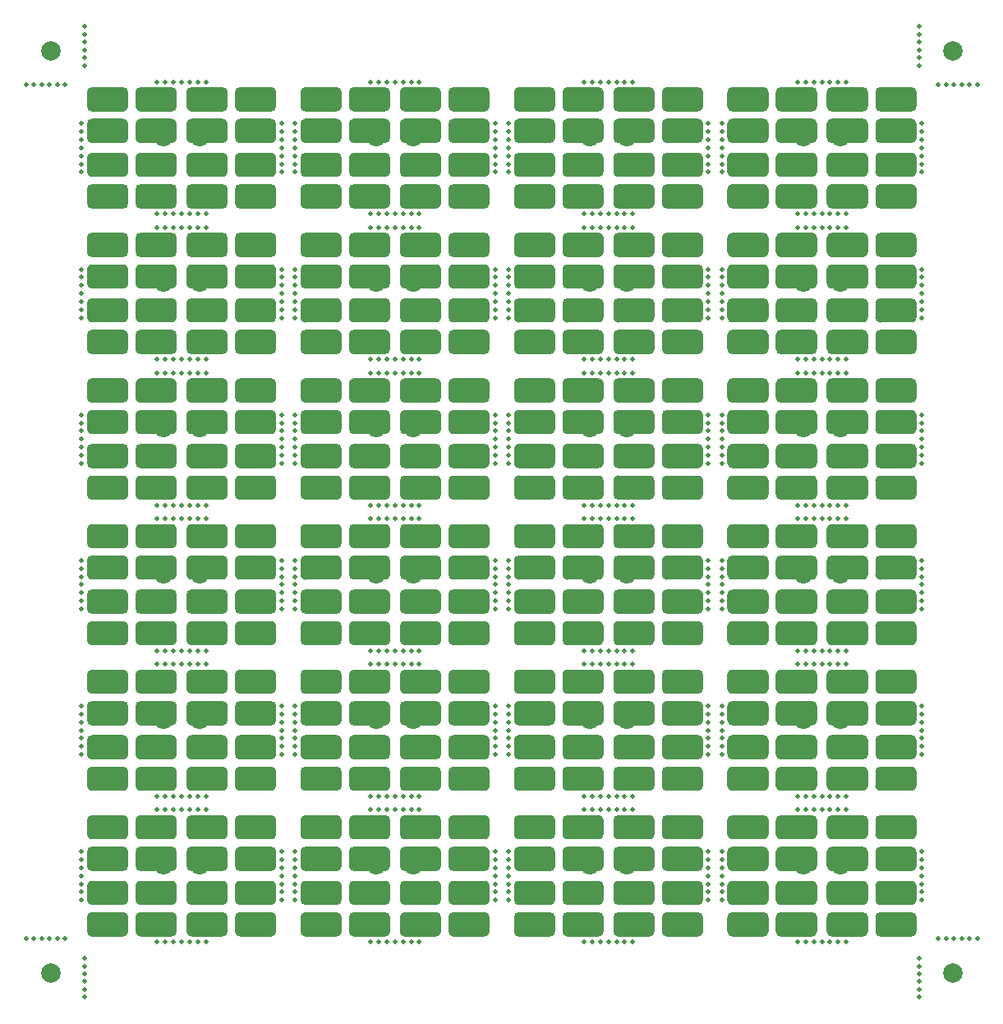
<source format=gbr>
%TF.GenerationSoftware,KiCad,Pcbnew,8.0.1-unknown-202403172319~81f55dfc9c~ubuntu22.04.1*%
%TF.CreationDate,2024-06-24T09:34:37+01:00*%
%TF.ProjectId,PANEL_DRY_ELECTRODES,50414e45-4c5f-4445-9259-5f454c454354,1.0*%
%TF.SameCoordinates,Original*%
%TF.FileFunction,Soldermask,Bot*%
%TF.FilePolarity,Negative*%
%FSLAX46Y46*%
G04 Gerber Fmt 4.6, Leading zero omitted, Abs format (unit mm)*
G04 Created by KiCad (PCBNEW 8.0.1-unknown-202403172319~81f55dfc9c~ubuntu22.04.1) date 2024-06-24 09:34:37*
%MOMM*%
%LPD*%
G01*
G04 APERTURE LIST*
%ADD10C,0.500000*%
%ADD11C,0.499999*%
%ADD12C,0.000000*%
%ADD13C,0.500000*%
%ADD14C,1.800000*%
%ADD15C,2.000000*%
G04 APERTURE END LIST*
D10*
X76249999Y-48250000D02*
G75*
G02*
X75749999Y-48250000I-250000J0D01*
G01*
X75749999Y-48250000D02*
G75*
G02*
X76249999Y-48250000I250000J0D01*
G01*
D11*
X55999999Y-60000000D02*
G75*
G02*
X55500001Y-60000000I-249999J0D01*
G01*
X55500001Y-60000000D02*
G75*
G02*
X55999999Y-60000000I249999J0D01*
G01*
D10*
X15249999Y-53250000D02*
G75*
G02*
X14749999Y-53250000I-250000J0D01*
G01*
X14749999Y-53250000D02*
G75*
G02*
X15249999Y-53250000I250000J0D01*
G01*
D12*
G36*
X81000000Y-29000000D02*
G01*
X77750000Y-29000000D01*
X77750000Y-28000000D01*
X81000000Y-28000000D01*
X81000000Y-29000000D01*
G37*
D10*
X86499999Y-18250000D02*
G75*
G02*
X85999999Y-18250000I-250000J0D01*
G01*
X85999999Y-18250000D02*
G75*
G02*
X86499999Y-18250000I250000J0D01*
G01*
D11*
X72999998Y-75000000D02*
G75*
G02*
X72500000Y-75000000I-249999J0D01*
G01*
X72500000Y-75000000D02*
G75*
G02*
X72999998Y-75000000I249999J0D01*
G01*
X66249998Y-51750000D02*
G75*
G02*
X65750000Y-51750000I-249999J0D01*
G01*
X65750000Y-51750000D02*
G75*
G02*
X66249998Y-51750000I249999J0D01*
G01*
X6999998Y-51750000D02*
G75*
G02*
X6500000Y-51750000I-249999J0D01*
G01*
X6500000Y-51750000D02*
G75*
G02*
X6999998Y-51750000I249999J0D01*
G01*
X39249999Y-11500000D02*
G75*
G02*
X38750001Y-11500000I-249999J0D01*
G01*
X38750001Y-11500000D02*
G75*
G02*
X39249999Y-11500000I249999J0D01*
G01*
X6999998Y-73500000D02*
G75*
G02*
X6500000Y-73500000I-249999J0D01*
G01*
X6500000Y-73500000D02*
G75*
G02*
X6999998Y-73500000I249999J0D01*
G01*
X17249999Y-71500000D02*
G75*
G02*
X16750001Y-71500000I-249999J0D01*
G01*
X16750001Y-71500000D02*
G75*
G02*
X17249999Y-71500000I249999J0D01*
G01*
X22249998Y-78250000D02*
G75*
G02*
X21750000Y-78250000I-249999J0D01*
G01*
X21750000Y-78250000D02*
G75*
G02*
X22249998Y-78250000I249999J0D01*
G01*
X77999998Y-13500000D02*
G75*
G02*
X77500000Y-13500000I-249999J0D01*
G01*
X77500000Y-13500000D02*
G75*
G02*
X77999998Y-13500000I249999J0D01*
G01*
D12*
G36*
X42249999Y-23750000D02*
G01*
X38999999Y-23750000D01*
X38999999Y-22750000D01*
X42249999Y-22750000D01*
X42249999Y-23750000D01*
G37*
D10*
X91499999Y-36750000D02*
G75*
G02*
X90999999Y-36750000I-250000J0D01*
G01*
X90999999Y-36750000D02*
G75*
G02*
X91499999Y-36750000I250000J0D01*
G01*
X37249999Y-66750000D02*
G75*
G02*
X36749999Y-66750000I-250000J0D01*
G01*
X36749999Y-66750000D02*
G75*
G02*
X37249999Y-66750000I250000J0D01*
G01*
X81250000Y-10000000D02*
G75*
G02*
X80750000Y-10000000I-250000J0D01*
G01*
X80750000Y-10000000D02*
G75*
G02*
X81250000Y-10000000I250000J0D01*
G01*
D12*
G36*
X20250000Y-87000000D02*
G01*
X17000000Y-87000000D01*
X17000000Y-86000000D01*
X20250000Y-86000000D01*
X20250000Y-87000000D01*
G37*
D11*
X66249998Y-58500000D02*
G75*
G02*
X65750000Y-58500000I-249999J0D01*
G01*
X65750000Y-58500000D02*
G75*
G02*
X66249998Y-58500000I249999J0D01*
G01*
D10*
X20499999Y-75000000D02*
G75*
G02*
X19999999Y-75000000I-250000J0D01*
G01*
X19999999Y-75000000D02*
G75*
G02*
X20499999Y-75000000I250000J0D01*
G01*
D12*
G36*
X32500001Y-86500000D02*
G01*
X28250001Y-86500000D01*
X28250001Y-85000000D01*
X32500001Y-85000000D01*
X32500001Y-86500000D01*
G37*
D10*
X76250000Y-85000000D02*
G75*
G02*
X75750000Y-85000000I-250000J0D01*
G01*
X75750000Y-85000000D02*
G75*
G02*
X76250000Y-85000000I250000J0D01*
G01*
D11*
X39249998Y-90000000D02*
G75*
G02*
X38750000Y-90000000I-249999J0D01*
G01*
X38750000Y-90000000D02*
G75*
G02*
X39249998Y-90000000I249999J0D01*
G01*
D10*
X59249999Y-58500000D02*
G75*
G02*
X58749999Y-58500000I-250000J0D01*
G01*
X58749999Y-58500000D02*
G75*
G02*
X59249999Y-58500000I250000J0D01*
G01*
D12*
G36*
X42249999Y-38750000D02*
G01*
X38999999Y-38750000D01*
X38999999Y-37750000D01*
X42249999Y-37750000D01*
X42249999Y-38750000D01*
G37*
D11*
X6999999Y-86500000D02*
G75*
G02*
X6500001Y-86500000I-249999J0D01*
G01*
X6500001Y-86500000D02*
G75*
G02*
X6999999Y-86500000I249999J0D01*
G01*
X33999998Y-13500000D02*
G75*
G02*
X33500000Y-13500000I-249999J0D01*
G01*
X33500000Y-13500000D02*
G75*
G02*
X33999998Y-13500000I249999J0D01*
G01*
D10*
X15249999Y-88500000D02*
G75*
G02*
X14749999Y-88500000I-250000J0D01*
G01*
X14749999Y-88500000D02*
G75*
G02*
X15249999Y-88500000I250000J0D01*
G01*
D12*
G36*
X37000000Y-17250000D02*
G01*
X33750000Y-17250000D01*
X33750000Y-16250000D01*
X37000000Y-16250000D01*
X37000000Y-17250000D01*
G37*
G36*
X69750000Y-78250000D02*
G01*
X65500000Y-78250000D01*
X65500000Y-76750000D01*
X69750000Y-76750000D01*
X69750000Y-78250000D01*
G37*
D11*
X28999998Y-21750000D02*
G75*
G02*
X28500000Y-21750000I-249999J0D01*
G01*
X28500000Y-21750000D02*
G75*
G02*
X28999998Y-21750000I249999J0D01*
G01*
X77999998Y-31750000D02*
G75*
G02*
X77500000Y-31750000I-249999J0D01*
G01*
X77500000Y-31750000D02*
G75*
G02*
X77999998Y-31750000I249999J0D01*
G01*
D10*
X81249999Y-88500000D02*
G75*
G02*
X80749999Y-88500000I-250000J0D01*
G01*
X80749999Y-88500000D02*
G75*
G02*
X81249999Y-88500000I250000J0D01*
G01*
D12*
G36*
X15000001Y-85500000D02*
G01*
X11750001Y-85500000D01*
X11750001Y-84500000D01*
X15000001Y-84500000D01*
X15000001Y-85500000D01*
G37*
D11*
X22249999Y-86500000D02*
G75*
G02*
X21750001Y-86500000I-249999J0D01*
G01*
X21750001Y-86500000D02*
G75*
G02*
X22249999Y-86500000I249999J0D01*
G01*
D10*
X64500000Y-40000000D02*
G75*
G02*
X64000000Y-40000000I-250000J0D01*
G01*
X64000000Y-40000000D02*
G75*
G02*
X64500000Y-40000000I250000J0D01*
G01*
D12*
G36*
X37000000Y-87000000D02*
G01*
X33750000Y-87000000D01*
X33750000Y-86000000D01*
X37000000Y-86000000D01*
X37000000Y-87000000D01*
G37*
D11*
X22249998Y-76750000D02*
G75*
G02*
X21750000Y-76750000I-249999J0D01*
G01*
X21750000Y-76750000D02*
G75*
G02*
X22249998Y-76750000I249999J0D01*
G01*
D10*
X81249999Y-51750000D02*
G75*
G02*
X80749999Y-51750000I-250000J0D01*
G01*
X80749999Y-51750000D02*
G75*
G02*
X81249999Y-51750000I250000J0D01*
G01*
D12*
G36*
X86250000Y-92250000D02*
G01*
X83000000Y-92250000D01*
X83000000Y-91250000D01*
X86250000Y-91250000D01*
X86250000Y-92250000D01*
G37*
D10*
X91499999Y-53250000D02*
G75*
G02*
X90999999Y-53250000I-250000J0D01*
G01*
X90999999Y-53250000D02*
G75*
G02*
X91499999Y-53250000I250000J0D01*
G01*
D11*
X50999998Y-23250000D02*
G75*
G02*
X50500000Y-23250000I-249999J0D01*
G01*
X50500000Y-23250000D02*
G75*
G02*
X50999998Y-23250000I249999J0D01*
G01*
D12*
G36*
X81000000Y-82250000D02*
G01*
X77750000Y-82250000D01*
X77750000Y-81250000D01*
X81000000Y-81250000D01*
X81000000Y-82250000D01*
G37*
G36*
X59500001Y-41500000D02*
G01*
X55250001Y-41500000D01*
X55250001Y-40000000D01*
X59500001Y-40000000D01*
X59500001Y-41500000D01*
G37*
G36*
X20250000Y-52250000D02*
G01*
X17000000Y-52250000D01*
X17000000Y-51250000D01*
X20250000Y-51250000D01*
X20250000Y-52250000D01*
G37*
D11*
X50999999Y-25000000D02*
G75*
G02*
X50500001Y-25000000I-249999J0D01*
G01*
X50500001Y-25000000D02*
G75*
G02*
X50999999Y-25000000I249999J0D01*
G01*
D10*
X42499999Y-46750000D02*
G75*
G02*
X41999999Y-46750000I-250000J0D01*
G01*
X41999999Y-46750000D02*
G75*
G02*
X42499999Y-46750000I250000J0D01*
G01*
D12*
G36*
X86750000Y-53250000D02*
G01*
X82500000Y-53250000D01*
X82500000Y-51750000D01*
X86750000Y-51750000D01*
X86750000Y-53250000D01*
G37*
D10*
X91499999Y-81750000D02*
G75*
G02*
X90999999Y-81750000I-250000J0D01*
G01*
X90999999Y-81750000D02*
G75*
G02*
X91499999Y-81750000I250000J0D01*
G01*
D12*
G36*
X81000000Y-42000000D02*
G01*
X77750000Y-42000000D01*
X77750000Y-41000000D01*
X81000000Y-41000000D01*
X81000000Y-42000000D01*
G37*
D10*
X76249999Y-90000000D02*
G75*
G02*
X75749999Y-90000000I-250000J0D01*
G01*
X75749999Y-90000000D02*
G75*
G02*
X76249999Y-90000000I250000J0D01*
G01*
D11*
X39249998Y-91750000D02*
G75*
G02*
X38750000Y-91750000I-249999J0D01*
G01*
X38750000Y-91750000D02*
G75*
G02*
X39249998Y-91750000I249999J0D01*
G01*
D12*
G36*
X42249999Y-93750000D02*
G01*
X38999999Y-93750000D01*
X38999999Y-92750000D01*
X42249999Y-92750000D01*
X42249999Y-93750000D01*
G37*
D11*
X77999998Y-28500000D02*
G75*
G02*
X77500000Y-28500000I-249999J0D01*
G01*
X77500000Y-28500000D02*
G75*
G02*
X77999998Y-28500000I249999J0D01*
G01*
D12*
G36*
X58999999Y-18750000D02*
G01*
X55749999Y-18750000D01*
X55749999Y-17750000D01*
X58999999Y-17750000D01*
X58999999Y-18750000D01*
G37*
D10*
X86499999Y-48250000D02*
G75*
G02*
X85999999Y-48250000I-250000J0D01*
G01*
X85999999Y-48250000D02*
G75*
G02*
X86499999Y-48250000I250000J0D01*
G01*
D12*
G36*
X47250000Y-22250000D02*
G01*
X44000000Y-22250000D01*
X44000000Y-21250000D01*
X47250000Y-21250000D01*
X47250000Y-22250000D01*
G37*
D11*
X44249998Y-48250000D02*
G75*
G02*
X43750000Y-48250000I-249999J0D01*
G01*
X43750000Y-48250000D02*
G75*
G02*
X44249998Y-48250000I249999J0D01*
G01*
X72999998Y-73500000D02*
G75*
G02*
X72500000Y-73500000I-249999J0D01*
G01*
X72500000Y-73500000D02*
G75*
G02*
X72999998Y-73500000I249999J0D01*
G01*
D10*
X47500000Y-56500000D02*
G75*
G02*
X47000000Y-56500000I-250000J0D01*
G01*
X47000000Y-56500000D02*
G75*
G02*
X47500000Y-56500000I250000J0D01*
G01*
D12*
G36*
X32500000Y-15000000D02*
G01*
X28250000Y-15000000D01*
X28250000Y-13500000D01*
X32500000Y-13500000D01*
X32500000Y-15000000D01*
G37*
D11*
X77999999Y-56500000D02*
G75*
G02*
X77500001Y-56500000I-249999J0D01*
G01*
X77500001Y-56500000D02*
G75*
G02*
X77999999Y-56500000I249999J0D01*
G01*
X83249998Y-58500000D02*
G75*
G02*
X82750000Y-58500000I-249999J0D01*
G01*
X82750000Y-58500000D02*
G75*
G02*
X83249998Y-58500000I249999J0D01*
G01*
X39249998Y-75000000D02*
G75*
G02*
X38750000Y-75000000I-249999J0D01*
G01*
X38750000Y-75000000D02*
G75*
G02*
X39249998Y-75000000I249999J0D01*
G01*
D12*
G36*
X53999999Y-83750000D02*
G01*
X50749999Y-83750000D01*
X50749999Y-82750000D01*
X53999999Y-82750000D01*
X53999999Y-83750000D01*
G37*
G36*
X91250000Y-27000000D02*
G01*
X88000000Y-27000000D01*
X88000000Y-26000000D01*
X91250000Y-26000000D01*
X91250000Y-27000000D01*
G37*
D11*
X11999999Y-41500000D02*
G75*
G02*
X11500001Y-41500000I-249999J0D01*
G01*
X11500001Y-41500000D02*
G75*
G02*
X11999999Y-41500000I249999J0D01*
G01*
D12*
G36*
X54500000Y-93250000D02*
G01*
X50250000Y-93250000D01*
X50250000Y-91750000D01*
X54500000Y-91750000D01*
X54500000Y-93250000D01*
G37*
D10*
X20499999Y-78250000D02*
G75*
G02*
X19999999Y-78250000I-250000J0D01*
G01*
X19999999Y-78250000D02*
G75*
G02*
X20499999Y-78250000I250000J0D01*
G01*
D12*
G36*
X10500000Y-60000000D02*
G01*
X6250000Y-60000000D01*
X6250000Y-58500000D01*
X10500000Y-58500000D01*
X10500000Y-60000000D01*
G37*
G36*
X20250000Y-77250000D02*
G01*
X17000000Y-77250000D01*
X17000000Y-76250000D01*
X20250000Y-76250000D01*
X20250000Y-77250000D01*
G37*
D10*
X42499999Y-90000000D02*
G75*
G02*
X41999999Y-90000000I-250000J0D01*
G01*
X41999999Y-90000000D02*
G75*
G02*
X42499999Y-90000000I250000J0D01*
G01*
X86499999Y-51750000D02*
G75*
G02*
X85999999Y-51750000I-250000J0D01*
G01*
X85999999Y-51750000D02*
G75*
G02*
X86499999Y-51750000I250000J0D01*
G01*
D11*
X6999998Y-38250000D02*
G75*
G02*
X6500000Y-38250000I-249999J0D01*
G01*
X6500000Y-38250000D02*
G75*
G02*
X6999998Y-38250000I249999J0D01*
G01*
D12*
G36*
X10000000Y-77250000D02*
G01*
X6750000Y-77250000D01*
X6750000Y-76250000D01*
X10000000Y-76250000D01*
X10000000Y-77250000D01*
G37*
G36*
X20750000Y-48250000D02*
G01*
X16500000Y-48250000D01*
X16500000Y-46750000D01*
X20750000Y-46750000D01*
X20750000Y-48250000D01*
G37*
G36*
X42250001Y-40500000D02*
G01*
X39000001Y-40500000D01*
X39000001Y-39500000D01*
X42250001Y-39500000D01*
X42250001Y-40500000D01*
G37*
G36*
X37500001Y-56500000D02*
G01*
X33250001Y-56500000D01*
X33250001Y-55000000D01*
X37500001Y-55000000D01*
X37500001Y-56500000D01*
G37*
G36*
X37000001Y-55500000D02*
G01*
X33750001Y-55500000D01*
X33750001Y-54500000D01*
X37000001Y-54500000D01*
X37000001Y-55500000D01*
G37*
D11*
X44249998Y-93250000D02*
G75*
G02*
X43750000Y-93250000I-249999J0D01*
G01*
X43750000Y-93250000D02*
G75*
G02*
X44249998Y-93250000I249999J0D01*
G01*
D10*
X91499999Y-46750000D02*
G75*
G02*
X90999999Y-46750000I-250000J0D01*
G01*
X90999999Y-46750000D02*
G75*
G02*
X91499999Y-46750000I250000J0D01*
G01*
D11*
X6999999Y-26500000D02*
G75*
G02*
X6500001Y-26500000I-249999J0D01*
G01*
X6500001Y-26500000D02*
G75*
G02*
X6999999Y-26500000I249999J0D01*
G01*
D10*
X42499999Y-16750000D02*
G75*
G02*
X41999999Y-16750000I-250000J0D01*
G01*
X41999999Y-16750000D02*
G75*
G02*
X42499999Y-16750000I250000J0D01*
G01*
D12*
G36*
X80999999Y-8750000D02*
G01*
X77749999Y-8750000D01*
X77749999Y-7750000D01*
X80999999Y-7750000D01*
X80999999Y-8750000D01*
G37*
D11*
X39249998Y-23250000D02*
G75*
G02*
X38750000Y-23250000I-249999J0D01*
G01*
X38750000Y-23250000D02*
G75*
G02*
X39249998Y-23250000I249999J0D01*
G01*
D10*
X10249999Y-73500000D02*
G75*
G02*
X9749999Y-73500000I-250000J0D01*
G01*
X9749999Y-73500000D02*
G75*
G02*
X10249999Y-73500000I250000J0D01*
G01*
D11*
X22249998Y-23250000D02*
G75*
G02*
X21750000Y-23250000I-249999J0D01*
G01*
X21750000Y-23250000D02*
G75*
G02*
X22249998Y-23250000I249999J0D01*
G01*
D10*
X76249999Y-51750000D02*
G75*
G02*
X75749999Y-51750000I-250000J0D01*
G01*
X75749999Y-51750000D02*
G75*
G02*
X76249999Y-51750000I250000J0D01*
G01*
D11*
X50999998Y-81750000D02*
G75*
G02*
X50500000Y-81750000I-249999J0D01*
G01*
X50500000Y-81750000D02*
G75*
G02*
X50999998Y-81750000I249999J0D01*
G01*
D12*
G36*
X91750000Y-68250000D02*
G01*
X87500000Y-68250000D01*
X87500000Y-66750000D01*
X91750000Y-66750000D01*
X91750000Y-68250000D01*
G37*
G36*
X32000000Y-67250000D02*
G01*
X28750000Y-67250000D01*
X28750000Y-66250000D01*
X32000000Y-66250000D01*
X32000000Y-67250000D01*
G37*
G36*
X20750000Y-83250000D02*
G01*
X16500000Y-83250000D01*
X16500000Y-81750000D01*
X20750000Y-81750000D01*
X20750000Y-83250000D01*
G37*
D10*
X10249999Y-28500000D02*
G75*
G02*
X9749999Y-28500000I-250000J0D01*
G01*
X9749999Y-28500000D02*
G75*
G02*
X10249999Y-28500000I250000J0D01*
G01*
D11*
X88249998Y-68250000D02*
G75*
G02*
X87750000Y-68250000I-249999J0D01*
G01*
X87750000Y-68250000D02*
G75*
G02*
X88249998Y-68250000I249999J0D01*
G01*
X50999998Y-36750000D02*
G75*
G02*
X50500000Y-36750000I-249999J0D01*
G01*
X50500000Y-36750000D02*
G75*
G02*
X50999998Y-36750000I249999J0D01*
G01*
D10*
X42499999Y-15000000D02*
G75*
G02*
X41999999Y-15000000I-250000J0D01*
G01*
X41999999Y-15000000D02*
G75*
G02*
X42499999Y-15000000I250000J0D01*
G01*
D12*
G36*
X54000000Y-27000000D02*
G01*
X50750000Y-27000000D01*
X50750000Y-26000000D01*
X54000000Y-26000000D01*
X54000000Y-27000000D01*
G37*
D11*
X50999999Y-85000000D02*
G75*
G02*
X50500001Y-85000000I-249999J0D01*
G01*
X50500001Y-85000000D02*
G75*
G02*
X50999999Y-85000000I249999J0D01*
G01*
D12*
G36*
X86250000Y-77250000D02*
G01*
X83000000Y-77250000D01*
X83000000Y-76250000D01*
X86250000Y-76250000D01*
X86250000Y-77250000D01*
G37*
G36*
X91250000Y-44000000D02*
G01*
X88000000Y-44000000D01*
X88000000Y-43000000D01*
X91250000Y-43000000D01*
X91250000Y-44000000D01*
G37*
D11*
X61249998Y-45000000D02*
G75*
G02*
X60750000Y-45000000I-249999J0D01*
G01*
X60750000Y-45000000D02*
G75*
G02*
X61249998Y-45000000I249999J0D01*
G01*
D12*
G36*
X59000001Y-70500000D02*
G01*
X55750001Y-70500000D01*
X55750001Y-69500000D01*
X59000001Y-69500000D01*
X59000001Y-70500000D01*
G37*
D11*
X77999998Y-61750000D02*
G75*
G02*
X77500000Y-61750000I-249999J0D01*
G01*
X77500000Y-61750000D02*
G75*
G02*
X77999998Y-61750000I249999J0D01*
G01*
D12*
G36*
X59000000Y-74000000D02*
G01*
X55750000Y-74000000D01*
X55750000Y-73000000D01*
X59000000Y-73000000D01*
X59000000Y-74000000D01*
G37*
D10*
X42500000Y-40000000D02*
G75*
G02*
X42000000Y-40000000I-250000J0D01*
G01*
X42000000Y-40000000D02*
G75*
G02*
X42500000Y-40000000I250000J0D01*
G01*
D12*
G36*
X86249999Y-38750000D02*
G01*
X82999999Y-38750000D01*
X82999999Y-37750000D01*
X86249999Y-37750000D01*
X86249999Y-38750000D01*
G37*
D10*
X91499999Y-61750000D02*
G75*
G02*
X90999999Y-61750000I-250000J0D01*
G01*
X90999999Y-61750000D02*
G75*
G02*
X91499999Y-61750000I250000J0D01*
G01*
D12*
G36*
X69249999Y-78750000D02*
G01*
X65999999Y-78750000D01*
X65999999Y-77750000D01*
X69249999Y-77750000D01*
X69249999Y-78750000D01*
G37*
G36*
X64249999Y-15500000D02*
G01*
X60999999Y-15500000D01*
X60999999Y-14500000D01*
X64249999Y-14500000D01*
X64249999Y-15500000D01*
G37*
D10*
X10249999Y-45000000D02*
G75*
G02*
X9749999Y-45000000I-250000J0D01*
G01*
X9749999Y-45000000D02*
G75*
G02*
X10249999Y-45000000I250000J0D01*
G01*
X20499999Y-30000000D02*
G75*
G02*
X19999999Y-30000000I-250000J0D01*
G01*
X19999999Y-30000000D02*
G75*
G02*
X20499999Y-30000000I250000J0D01*
G01*
D12*
G36*
X47250001Y-70500000D02*
G01*
X44000001Y-70500000D01*
X44000001Y-69500000D01*
X47250001Y-69500000D01*
X47250001Y-70500000D01*
G37*
D10*
X91500000Y-25000000D02*
G75*
G02*
X91000000Y-25000000I-250000J0D01*
G01*
X91000000Y-25000000D02*
G75*
G02*
X91500000Y-25000000I250000J0D01*
G01*
X25499999Y-16750000D02*
G75*
G02*
X24999999Y-16750000I-250000J0D01*
G01*
X24999999Y-16750000D02*
G75*
G02*
X25499999Y-16750000I250000J0D01*
G01*
D12*
G36*
X59000000Y-82250000D02*
G01*
X55750000Y-82250000D01*
X55750000Y-81250000D01*
X59000000Y-81250000D01*
X59000000Y-82250000D01*
G37*
D11*
X17249998Y-68250000D02*
G75*
G02*
X16750000Y-68250000I-249999J0D01*
G01*
X16750000Y-68250000D02*
G75*
G02*
X17249998Y-68250000I249999J0D01*
G01*
X17249998Y-90000000D02*
G75*
G02*
X16750000Y-90000000I-249999J0D01*
G01*
X16750000Y-90000000D02*
G75*
G02*
X17249998Y-90000000I249999J0D01*
G01*
X6999998Y-83250000D02*
G75*
G02*
X6500000Y-83250000I-249999J0D01*
G01*
X6500000Y-83250000D02*
G75*
G02*
X6999998Y-83250000I249999J0D01*
G01*
D10*
X42499999Y-75000000D02*
G75*
G02*
X41999999Y-75000000I-250000J0D01*
G01*
X41999999Y-75000000D02*
G75*
G02*
X42499999Y-75000000I250000J0D01*
G01*
D12*
G36*
X10000000Y-72000000D02*
G01*
X6750000Y-72000000D01*
X6750000Y-71000000D01*
X10000000Y-71000000D01*
X10000000Y-72000000D01*
G37*
G36*
X54000000Y-12000000D02*
G01*
X50750000Y-12000000D01*
X50750000Y-11000000D01*
X54000000Y-11000000D01*
X54000000Y-12000000D01*
G37*
D11*
X66249999Y-11500000D02*
G75*
G02*
X65750001Y-11500000I-249999J0D01*
G01*
X65750001Y-11500000D02*
G75*
G02*
X66249999Y-11500000I249999J0D01*
G01*
X88249999Y-70000000D02*
G75*
G02*
X87750001Y-70000000I-249999J0D01*
G01*
X87750001Y-70000000D02*
G75*
G02*
X88249999Y-70000000I249999J0D01*
G01*
D12*
G36*
X25750000Y-8250000D02*
G01*
X21500000Y-8250000D01*
X21500000Y-6750000D01*
X25750000Y-6750000D01*
X25750000Y-8250000D01*
G37*
D11*
X22249999Y-11500000D02*
G75*
G02*
X21750001Y-11500000I-249999J0D01*
G01*
X21750001Y-11500000D02*
G75*
G02*
X22249999Y-11500000I249999J0D01*
G01*
X61249998Y-38250000D02*
G75*
G02*
X60750000Y-38250000I-249999J0D01*
G01*
X60750000Y-38250000D02*
G75*
G02*
X61249998Y-38250000I249999J0D01*
G01*
D10*
X37249999Y-83250000D02*
G75*
G02*
X36749999Y-83250000I-250000J0D01*
G01*
X36749999Y-83250000D02*
G75*
G02*
X37249999Y-83250000I250000J0D01*
G01*
D12*
G36*
X69249999Y-90500000D02*
G01*
X65999999Y-90500000D01*
X65999999Y-89500000D01*
X69249999Y-89500000D01*
X69249999Y-90500000D01*
G37*
G36*
X75999999Y-38750000D02*
G01*
X72749999Y-38750000D01*
X72749999Y-37750000D01*
X75999999Y-37750000D01*
X75999999Y-38750000D01*
G37*
D11*
X39249999Y-55000000D02*
G75*
G02*
X38750001Y-55000000I-249999J0D01*
G01*
X38750001Y-55000000D02*
G75*
G02*
X39249999Y-55000000I249999J0D01*
G01*
X39249999Y-40000000D02*
G75*
G02*
X38750001Y-40000000I-249999J0D01*
G01*
X38750001Y-40000000D02*
G75*
G02*
X39249999Y-40000000I249999J0D01*
G01*
D10*
X76249999Y-76750000D02*
G75*
G02*
X75749999Y-76750000I-250000J0D01*
G01*
X75749999Y-76750000D02*
G75*
G02*
X76249999Y-76750000I250000J0D01*
G01*
X81250000Y-75000000D02*
G75*
G02*
X80750000Y-75000000I-250000J0D01*
G01*
X80750000Y-75000000D02*
G75*
G02*
X81250000Y-75000000I250000J0D01*
G01*
D12*
G36*
X37000000Y-27000000D02*
G01*
X33750000Y-27000000D01*
X33750000Y-26000000D01*
X37000000Y-26000000D01*
X37000000Y-27000000D01*
G37*
D11*
X6999999Y-25000000D02*
G75*
G02*
X6500001Y-25000000I-249999J0D01*
G01*
X6500001Y-25000000D02*
G75*
G02*
X6999999Y-25000000I249999J0D01*
G01*
D12*
G36*
X76000000Y-92250000D02*
G01*
X72750000Y-92250000D01*
X72750000Y-91250000D01*
X76000000Y-91250000D01*
X76000000Y-92250000D01*
G37*
G36*
X86750000Y-60000000D02*
G01*
X82500000Y-60000000D01*
X82500000Y-58500000D01*
X86750000Y-58500000D01*
X86750000Y-60000000D01*
G37*
D11*
X22249998Y-63250000D02*
G75*
G02*
X21750000Y-63250000I-249999J0D01*
G01*
X21750000Y-63250000D02*
G75*
G02*
X22249998Y-63250000I249999J0D01*
G01*
X28999999Y-70000000D02*
G75*
G02*
X28500001Y-70000000I-249999J0D01*
G01*
X28500001Y-70000000D02*
G75*
G02*
X28999999Y-70000000I249999J0D01*
G01*
D12*
G36*
X37000000Y-47250000D02*
G01*
X33750000Y-47250000D01*
X33750000Y-46250000D01*
X37000000Y-46250000D01*
X37000000Y-47250000D01*
G37*
D10*
X64500000Y-10000000D02*
G75*
G02*
X64000000Y-10000000I-250000J0D01*
G01*
X64000000Y-10000000D02*
G75*
G02*
X64500000Y-10000000I250000J0D01*
G01*
D11*
X50999998Y-38250000D02*
G75*
G02*
X50500000Y-38250000I-249999J0D01*
G01*
X50500000Y-38250000D02*
G75*
G02*
X50999998Y-38250000I249999J0D01*
G01*
D12*
G36*
X47750000Y-93250000D02*
G01*
X43500000Y-93250000D01*
X43500000Y-91750000D01*
X47750000Y-91750000D01*
X47750000Y-93250000D01*
G37*
G36*
X20750000Y-45000000D02*
G01*
X16500000Y-45000000D01*
X16500000Y-43500000D01*
X20750000Y-43500000D01*
X20750000Y-45000000D01*
G37*
D11*
X22249999Y-71500000D02*
G75*
G02*
X21750001Y-71500000I-249999J0D01*
G01*
X21750001Y-71500000D02*
G75*
G02*
X22249999Y-71500000I249999J0D01*
G01*
X28999998Y-30000000D02*
G75*
G02*
X28500000Y-30000000I-249999J0D01*
G01*
X28500000Y-30000000D02*
G75*
G02*
X28999998Y-30000000I249999J0D01*
G01*
D10*
X86499999Y-91750000D02*
G75*
G02*
X85999999Y-91750000I-250000J0D01*
G01*
X85999999Y-91750000D02*
G75*
G02*
X86499999Y-91750000I250000J0D01*
G01*
X37250000Y-15000000D02*
G75*
G02*
X36750000Y-15000000I-250000J0D01*
G01*
X36750000Y-15000000D02*
G75*
G02*
X37250000Y-15000000I250000J0D01*
G01*
X69499999Y-73500000D02*
G75*
G02*
X68999999Y-73500000I-250000J0D01*
G01*
X68999999Y-73500000D02*
G75*
G02*
X69499999Y-73500000I250000J0D01*
G01*
D11*
X44249998Y-21750000D02*
G75*
G02*
X43750000Y-21750000I-249999J0D01*
G01*
X43750000Y-21750000D02*
G75*
G02*
X44249998Y-21750000I249999J0D01*
G01*
D10*
X69499999Y-43500000D02*
G75*
G02*
X68999999Y-43500000I-250000J0D01*
G01*
X68999999Y-43500000D02*
G75*
G02*
X69499999Y-43500000I250000J0D01*
G01*
D11*
X88249998Y-30000000D02*
G75*
G02*
X87750000Y-30000000I-249999J0D01*
G01*
X87750000Y-30000000D02*
G75*
G02*
X88249998Y-30000000I249999J0D01*
G01*
X61249998Y-90000000D02*
G75*
G02*
X60750000Y-90000000I-249999J0D01*
G01*
X60750000Y-90000000D02*
G75*
G02*
X61249998Y-90000000I249999J0D01*
G01*
D10*
X91500000Y-10000000D02*
G75*
G02*
X91000000Y-10000000I-250000J0D01*
G01*
X91000000Y-10000000D02*
G75*
G02*
X91500000Y-10000000I250000J0D01*
G01*
X54250000Y-55000000D02*
G75*
G02*
X53750000Y-55000000I-250000J0D01*
G01*
X53750000Y-55000000D02*
G75*
G02*
X54250000Y-55000000I250000J0D01*
G01*
D12*
G36*
X76500000Y-63250000D02*
G01*
X72250000Y-63250000D01*
X72250000Y-61750000D01*
X76500000Y-61750000D01*
X76500000Y-63250000D01*
G37*
G36*
X37500000Y-15000000D02*
G01*
X33250000Y-15000000D01*
X33250000Y-13500000D01*
X37500000Y-13500000D01*
X37500000Y-15000000D01*
G37*
D10*
X42499999Y-76750000D02*
G75*
G02*
X41999999Y-76750000I-250000J0D01*
G01*
X41999999Y-76750000D02*
G75*
G02*
X42499999Y-76750000I250000J0D01*
G01*
D11*
X28999998Y-33250000D02*
G75*
G02*
X28500000Y-33250000I-249999J0D01*
G01*
X28500000Y-33250000D02*
G75*
G02*
X28999998Y-33250000I249999J0D01*
G01*
X6999998Y-13500000D02*
G75*
G02*
X6500000Y-13500000I-249999J0D01*
G01*
X6500000Y-13500000D02*
G75*
G02*
X6999998Y-13500000I249999J0D01*
G01*
D12*
G36*
X91750001Y-71500000D02*
G01*
X87500001Y-71500000D01*
X87500001Y-70000000D01*
X91750001Y-70000000D01*
X91750001Y-71500000D01*
G37*
D11*
X39249998Y-48250000D02*
G75*
G02*
X38750000Y-48250000I-249999J0D01*
G01*
X38750000Y-48250000D02*
G75*
G02*
X39249998Y-48250000I249999J0D01*
G01*
X39249999Y-25000000D02*
G75*
G02*
X38750001Y-25000000I-249999J0D01*
G01*
X38750001Y-25000000D02*
G75*
G02*
X39249999Y-25000000I249999J0D01*
G01*
D12*
G36*
X64750000Y-48250000D02*
G01*
X60500000Y-48250000D01*
X60500000Y-46750000D01*
X64750000Y-46750000D01*
X64750000Y-48250000D01*
G37*
G36*
X59500000Y-45000000D02*
G01*
X55250000Y-45000000D01*
X55250000Y-43500000D01*
X59500000Y-43500000D01*
X59500000Y-45000000D01*
G37*
G36*
X91750000Y-75000000D02*
G01*
X87500000Y-75000000D01*
X87500000Y-73500000D01*
X91750000Y-73500000D01*
X91750000Y-75000000D01*
G37*
D10*
X10249999Y-6750000D02*
G75*
G02*
X9749999Y-6750000I-250000J0D01*
G01*
X9749999Y-6750000D02*
G75*
G02*
X10249999Y-6750000I250000J0D01*
G01*
D12*
G36*
X47250000Y-62250000D02*
G01*
X44000000Y-62250000D01*
X44000000Y-61250000D01*
X47250000Y-61250000D01*
X47250000Y-62250000D01*
G37*
G36*
X20250000Y-29000000D02*
G01*
X17000000Y-29000000D01*
X17000000Y-28000000D01*
X20250000Y-28000000D01*
X20250000Y-29000000D01*
G37*
D10*
X81250000Y-25000000D02*
G75*
G02*
X80750000Y-25000000I-250000J0D01*
G01*
X80750000Y-25000000D02*
G75*
G02*
X81250000Y-25000000I250000J0D01*
G01*
X20500000Y-26500000D02*
G75*
G02*
X20000000Y-26500000I-250000J0D01*
G01*
X20000000Y-26500000D02*
G75*
G02*
X20500000Y-26500000I250000J0D01*
G01*
D11*
X83249998Y-28500000D02*
G75*
G02*
X82750000Y-28500000I-249999J0D01*
G01*
X82750000Y-28500000D02*
G75*
G02*
X83249998Y-28500000I249999J0D01*
G01*
D10*
X25499999Y-81750000D02*
G75*
G02*
X24999999Y-81750000I-250000J0D01*
G01*
X24999999Y-81750000D02*
G75*
G02*
X25499999Y-81750000I250000J0D01*
G01*
X59249999Y-68250000D02*
G75*
G02*
X58749999Y-68250000I-250000J0D01*
G01*
X58749999Y-68250000D02*
G75*
G02*
X59249999Y-68250000I250000J0D01*
G01*
D12*
G36*
X81000000Y-89000000D02*
G01*
X77750000Y-89000000D01*
X77750000Y-88000000D01*
X81000000Y-88000000D01*
X81000000Y-89000000D01*
G37*
D11*
X50999999Y-10000000D02*
G75*
G02*
X50500001Y-10000000I-249999J0D01*
G01*
X50500001Y-10000000D02*
G75*
G02*
X50999999Y-10000000I249999J0D01*
G01*
D12*
G36*
X47249999Y-33750000D02*
G01*
X43999999Y-33750000D01*
X43999999Y-32750000D01*
X47249999Y-32750000D01*
X47249999Y-33750000D01*
G37*
D10*
X20499999Y-73500000D02*
G75*
G02*
X19999999Y-73500000I-250000J0D01*
G01*
X19999999Y-73500000D02*
G75*
G02*
X20499999Y-73500000I250000J0D01*
G01*
D12*
G36*
X37500001Y-71500000D02*
G01*
X33250001Y-71500000D01*
X33250001Y-70000000D01*
X37500001Y-70000000D01*
X37500001Y-71500000D01*
G37*
D10*
X64500000Y-85000000D02*
G75*
G02*
X64000000Y-85000000I-250000J0D01*
G01*
X64000000Y-85000000D02*
G75*
G02*
X64500000Y-85000000I250000J0D01*
G01*
D11*
X61249998Y-91750000D02*
G75*
G02*
X60750000Y-91750000I-249999J0D01*
G01*
X60750000Y-91750000D02*
G75*
G02*
X61249998Y-91750000I249999J0D01*
G01*
D12*
G36*
X81000000Y-90500000D02*
G01*
X77750000Y-90500000D01*
X77750000Y-89500000D01*
X81000000Y-89500000D01*
X81000000Y-90500000D01*
G37*
D11*
X11999999Y-25000000D02*
G75*
G02*
X11500001Y-25000000I-249999J0D01*
G01*
X11500001Y-25000000D02*
G75*
G02*
X11999999Y-25000000I249999J0D01*
G01*
X61249999Y-10000000D02*
G75*
G02*
X60750001Y-10000000I-249999J0D01*
G01*
X60750001Y-10000000D02*
G75*
G02*
X61249999Y-10000000I249999J0D01*
G01*
D12*
G36*
X20250000Y-74000000D02*
G01*
X17000000Y-74000000D01*
X17000000Y-73000000D01*
X20250000Y-73000000D01*
X20250000Y-74000000D01*
G37*
G36*
X25249999Y-68750000D02*
G01*
X21999999Y-68750000D01*
X21999999Y-67750000D01*
X25249999Y-67750000D01*
X25249999Y-68750000D01*
G37*
D11*
X22249998Y-83250000D02*
G75*
G02*
X21750000Y-83250000I-249999J0D01*
G01*
X21750000Y-83250000D02*
G75*
G02*
X22249998Y-83250000I249999J0D01*
G01*
D10*
X47500000Y-55000000D02*
G75*
G02*
X47000000Y-55000000I-250000J0D01*
G01*
X47000000Y-55000000D02*
G75*
G02*
X47500000Y-55000000I250000J0D01*
G01*
D11*
X17249998Y-63250000D02*
G75*
G02*
X16750000Y-63250000I-249999J0D01*
G01*
X16750000Y-63250000D02*
G75*
G02*
X17249998Y-63250000I249999J0D01*
G01*
D12*
G36*
X42249999Y-33750000D02*
G01*
X38999999Y-33750000D01*
X38999999Y-32750000D01*
X42249999Y-32750000D01*
X42249999Y-33750000D01*
G37*
D11*
X22249999Y-25000000D02*
G75*
G02*
X21750001Y-25000000I-249999J0D01*
G01*
X21750001Y-25000000D02*
G75*
G02*
X22249999Y-25000000I249999J0D01*
G01*
D10*
X47499999Y-63250000D02*
G75*
G02*
X46999999Y-63250000I-250000J0D01*
G01*
X46999999Y-63250000D02*
G75*
G02*
X47499999Y-63250000I250000J0D01*
G01*
D12*
G36*
X86249999Y-18750000D02*
G01*
X82999999Y-18750000D01*
X82999999Y-17750000D01*
X86249999Y-17750000D01*
X86249999Y-18750000D01*
G37*
D11*
X88249998Y-16750000D02*
G75*
G02*
X87750000Y-16750000I-249999J0D01*
G01*
X87750000Y-16750000D02*
G75*
G02*
X88249998Y-16750000I249999J0D01*
G01*
D12*
G36*
X76000001Y-55500000D02*
G01*
X72750001Y-55500000D01*
X72750001Y-54500000D01*
X76000001Y-54500000D01*
X76000001Y-55500000D01*
G37*
D10*
X69500000Y-85000000D02*
G75*
G02*
X69000000Y-85000000I-250000J0D01*
G01*
X69000000Y-85000000D02*
G75*
G02*
X69500000Y-85000000I250000J0D01*
G01*
D11*
X61249998Y-46750000D02*
G75*
G02*
X60750000Y-46750000I-249999J0D01*
G01*
X60750000Y-46750000D02*
G75*
G02*
X61249998Y-46750000I249999J0D01*
G01*
D12*
G36*
X37000001Y-70500000D02*
G01*
X33750001Y-70500000D01*
X33750001Y-69500000D01*
X37000001Y-69500000D01*
X37000001Y-70500000D01*
G37*
G36*
X59500000Y-30000000D02*
G01*
X55250000Y-30000000D01*
X55250000Y-28500000D01*
X59500000Y-28500000D01*
X59500000Y-30000000D01*
G37*
D11*
X6999998Y-93250000D02*
G75*
G02*
X6500000Y-93250000I-249999J0D01*
G01*
X6500000Y-93250000D02*
G75*
G02*
X6999998Y-93250000I249999J0D01*
G01*
X88249998Y-13500000D02*
G75*
G02*
X87750000Y-13500000I-249999J0D01*
G01*
X87750000Y-13500000D02*
G75*
G02*
X88249998Y-13500000I249999J0D01*
G01*
D12*
G36*
X64250000Y-57000000D02*
G01*
X61000000Y-57000000D01*
X61000000Y-56000000D01*
X64250000Y-56000000D01*
X64250000Y-57000000D01*
G37*
G36*
X37000000Y-90500000D02*
G01*
X33750000Y-90500000D01*
X33750000Y-89500000D01*
X37000000Y-89500000D01*
X37000000Y-90500000D01*
G37*
D10*
X42499999Y-53250000D02*
G75*
G02*
X41999999Y-53250000I-250000J0D01*
G01*
X41999999Y-53250000D02*
G75*
G02*
X42499999Y-53250000I250000J0D01*
G01*
X54249999Y-16750000D02*
G75*
G02*
X53749999Y-16750000I-250000J0D01*
G01*
X53749999Y-16750000D02*
G75*
G02*
X54249999Y-16750000I250000J0D01*
G01*
X59250000Y-40000000D02*
G75*
G02*
X58750000Y-40000000I-250000J0D01*
G01*
X58750000Y-40000000D02*
G75*
G02*
X59250000Y-40000000I250000J0D01*
G01*
D12*
G36*
X25250000Y-37250000D02*
G01*
X22000000Y-37250000D01*
X22000000Y-36250000D01*
X25250000Y-36250000D01*
X25250000Y-37250000D01*
G37*
G36*
X31999999Y-53750000D02*
G01*
X28749999Y-53750000D01*
X28749999Y-52750000D01*
X31999999Y-52750000D01*
X31999999Y-53750000D01*
G37*
G36*
X81000000Y-60500000D02*
G01*
X77750000Y-60500000D01*
X77750000Y-59500000D01*
X81000000Y-59500000D01*
X81000000Y-60500000D01*
G37*
G36*
X75999999Y-93750000D02*
G01*
X72749999Y-93750000D01*
X72749999Y-92750000D01*
X75999999Y-92750000D01*
X75999999Y-93750000D01*
G37*
G36*
X64250000Y-22250000D02*
G01*
X61000000Y-22250000D01*
X61000000Y-21250000D01*
X64250000Y-21250000D01*
X64250000Y-22250000D01*
G37*
D11*
X39249998Y-18250000D02*
G75*
G02*
X38750000Y-18250000I-249999J0D01*
G01*
X38750000Y-18250000D02*
G75*
G02*
X39249998Y-18250000I249999J0D01*
G01*
X11999998Y-58500000D02*
G75*
G02*
X11500000Y-58500000I-249999J0D01*
G01*
X11500000Y-58500000D02*
G75*
G02*
X11999998Y-58500000I249999J0D01*
G01*
D12*
G36*
X32000000Y-77250000D02*
G01*
X28750000Y-77250000D01*
X28750000Y-76250000D01*
X32000000Y-76250000D01*
X32000000Y-77250000D01*
G37*
G36*
X53999999Y-23750000D02*
G01*
X50749999Y-23750000D01*
X50749999Y-22750000D01*
X53999999Y-22750000D01*
X53999999Y-23750000D01*
G37*
D10*
X15250000Y-26500000D02*
G75*
G02*
X14750000Y-26500000I-250000J0D01*
G01*
X14750000Y-26500000D02*
G75*
G02*
X15250000Y-26500000I250000J0D01*
G01*
D11*
X72999998Y-16750000D02*
G75*
G02*
X72500000Y-16750000I-249999J0D01*
G01*
X72500000Y-16750000D02*
G75*
G02*
X72999998Y-16750000I249999J0D01*
G01*
D12*
G36*
X64750000Y-78250000D02*
G01*
X60500000Y-78250000D01*
X60500000Y-76750000D01*
X64750000Y-76750000D01*
X64750000Y-78250000D01*
G37*
G36*
X76500000Y-83250000D02*
G01*
X72250000Y-83250000D01*
X72250000Y-81750000D01*
X76500000Y-81750000D01*
X76500000Y-83250000D01*
G37*
G36*
X53999999Y-60500000D02*
G01*
X50749999Y-60500000D01*
X50749999Y-59500000D01*
X53999999Y-59500000D01*
X53999999Y-60500000D01*
G37*
D11*
X50999998Y-83250000D02*
G75*
G02*
X50500000Y-83250000I-249999J0D01*
G01*
X50500000Y-83250000D02*
G75*
G02*
X50999998Y-83250000I249999J0D01*
G01*
X22249998Y-33250000D02*
G75*
G02*
X21750000Y-33250000I-249999J0D01*
G01*
X21750000Y-33250000D02*
G75*
G02*
X22249998Y-33250000I249999J0D01*
G01*
X66249998Y-28500000D02*
G75*
G02*
X65750000Y-28500000I-249999J0D01*
G01*
X65750000Y-28500000D02*
G75*
G02*
X66249998Y-28500000I249999J0D01*
G01*
X61249998Y-75000000D02*
G75*
G02*
X60750000Y-75000000I-249999J0D01*
G01*
X60750000Y-75000000D02*
G75*
G02*
X61249998Y-75000000I249999J0D01*
G01*
D12*
G36*
X86750000Y-63250000D02*
G01*
X82500000Y-63250000D01*
X82500000Y-61750000D01*
X86750000Y-61750000D01*
X86750000Y-63250000D01*
G37*
D11*
X6999998Y-8250000D02*
G75*
G02*
X6500000Y-8250000I-249999J0D01*
G01*
X6500000Y-8250000D02*
G75*
G02*
X6999998Y-8250000I249999J0D01*
G01*
D10*
X86499999Y-36750000D02*
G75*
G02*
X85999999Y-36750000I-250000J0D01*
G01*
X85999999Y-36750000D02*
G75*
G02*
X86499999Y-36750000I250000J0D01*
G01*
D11*
X61249998Y-58500000D02*
G75*
G02*
X60750000Y-58500000I-249999J0D01*
G01*
X60750000Y-58500000D02*
G75*
G02*
X61249998Y-58500000I249999J0D01*
G01*
D12*
G36*
X91249999Y-83750000D02*
G01*
X87999999Y-83750000D01*
X87999999Y-82750000D01*
X91249999Y-82750000D01*
X91249999Y-83750000D01*
G37*
G36*
X42750001Y-26500000D02*
G01*
X38500001Y-26500000D01*
X38500001Y-25000000D01*
X42750001Y-25000000D01*
X42750001Y-26500000D01*
G37*
D10*
X10249999Y-68250000D02*
G75*
G02*
X9749999Y-68250000I-250000J0D01*
G01*
X9749999Y-68250000D02*
G75*
G02*
X10249999Y-68250000I250000J0D01*
G01*
X69499999Y-60000000D02*
G75*
G02*
X68999999Y-60000000I-250000J0D01*
G01*
X68999999Y-60000000D02*
G75*
G02*
X69499999Y-60000000I250000J0D01*
G01*
D12*
G36*
X81000000Y-57000000D02*
G01*
X77750000Y-57000000D01*
X77750000Y-56000000D01*
X81000000Y-56000000D01*
X81000000Y-57000000D01*
G37*
D10*
X47499999Y-13500000D02*
G75*
G02*
X46999999Y-13500000I-250000J0D01*
G01*
X46999999Y-13500000D02*
G75*
G02*
X47499999Y-13500000I250000J0D01*
G01*
D12*
G36*
X15000000Y-89000000D02*
G01*
X11750000Y-89000000D01*
X11750000Y-88000000D01*
X15000000Y-88000000D01*
X15000000Y-89000000D01*
G37*
G36*
X25750001Y-86500000D02*
G01*
X21500001Y-86500000D01*
X21500001Y-85000000D01*
X25750001Y-85000000D01*
X25750001Y-86500000D01*
G37*
G36*
X86250000Y-37250000D02*
G01*
X83000000Y-37250000D01*
X83000000Y-36250000D01*
X86250000Y-36250000D01*
X86250000Y-37250000D01*
G37*
D11*
X17249999Y-56500000D02*
G75*
G02*
X16750001Y-56500000I-249999J0D01*
G01*
X16750001Y-56500000D02*
G75*
G02*
X17249999Y-56500000I249999J0D01*
G01*
D10*
X81250000Y-70000000D02*
G75*
G02*
X80750000Y-70000000I-250000J0D01*
G01*
X80750000Y-70000000D02*
G75*
G02*
X81250000Y-70000000I250000J0D01*
G01*
D11*
X44249998Y-78250000D02*
G75*
G02*
X43750000Y-78250000I-249999J0D01*
G01*
X43750000Y-78250000D02*
G75*
G02*
X44249998Y-78250000I249999J0D01*
G01*
X44249998Y-91750000D02*
G75*
G02*
X43750000Y-91750000I-249999J0D01*
G01*
X43750000Y-91750000D02*
G75*
G02*
X44249998Y-91750000I249999J0D01*
G01*
D12*
G36*
X75999999Y-75500000D02*
G01*
X72749999Y-75500000D01*
X72749999Y-74500000D01*
X75999999Y-74500000D01*
X75999999Y-75500000D01*
G37*
G36*
X81000001Y-85500000D02*
G01*
X77750001Y-85500000D01*
X77750001Y-84500000D01*
X81000001Y-84500000D01*
X81000001Y-85500000D01*
G37*
D10*
X15249999Y-51750000D02*
G75*
G02*
X14749999Y-51750000I-250000J0D01*
G01*
X14749999Y-51750000D02*
G75*
G02*
X15249999Y-51750000I250000J0D01*
G01*
D11*
X11999998Y-66750000D02*
G75*
G02*
X11500000Y-66750000I-249999J0D01*
G01*
X11500000Y-66750000D02*
G75*
G02*
X11999998Y-66750000I249999J0D01*
G01*
X28999998Y-68250000D02*
G75*
G02*
X28500000Y-68250000I-249999J0D01*
G01*
X28500000Y-68250000D02*
G75*
G02*
X28999998Y-68250000I249999J0D01*
G01*
D10*
X86500000Y-70000000D02*
G75*
G02*
X86000000Y-70000000I-250000J0D01*
G01*
X86000000Y-70000000D02*
G75*
G02*
X86500000Y-70000000I250000J0D01*
G01*
X54249999Y-15000000D02*
G75*
G02*
X53749999Y-15000000I-250000J0D01*
G01*
X53749999Y-15000000D02*
G75*
G02*
X54249999Y-15000000I250000J0D01*
G01*
D11*
X72999998Y-23250000D02*
G75*
G02*
X72500000Y-23250000I-249999J0D01*
G01*
X72500000Y-23250000D02*
G75*
G02*
X72999998Y-23250000I249999J0D01*
G01*
D12*
G36*
X25249999Y-90500000D02*
G01*
X21999999Y-90500000D01*
X21999999Y-89500000D01*
X25249999Y-89500000D01*
X25249999Y-90500000D01*
G37*
G36*
X64249999Y-60500000D02*
G01*
X60999999Y-60500000D01*
X60999999Y-59500000D01*
X64249999Y-59500000D01*
X64249999Y-60500000D01*
G37*
D11*
X17249999Y-11500000D02*
G75*
G02*
X16750001Y-11500000I-249999J0D01*
G01*
X16750001Y-11500000D02*
G75*
G02*
X17249999Y-11500000I249999J0D01*
G01*
D10*
X59249999Y-66750000D02*
G75*
G02*
X58749999Y-66750000I-250000J0D01*
G01*
X58749999Y-66750000D02*
G75*
G02*
X59249999Y-66750000I250000J0D01*
G01*
X37249999Y-51750000D02*
G75*
G02*
X36749999Y-51750000I-250000J0D01*
G01*
X36749999Y-51750000D02*
G75*
G02*
X37249999Y-51750000I250000J0D01*
G01*
D12*
G36*
X58999999Y-23750000D02*
G01*
X55749999Y-23750000D01*
X55749999Y-22750000D01*
X58999999Y-22750000D01*
X58999999Y-23750000D01*
G37*
D11*
X66249998Y-18250000D02*
G75*
G02*
X65750000Y-18250000I-249999J0D01*
G01*
X65750000Y-18250000D02*
G75*
G02*
X66249998Y-18250000I249999J0D01*
G01*
D12*
G36*
X10000000Y-7250000D02*
G01*
X6750000Y-7250000D01*
X6750000Y-6250000D01*
X10000000Y-6250000D01*
X10000000Y-7250000D01*
G37*
G36*
X15500000Y-38250000D02*
G01*
X11250000Y-38250000D01*
X11250000Y-36750000D01*
X15500000Y-36750000D01*
X15500000Y-38250000D01*
G37*
D10*
X69499999Y-88500000D02*
G75*
G02*
X68999999Y-88500000I-250000J0D01*
G01*
X68999999Y-88500000D02*
G75*
G02*
X69499999Y-88500000I250000J0D01*
G01*
X42499999Y-48250000D02*
G75*
G02*
X41999999Y-48250000I-250000J0D01*
G01*
X41999999Y-48250000D02*
G75*
G02*
X42499999Y-48250000I250000J0D01*
G01*
D12*
G36*
X76000000Y-17250000D02*
G01*
X72750000Y-17250000D01*
X72750000Y-16250000D01*
X76000000Y-16250000D01*
X76000000Y-17250000D01*
G37*
D10*
X64499999Y-23250000D02*
G75*
G02*
X63999999Y-23250000I-250000J0D01*
G01*
X63999999Y-23250000D02*
G75*
G02*
X64499999Y-23250000I250000J0D01*
G01*
D11*
X11999998Y-91750000D02*
G75*
G02*
X11500000Y-91750000I-249999J0D01*
G01*
X11500000Y-91750000D02*
G75*
G02*
X11999998Y-91750000I249999J0D01*
G01*
X72999998Y-18250000D02*
G75*
G02*
X72500000Y-18250000I-249999J0D01*
G01*
X72500000Y-18250000D02*
G75*
G02*
X72999998Y-18250000I249999J0D01*
G01*
D10*
X20500000Y-41500000D02*
G75*
G02*
X20000000Y-41500000I-250000J0D01*
G01*
X20000000Y-41500000D02*
G75*
G02*
X20500000Y-41500000I250000J0D01*
G01*
X59249999Y-21750000D02*
G75*
G02*
X58749999Y-21750000I-250000J0D01*
G01*
X58749999Y-21750000D02*
G75*
G02*
X59249999Y-21750000I250000J0D01*
G01*
D12*
G36*
X59000000Y-60500000D02*
G01*
X55750000Y-60500000D01*
X55750000Y-59500000D01*
X59000000Y-59500000D01*
X59000000Y-60500000D01*
G37*
G36*
X64250001Y-85500000D02*
G01*
X61000001Y-85500000D01*
X61000001Y-84500000D01*
X64250001Y-84500000D01*
X64250001Y-85500000D01*
G37*
D10*
X20500000Y-11500000D02*
G75*
G02*
X20000000Y-11500000I-250000J0D01*
G01*
X20000000Y-11500000D02*
G75*
G02*
X20500000Y-11500000I250000J0D01*
G01*
X54250000Y-70000000D02*
G75*
G02*
X53750000Y-70000000I-250000J0D01*
G01*
X53750000Y-70000000D02*
G75*
G02*
X54250000Y-70000000I250000J0D01*
G01*
D12*
G36*
X75999999Y-60500000D02*
G01*
X72749999Y-60500000D01*
X72749999Y-59500000D01*
X75999999Y-59500000D01*
X75999999Y-60500000D01*
G37*
D10*
X76249999Y-8250000D02*
G75*
G02*
X75749999Y-8250000I-250000J0D01*
G01*
X75749999Y-8250000D02*
G75*
G02*
X76249999Y-8250000I250000J0D01*
G01*
X37249999Y-93250000D02*
G75*
G02*
X36749999Y-93250000I-250000J0D01*
G01*
X36749999Y-93250000D02*
G75*
G02*
X37249999Y-93250000I250000J0D01*
G01*
D12*
G36*
X86750001Y-41500000D02*
G01*
X82500001Y-41500000D01*
X82500001Y-40000000D01*
X86750001Y-40000000D01*
X86750001Y-41500000D01*
G37*
D10*
X42499999Y-93250000D02*
G75*
G02*
X41999999Y-93250000I-250000J0D01*
G01*
X41999999Y-93250000D02*
G75*
G02*
X42499999Y-93250000I250000J0D01*
G01*
X47500000Y-40000000D02*
G75*
G02*
X47000000Y-40000000I-250000J0D01*
G01*
X47000000Y-40000000D02*
G75*
G02*
X47500000Y-40000000I250000J0D01*
G01*
X10250000Y-70000000D02*
G75*
G02*
X9750000Y-70000000I-250000J0D01*
G01*
X9750000Y-70000000D02*
G75*
G02*
X10250000Y-70000000I250000J0D01*
G01*
D12*
G36*
X64750000Y-8250000D02*
G01*
X60500000Y-8250000D01*
X60500000Y-6750000D01*
X64750000Y-6750000D01*
X64750000Y-8250000D01*
G37*
D11*
X6999998Y-43500000D02*
G75*
G02*
X6500000Y-43500000I-249999J0D01*
G01*
X6500000Y-43500000D02*
G75*
G02*
X6999998Y-43500000I249999J0D01*
G01*
D12*
G36*
X20250001Y-55500000D02*
G01*
X17000001Y-55500000D01*
X17000001Y-54500000D01*
X20250001Y-54500000D01*
X20250001Y-55500000D01*
G37*
G36*
X86750001Y-26500000D02*
G01*
X82500001Y-26500000D01*
X82500001Y-25000000D01*
X86750001Y-25000000D01*
X86750001Y-26500000D01*
G37*
D10*
X37249999Y-46750000D02*
G75*
G02*
X36749999Y-46750000I-250000J0D01*
G01*
X36749999Y-46750000D02*
G75*
G02*
X37249999Y-46750000I250000J0D01*
G01*
D11*
X83249998Y-81750000D02*
G75*
G02*
X82750000Y-81750000I-249999J0D01*
G01*
X82750000Y-81750000D02*
G75*
G02*
X83249998Y-81750000I249999J0D01*
G01*
X66249999Y-86500000D02*
G75*
G02*
X65750001Y-86500000I-249999J0D01*
G01*
X65750001Y-86500000D02*
G75*
G02*
X66249999Y-86500000I249999J0D01*
G01*
D12*
G36*
X37500000Y-90000000D02*
G01*
X33250000Y-90000000D01*
X33250000Y-88500000D01*
X37500000Y-88500000D01*
X37500000Y-90000000D01*
G37*
G36*
X47250000Y-72000000D02*
G01*
X44000000Y-72000000D01*
X44000000Y-71000000D01*
X47250000Y-71000000D01*
X47250000Y-72000000D01*
G37*
D10*
X20499999Y-36750000D02*
G75*
G02*
X19999999Y-36750000I-250000J0D01*
G01*
X19999999Y-36750000D02*
G75*
G02*
X20499999Y-36750000I250000J0D01*
G01*
D11*
X22249998Y-13500000D02*
G75*
G02*
X21750000Y-13500000I-249999J0D01*
G01*
X21750000Y-13500000D02*
G75*
G02*
X22249998Y-13500000I249999J0D01*
G01*
D10*
X69499999Y-23250000D02*
G75*
G02*
X68999999Y-23250000I-250000J0D01*
G01*
X68999999Y-23250000D02*
G75*
G02*
X69499999Y-23250000I250000J0D01*
G01*
X69499999Y-28500000D02*
G75*
G02*
X68999999Y-28500000I-250000J0D01*
G01*
X68999999Y-28500000D02*
G75*
G02*
X69499999Y-28500000I250000J0D01*
G01*
D11*
X83249998Y-33250000D02*
G75*
G02*
X82750000Y-33250000I-249999J0D01*
G01*
X82750000Y-33250000D02*
G75*
G02*
X83249998Y-33250000I249999J0D01*
G01*
D12*
G36*
X59500000Y-93250000D02*
G01*
X55250000Y-93250000D01*
X55250000Y-91750000D01*
X59500000Y-91750000D01*
X59500000Y-93250000D01*
G37*
G36*
X37500000Y-60000000D02*
G01*
X33250000Y-60000000D01*
X33250000Y-58500000D01*
X37500000Y-58500000D01*
X37500000Y-60000000D01*
G37*
D10*
X37250000Y-90000000D02*
G75*
G02*
X36750000Y-90000000I-250000J0D01*
G01*
X36750000Y-90000000D02*
G75*
G02*
X37250000Y-90000000I250000J0D01*
G01*
X25499999Y-73500000D02*
G75*
G02*
X24999999Y-73500000I-250000J0D01*
G01*
X24999999Y-73500000D02*
G75*
G02*
X25499999Y-73500000I250000J0D01*
G01*
D12*
G36*
X64250000Y-12000000D02*
G01*
X61000000Y-12000000D01*
X61000000Y-11000000D01*
X64250000Y-11000000D01*
X64250000Y-12000000D01*
G37*
D11*
X39249998Y-33250000D02*
G75*
G02*
X38750000Y-33250000I-249999J0D01*
G01*
X38750000Y-33250000D02*
G75*
G02*
X39249998Y-33250000I249999J0D01*
G01*
D12*
G36*
X69250000Y-12000000D02*
G01*
X66000000Y-12000000D01*
X66000000Y-11000000D01*
X69250000Y-11000000D01*
X69250000Y-12000000D01*
G37*
G36*
X81000000Y-7250000D02*
G01*
X77750000Y-7250000D01*
X77750000Y-6250000D01*
X81000000Y-6250000D01*
X81000000Y-7250000D01*
G37*
D10*
X69499999Y-21750000D02*
G75*
G02*
X68999999Y-21750000I-250000J0D01*
G01*
X68999999Y-21750000D02*
G75*
G02*
X69499999Y-21750000I250000J0D01*
G01*
D11*
X33999999Y-71500000D02*
G75*
G02*
X33500001Y-71500000I-249999J0D01*
G01*
X33500001Y-71500000D02*
G75*
G02*
X33999999Y-71500000I249999J0D01*
G01*
D12*
G36*
X86249999Y-60500000D02*
G01*
X82999999Y-60500000D01*
X82999999Y-59500000D01*
X86249999Y-59500000D01*
X86249999Y-60500000D01*
G37*
G36*
X64250000Y-27000000D02*
G01*
X61000000Y-27000000D01*
X61000000Y-26000000D01*
X64250000Y-26000000D01*
X64250000Y-27000000D01*
G37*
D10*
X42500000Y-71500000D02*
G75*
G02*
X42000000Y-71500000I-250000J0D01*
G01*
X42000000Y-71500000D02*
G75*
G02*
X42500000Y-71500000I250000J0D01*
G01*
D12*
G36*
X47750000Y-75000000D02*
G01*
X43500000Y-75000000D01*
X43500000Y-73500000D01*
X47750000Y-73500000D01*
X47750000Y-75000000D01*
G37*
G36*
X59500000Y-83250000D02*
G01*
X55250000Y-83250000D01*
X55250000Y-81750000D01*
X59500000Y-81750000D01*
X59500000Y-83250000D01*
G37*
D10*
X37250000Y-56500000D02*
G75*
G02*
X36750000Y-56500000I-250000J0D01*
G01*
X36750000Y-56500000D02*
G75*
G02*
X37250000Y-56500000I250000J0D01*
G01*
D12*
G36*
X81500000Y-78250000D02*
G01*
X77250000Y-78250000D01*
X77250000Y-76750000D01*
X81500000Y-76750000D01*
X81500000Y-78250000D01*
G37*
D10*
X91499999Y-43500000D02*
G75*
G02*
X90999999Y-43500000I-250000J0D01*
G01*
X90999999Y-43500000D02*
G75*
G02*
X91499999Y-43500000I250000J0D01*
G01*
D11*
X66249998Y-63250000D02*
G75*
G02*
X65750000Y-63250000I-249999J0D01*
G01*
X65750000Y-63250000D02*
G75*
G02*
X66249998Y-63250000I249999J0D01*
G01*
D10*
X37249999Y-91750000D02*
G75*
G02*
X36749999Y-91750000I-250000J0D01*
G01*
X36749999Y-91750000D02*
G75*
G02*
X37249999Y-91750000I250000J0D01*
G01*
D11*
X22249998Y-53250000D02*
G75*
G02*
X21750000Y-53250000I-249999J0D01*
G01*
X21750000Y-53250000D02*
G75*
G02*
X22249998Y-53250000I249999J0D01*
G01*
D12*
G36*
X42250000Y-14000000D02*
G01*
X39000000Y-14000000D01*
X39000000Y-13000000D01*
X42250000Y-13000000D01*
X42250000Y-14000000D01*
G37*
D11*
X72999998Y-31750000D02*
G75*
G02*
X72500000Y-31750000I-249999J0D01*
G01*
X72500000Y-31750000D02*
G75*
G02*
X72999998Y-31750000I249999J0D01*
G01*
D10*
X81250000Y-45000000D02*
G75*
G02*
X80750000Y-45000000I-250000J0D01*
G01*
X80750000Y-45000000D02*
G75*
G02*
X81250000Y-45000000I250000J0D01*
G01*
D12*
G36*
X47750000Y-23250000D02*
G01*
X43500000Y-23250000D01*
X43500000Y-21750000D01*
X47750000Y-21750000D01*
X47750000Y-23250000D01*
G37*
D10*
X25499999Y-66750000D02*
G75*
G02*
X24999999Y-66750000I-250000J0D01*
G01*
X24999999Y-66750000D02*
G75*
G02*
X25499999Y-66750000I250000J0D01*
G01*
D11*
X17249998Y-8250000D02*
G75*
G02*
X16750000Y-8250000I-249999J0D01*
G01*
X16750000Y-8250000D02*
G75*
G02*
X17249998Y-8250000I249999J0D01*
G01*
D10*
X32250000Y-26500000D02*
G75*
G02*
X31750000Y-26500000I-250000J0D01*
G01*
X31750000Y-26500000D02*
G75*
G02*
X32250000Y-26500000I250000J0D01*
G01*
X69499999Y-66750000D02*
G75*
G02*
X68999999Y-66750000I-250000J0D01*
G01*
X68999999Y-66750000D02*
G75*
G02*
X69499999Y-66750000I250000J0D01*
G01*
D11*
X50999998Y-66750000D02*
G75*
G02*
X50500000Y-66750000I-249999J0D01*
G01*
X50500000Y-66750000D02*
G75*
G02*
X50999998Y-66750000I249999J0D01*
G01*
D10*
X54249999Y-21750000D02*
G75*
G02*
X53749999Y-21750000I-250000J0D01*
G01*
X53749999Y-21750000D02*
G75*
G02*
X54249999Y-21750000I250000J0D01*
G01*
D12*
G36*
X81000000Y-62250000D02*
G01*
X77750000Y-62250000D01*
X77750000Y-61250000D01*
X81000000Y-61250000D01*
X81000000Y-62250000D01*
G37*
D10*
X91499999Y-23250000D02*
G75*
G02*
X90999999Y-23250000I-250000J0D01*
G01*
X90999999Y-23250000D02*
G75*
G02*
X91499999Y-23250000I250000J0D01*
G01*
D12*
G36*
X81500000Y-15000000D02*
G01*
X77250000Y-15000000D01*
X77250000Y-13500000D01*
X81500000Y-13500000D01*
X81500000Y-15000000D01*
G37*
D11*
X50999998Y-6750000D02*
G75*
G02*
X50500000Y-6750000I-249999J0D01*
G01*
X50500000Y-6750000D02*
G75*
G02*
X50999998Y-6750000I249999J0D01*
G01*
X6999999Y-71500000D02*
G75*
G02*
X6500001Y-71500000I-249999J0D01*
G01*
X6500001Y-71500000D02*
G75*
G02*
X6999999Y-71500000I249999J0D01*
G01*
D12*
G36*
X15000000Y-27000000D02*
G01*
X11750000Y-27000000D01*
X11750000Y-26000000D01*
X15000000Y-26000000D01*
X15000000Y-27000000D01*
G37*
G36*
X76000000Y-77250000D02*
G01*
X72750000Y-77250000D01*
X72750000Y-76250000D01*
X76000000Y-76250000D01*
X76000000Y-77250000D01*
G37*
G36*
X59000001Y-55500000D02*
G01*
X55750001Y-55500000D01*
X55750001Y-54500000D01*
X59000001Y-54500000D01*
X59000001Y-55500000D01*
G37*
G36*
X9999999Y-30500000D02*
G01*
X6749999Y-30500000D01*
X6749999Y-29500000D01*
X9999999Y-29500000D01*
X9999999Y-30500000D01*
G37*
D11*
X66249999Y-56500000D02*
G75*
G02*
X65750001Y-56500000I-249999J0D01*
G01*
X65750001Y-56500000D02*
G75*
G02*
X66249999Y-56500000I249999J0D01*
G01*
D10*
X47500000Y-86500000D02*
G75*
G02*
X47000000Y-86500000I-250000J0D01*
G01*
X47000000Y-86500000D02*
G75*
G02*
X47500000Y-86500000I250000J0D01*
G01*
D12*
G36*
X25750000Y-38250000D02*
G01*
X21500000Y-38250000D01*
X21500000Y-36750000D01*
X25750000Y-36750000D01*
X25750000Y-38250000D01*
G37*
D11*
X11999999Y-90000000D02*
G75*
G02*
X11500001Y-90000000I-249999J0D01*
G01*
X11500001Y-90000000D02*
G75*
G02*
X11999999Y-90000000I249999J0D01*
G01*
X66249999Y-40000000D02*
G75*
G02*
X65750001Y-40000000I-249999J0D01*
G01*
X65750001Y-40000000D02*
G75*
G02*
X66249999Y-40000000I249999J0D01*
G01*
D12*
G36*
X76000001Y-25500000D02*
G01*
X72750001Y-25500000D01*
X72750001Y-24500000D01*
X76000001Y-24500000D01*
X76000001Y-25500000D01*
G37*
D10*
X20499999Y-31750000D02*
G75*
G02*
X19999999Y-31750000I-250000J0D01*
G01*
X19999999Y-31750000D02*
G75*
G02*
X20499999Y-31750000I250000J0D01*
G01*
X81249999Y-58500000D02*
G75*
G02*
X80749999Y-58500000I-250000J0D01*
G01*
X80749999Y-58500000D02*
G75*
G02*
X81249999Y-58500000I250000J0D01*
G01*
D11*
X17249998Y-36750000D02*
G75*
G02*
X16750000Y-36750000I-249999J0D01*
G01*
X16750000Y-36750000D02*
G75*
G02*
X17249998Y-36750000I249999J0D01*
G01*
D12*
G36*
X86750000Y-15000000D02*
G01*
X82500000Y-15000000D01*
X82500000Y-13500000D01*
X86750000Y-13500000D01*
X86750000Y-15000000D01*
G37*
D11*
X17249998Y-93250000D02*
G75*
G02*
X16750000Y-93250000I-249999J0D01*
G01*
X16750000Y-93250000D02*
G75*
G02*
X17249998Y-93250000I249999J0D01*
G01*
D10*
X81249999Y-33250000D02*
G75*
G02*
X80749999Y-33250000I-250000J0D01*
G01*
X80749999Y-33250000D02*
G75*
G02*
X81249999Y-33250000I250000J0D01*
G01*
D12*
G36*
X86250000Y-89000000D02*
G01*
X83000000Y-89000000D01*
X83000000Y-88000000D01*
X86250000Y-88000000D01*
X86250000Y-89000000D01*
G37*
D10*
X47500000Y-41500000D02*
G75*
G02*
X47000000Y-41500000I-250000J0D01*
G01*
X47000000Y-41500000D02*
G75*
G02*
X47500000Y-41500000I250000J0D01*
G01*
D11*
X66249998Y-38250000D02*
G75*
G02*
X65750000Y-38250000I-249999J0D01*
G01*
X65750000Y-38250000D02*
G75*
G02*
X66249998Y-38250000I249999J0D01*
G01*
D12*
G36*
X69750000Y-83250000D02*
G01*
X65500000Y-83250000D01*
X65500000Y-81750000D01*
X69750000Y-81750000D01*
X69750000Y-83250000D01*
G37*
D11*
X44249998Y-66750000D02*
G75*
G02*
X43750000Y-66750000I-249999J0D01*
G01*
X43750000Y-66750000D02*
G75*
G02*
X44249998Y-66750000I249999J0D01*
G01*
D12*
G36*
X15500000Y-90000000D02*
G01*
X11250000Y-90000000D01*
X11250000Y-88500000D01*
X15500000Y-88500000D01*
X15500000Y-90000000D01*
G37*
G36*
X86249999Y-30500000D02*
G01*
X82999999Y-30500000D01*
X82999999Y-29500000D01*
X86249999Y-29500000D01*
X86249999Y-30500000D01*
G37*
G36*
X54500000Y-53250000D02*
G01*
X50250000Y-53250000D01*
X50250000Y-51750000D01*
X54500000Y-51750000D01*
X54500000Y-53250000D01*
G37*
D11*
X83249998Y-13500000D02*
G75*
G02*
X82750000Y-13500000I-249999J0D01*
G01*
X82750000Y-13500000D02*
G75*
G02*
X83249998Y-13500000I249999J0D01*
G01*
D12*
G36*
X37000000Y-14000000D02*
G01*
X33750000Y-14000000D01*
X33750000Y-13000000D01*
X37000000Y-13000000D01*
X37000000Y-14000000D01*
G37*
D10*
X47499999Y-78250000D02*
G75*
G02*
X46999999Y-78250000I-250000J0D01*
G01*
X46999999Y-78250000D02*
G75*
G02*
X47499999Y-78250000I250000J0D01*
G01*
D12*
G36*
X54500000Y-18250000D02*
G01*
X50250000Y-18250000D01*
X50250000Y-16750000D01*
X54500000Y-16750000D01*
X54500000Y-18250000D01*
G37*
D11*
X77999998Y-8250000D02*
G75*
G02*
X77500000Y-8250000I-249999J0D01*
G01*
X77500000Y-8250000D02*
G75*
G02*
X77999998Y-8250000I249999J0D01*
G01*
D10*
X32249999Y-15000000D02*
G75*
G02*
X31749999Y-15000000I-250000J0D01*
G01*
X31749999Y-15000000D02*
G75*
G02*
X32249999Y-15000000I250000J0D01*
G01*
D12*
G36*
X25250000Y-32250000D02*
G01*
X22000000Y-32250000D01*
X22000000Y-31250000D01*
X25250000Y-31250000D01*
X25250000Y-32250000D01*
G37*
D11*
X6999998Y-36750000D02*
G75*
G02*
X6500000Y-36750000I-249999J0D01*
G01*
X6500000Y-36750000D02*
G75*
G02*
X6999998Y-36750000I249999J0D01*
G01*
D10*
X91499999Y-76750000D02*
G75*
G02*
X90999999Y-76750000I-250000J0D01*
G01*
X90999999Y-76750000D02*
G75*
G02*
X91499999Y-76750000I250000J0D01*
G01*
D12*
G36*
X58999999Y-83750000D02*
G01*
X55749999Y-83750000D01*
X55749999Y-82750000D01*
X58999999Y-82750000D01*
X58999999Y-83750000D01*
G37*
D11*
X17249998Y-91750000D02*
G75*
G02*
X16750000Y-91750000I-249999J0D01*
G01*
X16750000Y-91750000D02*
G75*
G02*
X17249998Y-91750000I249999J0D01*
G01*
D12*
G36*
X20250000Y-47250000D02*
G01*
X17000000Y-47250000D01*
X17000000Y-46250000D01*
X20250000Y-46250000D01*
X20250000Y-47250000D01*
G37*
G36*
X86750000Y-93250000D02*
G01*
X82500000Y-93250000D01*
X82500000Y-91750000D01*
X86750000Y-91750000D01*
X86750000Y-93250000D01*
G37*
D11*
X44249999Y-86500000D02*
G75*
G02*
X43750001Y-86500000I-249999J0D01*
G01*
X43750001Y-86500000D02*
G75*
G02*
X44249999Y-86500000I249999J0D01*
G01*
X22249998Y-45000000D02*
G75*
G02*
X21750000Y-45000000I-249999J0D01*
G01*
X21750000Y-45000000D02*
G75*
G02*
X22249998Y-45000000I249999J0D01*
G01*
D10*
X10250000Y-26500000D02*
G75*
G02*
X9750000Y-26500000I-250000J0D01*
G01*
X9750000Y-26500000D02*
G75*
G02*
X10250000Y-26500000I250000J0D01*
G01*
X81249999Y-48250000D02*
G75*
G02*
X80749999Y-48250000I-250000J0D01*
G01*
X80749999Y-48250000D02*
G75*
G02*
X81249999Y-48250000I250000J0D01*
G01*
X10249999Y-66750000D02*
G75*
G02*
X9749999Y-66750000I-250000J0D01*
G01*
X9749999Y-66750000D02*
G75*
G02*
X10249999Y-66750000I250000J0D01*
G01*
D12*
G36*
X42750001Y-71500000D02*
G01*
X38500001Y-71500000D01*
X38500001Y-70000000D01*
X42750001Y-70000000D01*
X42750001Y-71500000D01*
G37*
G36*
X69750000Y-33250000D02*
G01*
X65500000Y-33250000D01*
X65500000Y-31750000D01*
X69750000Y-31750000D01*
X69750000Y-33250000D01*
G37*
G36*
X69249999Y-63750000D02*
G01*
X65999999Y-63750000D01*
X65999999Y-62750000D01*
X69249999Y-62750000D01*
X69249999Y-63750000D01*
G37*
D10*
X76249999Y-18250000D02*
G75*
G02*
X75749999Y-18250000I-250000J0D01*
G01*
X75749999Y-18250000D02*
G75*
G02*
X76249999Y-18250000I250000J0D01*
G01*
X37249999Y-8250000D02*
G75*
G02*
X36749999Y-8250000I-250000J0D01*
G01*
X36749999Y-8250000D02*
G75*
G02*
X37249999Y-8250000I250000J0D01*
G01*
D12*
G36*
X69750000Y-75000000D02*
G01*
X65500000Y-75000000D01*
X65500000Y-73500000D01*
X69750000Y-73500000D01*
X69750000Y-75000000D01*
G37*
G36*
X81000000Y-14000000D02*
G01*
X77750000Y-14000000D01*
X77750000Y-13000000D01*
X81000000Y-13000000D01*
X81000000Y-14000000D01*
G37*
G36*
X32500000Y-75000000D02*
G01*
X28250000Y-75000000D01*
X28250000Y-73500000D01*
X32500000Y-73500000D01*
X32500000Y-75000000D01*
G37*
G36*
X25250000Y-92250000D02*
G01*
X22000000Y-92250000D01*
X22000000Y-91250000D01*
X25250000Y-91250000D01*
X25250000Y-92250000D01*
G37*
D11*
X33999999Y-90000000D02*
G75*
G02*
X33500001Y-90000000I-249999J0D01*
G01*
X33500001Y-90000000D02*
G75*
G02*
X33999999Y-90000000I249999J0D01*
G01*
D10*
X81249999Y-66750000D02*
G75*
G02*
X80749999Y-66750000I-250000J0D01*
G01*
X80749999Y-66750000D02*
G75*
G02*
X81249999Y-66750000I250000J0D01*
G01*
D11*
X6999999Y-40000000D02*
G75*
G02*
X6500001Y-40000000I-249999J0D01*
G01*
X6500001Y-40000000D02*
G75*
G02*
X6999999Y-40000000I249999J0D01*
G01*
D10*
X81249999Y-53250000D02*
G75*
G02*
X80749999Y-53250000I-250000J0D01*
G01*
X80749999Y-53250000D02*
G75*
G02*
X81249999Y-53250000I250000J0D01*
G01*
X37250000Y-11500000D02*
G75*
G02*
X36750000Y-11500000I-250000J0D01*
G01*
X36750000Y-11500000D02*
G75*
G02*
X37250000Y-11500000I250000J0D01*
G01*
D12*
G36*
X42250000Y-82250000D02*
G01*
X39000000Y-82250000D01*
X39000000Y-81250000D01*
X42250000Y-81250000D01*
X42250000Y-82250000D01*
G37*
G36*
X20250001Y-25500000D02*
G01*
X17000001Y-25500000D01*
X17000001Y-24500000D01*
X20250001Y-24500000D01*
X20250001Y-25500000D01*
G37*
D10*
X86499999Y-76750000D02*
G75*
G02*
X85999999Y-76750000I-250000J0D01*
G01*
X85999999Y-76750000D02*
G75*
G02*
X86499999Y-76750000I250000J0D01*
G01*
D12*
G36*
X10500000Y-23250000D02*
G01*
X6250000Y-23250000D01*
X6250000Y-21750000D01*
X10500000Y-21750000D01*
X10500000Y-23250000D01*
G37*
G36*
X53999999Y-78750000D02*
G01*
X50749999Y-78750000D01*
X50749999Y-77750000D01*
X53999999Y-77750000D01*
X53999999Y-78750000D01*
G37*
D11*
X72999998Y-81750000D02*
G75*
G02*
X72500000Y-81750000I-249999J0D01*
G01*
X72500000Y-81750000D02*
G75*
G02*
X72999998Y-81750000I249999J0D01*
G01*
D10*
X32250000Y-56500000D02*
G75*
G02*
X31750000Y-56500000I-250000J0D01*
G01*
X31750000Y-56500000D02*
G75*
G02*
X32250000Y-56500000I250000J0D01*
G01*
D11*
X83249999Y-26500000D02*
G75*
G02*
X82750001Y-26500000I-249999J0D01*
G01*
X82750001Y-26500000D02*
G75*
G02*
X83249999Y-26500000I249999J0D01*
G01*
D12*
G36*
X64250000Y-59000000D02*
G01*
X61000000Y-59000000D01*
X61000000Y-58000000D01*
X64250000Y-58000000D01*
X64250000Y-59000000D01*
G37*
D10*
X42499999Y-61750000D02*
G75*
G02*
X41999999Y-61750000I-250000J0D01*
G01*
X41999999Y-61750000D02*
G75*
G02*
X42499999Y-61750000I250000J0D01*
G01*
D12*
G36*
X42750000Y-48250000D02*
G01*
X38500000Y-48250000D01*
X38500000Y-46750000D01*
X42750000Y-46750000D01*
X42750000Y-48250000D01*
G37*
G36*
X15500001Y-41500000D02*
G01*
X11250001Y-41500000D01*
X11250001Y-40000000D01*
X15500001Y-40000000D01*
X15500001Y-41500000D01*
G37*
D10*
X91499999Y-66750000D02*
G75*
G02*
X90999999Y-66750000I-250000J0D01*
G01*
X90999999Y-66750000D02*
G75*
G02*
X91499999Y-66750000I250000J0D01*
G01*
X91499999Y-88500000D02*
G75*
G02*
X90999999Y-88500000I-250000J0D01*
G01*
X90999999Y-88500000D02*
G75*
G02*
X91499999Y-88500000I250000J0D01*
G01*
D11*
X55999998Y-51750000D02*
G75*
G02*
X55500000Y-51750000I-249999J0D01*
G01*
X55500000Y-51750000D02*
G75*
G02*
X55999998Y-51750000I249999J0D01*
G01*
D12*
G36*
X14999999Y-23750000D02*
G01*
X11749999Y-23750000D01*
X11749999Y-22750000D01*
X14999999Y-22750000D01*
X14999999Y-23750000D01*
G37*
G36*
X64249999Y-53750000D02*
G01*
X60999999Y-53750000D01*
X60999999Y-52750000D01*
X64249999Y-52750000D01*
X64249999Y-53750000D01*
G37*
D11*
X39249999Y-56500000D02*
G75*
G02*
X38750001Y-56500000I-249999J0D01*
G01*
X38750001Y-56500000D02*
G75*
G02*
X39249999Y-56500000I249999J0D01*
G01*
D12*
G36*
X69250000Y-27000000D02*
G01*
X66000000Y-27000000D01*
X66000000Y-26000000D01*
X69250000Y-26000000D01*
X69250000Y-27000000D01*
G37*
D10*
X81249999Y-18250000D02*
G75*
G02*
X80749999Y-18250000I-250000J0D01*
G01*
X80749999Y-18250000D02*
G75*
G02*
X81249999Y-18250000I250000J0D01*
G01*
D11*
X61249998Y-6750000D02*
G75*
G02*
X60750000Y-6750000I-249999J0D01*
G01*
X60750000Y-6750000D02*
G75*
G02*
X61249998Y-6750000I249999J0D01*
G01*
D12*
G36*
X91249999Y-75500000D02*
G01*
X87999999Y-75500000D01*
X87999999Y-74500000D01*
X91249999Y-74500000D01*
X91249999Y-75500000D01*
G37*
G36*
X31999999Y-38750000D02*
G01*
X28749999Y-38750000D01*
X28749999Y-37750000D01*
X31999999Y-37750000D01*
X31999999Y-38750000D01*
G37*
D10*
X25499999Y-88500000D02*
G75*
G02*
X24999999Y-88500000I-250000J0D01*
G01*
X24999999Y-88500000D02*
G75*
G02*
X25499999Y-88500000I250000J0D01*
G01*
X59249999Y-18250000D02*
G75*
G02*
X58749999Y-18250000I-250000J0D01*
G01*
X58749999Y-18250000D02*
G75*
G02*
X59249999Y-18250000I250000J0D01*
G01*
D12*
G36*
X15000001Y-70500000D02*
G01*
X11750001Y-70500000D01*
X11750001Y-69500000D01*
X15000001Y-69500000D01*
X15000001Y-70500000D01*
G37*
D11*
X22249998Y-36750000D02*
G75*
G02*
X21750000Y-36750000I-249999J0D01*
G01*
X21750000Y-36750000D02*
G75*
G02*
X22249998Y-36750000I249999J0D01*
G01*
D12*
G36*
X37500000Y-23250000D02*
G01*
X33250000Y-23250000D01*
X33250000Y-21750000D01*
X37500000Y-21750000D01*
X37500000Y-23250000D01*
G37*
G36*
X32000000Y-82250000D02*
G01*
X28750000Y-82250000D01*
X28750000Y-81250000D01*
X32000000Y-81250000D01*
X32000000Y-82250000D01*
G37*
D11*
X61249998Y-53250000D02*
G75*
G02*
X60750000Y-53250000I-249999J0D01*
G01*
X60750000Y-53250000D02*
G75*
G02*
X61249998Y-53250000I249999J0D01*
G01*
D10*
X91500000Y-86500000D02*
G75*
G02*
X91000000Y-86500000I-250000J0D01*
G01*
X91000000Y-86500000D02*
G75*
G02*
X91500000Y-86500000I250000J0D01*
G01*
D12*
G36*
X9999999Y-60500000D02*
G01*
X6749999Y-60500000D01*
X6749999Y-59500000D01*
X9999999Y-59500000D01*
X9999999Y-60500000D01*
G37*
G36*
X37500000Y-33250000D02*
G01*
X33250000Y-33250000D01*
X33250000Y-31750000D01*
X37500000Y-31750000D01*
X37500000Y-33250000D01*
G37*
G36*
X64249999Y-93750000D02*
G01*
X60999999Y-93750000D01*
X60999999Y-92750000D01*
X64249999Y-92750000D01*
X64249999Y-93750000D01*
G37*
D10*
X47499999Y-91750000D02*
G75*
G02*
X46999999Y-91750000I-250000J0D01*
G01*
X46999999Y-91750000D02*
G75*
G02*
X47499999Y-91750000I250000J0D01*
G01*
D12*
G36*
X20750000Y-63250000D02*
G01*
X16500000Y-63250000D01*
X16500000Y-61750000D01*
X20750000Y-61750000D01*
X20750000Y-63250000D01*
G37*
G36*
X86249999Y-78750000D02*
G01*
X82999999Y-78750000D01*
X82999999Y-77750000D01*
X86249999Y-77750000D01*
X86249999Y-78750000D01*
G37*
D11*
X11999998Y-21750000D02*
G75*
G02*
X11500000Y-21750000I-249999J0D01*
G01*
X11500000Y-21750000D02*
G75*
G02*
X11999998Y-21750000I249999J0D01*
G01*
X50999998Y-88500000D02*
G75*
G02*
X50500000Y-88500000I-249999J0D01*
G01*
X50500000Y-88500000D02*
G75*
G02*
X50999998Y-88500000I249999J0D01*
G01*
D10*
X86499999Y-13500000D02*
G75*
G02*
X85999999Y-13500000I-250000J0D01*
G01*
X85999999Y-13500000D02*
G75*
G02*
X86499999Y-13500000I250000J0D01*
G01*
D11*
X88249999Y-40000000D02*
G75*
G02*
X87750001Y-40000000I-249999J0D01*
G01*
X87750001Y-40000000D02*
G75*
G02*
X88249999Y-40000000I249999J0D01*
G01*
D12*
G36*
X20249999Y-78750000D02*
G01*
X16999999Y-78750000D01*
X16999999Y-77750000D01*
X20249999Y-77750000D01*
X20249999Y-78750000D01*
G37*
D11*
X44249999Y-41500000D02*
G75*
G02*
X43750001Y-41500000I-249999J0D01*
G01*
X43750001Y-41500000D02*
G75*
G02*
X44249999Y-41500000I249999J0D01*
G01*
D12*
G36*
X47249999Y-18750000D02*
G01*
X43999999Y-18750000D01*
X43999999Y-17750000D01*
X47249999Y-17750000D01*
X47249999Y-18750000D01*
G37*
G36*
X47250000Y-47250000D02*
G01*
X44000000Y-47250000D01*
X44000000Y-46250000D01*
X47250000Y-46250000D01*
X47250000Y-47250000D01*
G37*
D10*
X81250000Y-60000000D02*
G75*
G02*
X80750000Y-60000000I-250000J0D01*
G01*
X80750000Y-60000000D02*
G75*
G02*
X81250000Y-60000000I250000J0D01*
G01*
D11*
X72999998Y-58500000D02*
G75*
G02*
X72500000Y-58500000I-249999J0D01*
G01*
X72500000Y-58500000D02*
G75*
G02*
X72999998Y-58500000I249999J0D01*
G01*
X11999998Y-8250000D02*
G75*
G02*
X11500000Y-8250000I-249999J0D01*
G01*
X11500000Y-8250000D02*
G75*
G02*
X11999998Y-8250000I249999J0D01*
G01*
X61249998Y-43500000D02*
G75*
G02*
X60750000Y-43500000I-249999J0D01*
G01*
X60750000Y-43500000D02*
G75*
G02*
X61249998Y-43500000I249999J0D01*
G01*
D12*
G36*
X42249999Y-78750000D02*
G01*
X38999999Y-78750000D01*
X38999999Y-77750000D01*
X42249999Y-77750000D01*
X42249999Y-78750000D01*
G37*
G36*
X32500001Y-71500000D02*
G01*
X28250001Y-71500000D01*
X28250001Y-70000000D01*
X32500001Y-70000000D01*
X32500001Y-71500000D01*
G37*
D10*
X37249999Y-81750000D02*
G75*
G02*
X36749999Y-81750000I-250000J0D01*
G01*
X36749999Y-81750000D02*
G75*
G02*
X37249999Y-81750000I250000J0D01*
G01*
D12*
G36*
X37000000Y-82250000D02*
G01*
X33750000Y-82250000D01*
X33750000Y-81250000D01*
X37000000Y-81250000D01*
X37000000Y-82250000D01*
G37*
D11*
X77999999Y-10000000D02*
G75*
G02*
X77500001Y-10000000I-249999J0D01*
G01*
X77500001Y-10000000D02*
G75*
G02*
X77999999Y-10000000I249999J0D01*
G01*
D10*
X81249999Y-93250000D02*
G75*
G02*
X80749999Y-93250000I-250000J0D01*
G01*
X80749999Y-93250000D02*
G75*
G02*
X81249999Y-93250000I250000J0D01*
G01*
D11*
X44249999Y-25000000D02*
G75*
G02*
X43750001Y-25000000I-249999J0D01*
G01*
X43750001Y-25000000D02*
G75*
G02*
X44249999Y-25000000I249999J0D01*
G01*
D10*
X54250000Y-56500000D02*
G75*
G02*
X53750000Y-56500000I-250000J0D01*
G01*
X53750000Y-56500000D02*
G75*
G02*
X54250000Y-56500000I250000J0D01*
G01*
D12*
G36*
X15000000Y-82250000D02*
G01*
X11750000Y-82250000D01*
X11750000Y-81250000D01*
X15000000Y-81250000D01*
X15000000Y-82250000D01*
G37*
D10*
X20500000Y-71500000D02*
G75*
G02*
X20000000Y-71500000I-250000J0D01*
G01*
X20000000Y-71500000D02*
G75*
G02*
X20500000Y-71500000I250000J0D01*
G01*
D12*
G36*
X86249999Y-15500000D02*
G01*
X82999999Y-15500000D01*
X82999999Y-14500000D01*
X86249999Y-14500000D01*
X86249999Y-15500000D01*
G37*
G36*
X54000000Y-17250000D02*
G01*
X50750000Y-17250000D01*
X50750000Y-16250000D01*
X54000000Y-16250000D01*
X54000000Y-17250000D01*
G37*
G36*
X91250000Y-47250000D02*
G01*
X88000000Y-47250000D01*
X88000000Y-46250000D01*
X91250000Y-46250000D01*
X91250000Y-47250000D01*
G37*
D11*
X39249998Y-28500000D02*
G75*
G02*
X38750000Y-28500000I-249999J0D01*
G01*
X38750000Y-28500000D02*
G75*
G02*
X39249998Y-28500000I249999J0D01*
G01*
D12*
G36*
X32000000Y-12000000D02*
G01*
X28750000Y-12000000D01*
X28750000Y-11000000D01*
X32000000Y-11000000D01*
X32000000Y-12000000D01*
G37*
G36*
X80999999Y-18750000D02*
G01*
X77749999Y-18750000D01*
X77749999Y-17750000D01*
X80999999Y-17750000D01*
X80999999Y-18750000D01*
G37*
D10*
X64500000Y-41500000D02*
G75*
G02*
X64000000Y-41500000I-250000J0D01*
G01*
X64000000Y-41500000D02*
G75*
G02*
X64500000Y-41500000I250000J0D01*
G01*
X32249999Y-6750000D02*
G75*
G02*
X31749999Y-6750000I-250000J0D01*
G01*
X31749999Y-6750000D02*
G75*
G02*
X32249999Y-6750000I250000J0D01*
G01*
D12*
G36*
X81000001Y-10500000D02*
G01*
X77750001Y-10500000D01*
X77750001Y-9500000D01*
X81000001Y-9500000D01*
X81000001Y-10500000D01*
G37*
D11*
X88249998Y-33250000D02*
G75*
G02*
X87750000Y-33250000I-249999J0D01*
G01*
X87750000Y-33250000D02*
G75*
G02*
X88249998Y-33250000I249999J0D01*
G01*
D12*
G36*
X75999999Y-8750000D02*
G01*
X72749999Y-8750000D01*
X72749999Y-7750000D01*
X75999999Y-7750000D01*
X75999999Y-8750000D01*
G37*
G36*
X47250000Y-87000000D02*
G01*
X44000000Y-87000000D01*
X44000000Y-86000000D01*
X47250000Y-86000000D01*
X47250000Y-87000000D01*
G37*
G36*
X76000000Y-32250000D02*
G01*
X72750000Y-32250000D01*
X72750000Y-31250000D01*
X76000000Y-31250000D01*
X76000000Y-32250000D01*
G37*
G36*
X37500000Y-38250000D02*
G01*
X33250000Y-38250000D01*
X33250000Y-36750000D01*
X37500000Y-36750000D01*
X37500000Y-38250000D01*
G37*
D11*
X88249998Y-90000000D02*
G75*
G02*
X87750000Y-90000000I-249999J0D01*
G01*
X87750000Y-90000000D02*
G75*
G02*
X88249998Y-90000000I249999J0D01*
G01*
D12*
G36*
X91249999Y-90500000D02*
G01*
X87999999Y-90500000D01*
X87999999Y-89500000D01*
X91249999Y-89500000D01*
X91249999Y-90500000D01*
G37*
G36*
X76000000Y-37250000D02*
G01*
X72750000Y-37250000D01*
X72750000Y-36250000D01*
X76000000Y-36250000D01*
X76000000Y-37250000D01*
G37*
G36*
X15000000Y-74000000D02*
G01*
X11750000Y-74000000D01*
X11750000Y-73000000D01*
X15000000Y-73000000D01*
X15000000Y-74000000D01*
G37*
D10*
X76250000Y-56500000D02*
G75*
G02*
X75750000Y-56500000I-250000J0D01*
G01*
X75750000Y-56500000D02*
G75*
G02*
X76250000Y-56500000I250000J0D01*
G01*
D11*
X88249998Y-28500000D02*
G75*
G02*
X87750000Y-28500000I-249999J0D01*
G01*
X87750000Y-28500000D02*
G75*
G02*
X88249998Y-28500000I249999J0D01*
G01*
X72999998Y-76750000D02*
G75*
G02*
X72500000Y-76750000I-249999J0D01*
G01*
X72500000Y-76750000D02*
G75*
G02*
X72999998Y-76750000I249999J0D01*
G01*
D12*
G36*
X10000000Y-57000000D02*
G01*
X6750000Y-57000000D01*
X6750000Y-56000000D01*
X10000000Y-56000000D01*
X10000000Y-57000000D01*
G37*
D11*
X83249999Y-25000000D02*
G75*
G02*
X82750001Y-25000000I-249999J0D01*
G01*
X82750001Y-25000000D02*
G75*
G02*
X83249999Y-25000000I249999J0D01*
G01*
X83249998Y-61750000D02*
G75*
G02*
X82750000Y-61750000I-249999J0D01*
G01*
X82750000Y-61750000D02*
G75*
G02*
X83249998Y-61750000I249999J0D01*
G01*
X33999998Y-51750000D02*
G75*
G02*
X33500000Y-51750000I-249999J0D01*
G01*
X33500000Y-51750000D02*
G75*
G02*
X33999998Y-51750000I249999J0D01*
G01*
X28999999Y-71500000D02*
G75*
G02*
X28500001Y-71500000I-249999J0D01*
G01*
X28500001Y-71500000D02*
G75*
G02*
X28999999Y-71500000I249999J0D01*
G01*
D12*
G36*
X59000000Y-42000000D02*
G01*
X55750000Y-42000000D01*
X55750000Y-41000000D01*
X59000000Y-41000000D01*
X59000000Y-42000000D01*
G37*
D11*
X22249998Y-61750000D02*
G75*
G02*
X21750000Y-61750000I-249999J0D01*
G01*
X21750000Y-61750000D02*
G75*
G02*
X22249998Y-61750000I249999J0D01*
G01*
D10*
X91499999Y-21750000D02*
G75*
G02*
X90999999Y-21750000I-250000J0D01*
G01*
X90999999Y-21750000D02*
G75*
G02*
X91499999Y-21750000I250000J0D01*
G01*
X10249999Y-21750000D02*
G75*
G02*
X9749999Y-21750000I-250000J0D01*
G01*
X9749999Y-21750000D02*
G75*
G02*
X10249999Y-21750000I250000J0D01*
G01*
D11*
X11999999Y-86500000D02*
G75*
G02*
X11500001Y-86500000I-249999J0D01*
G01*
X11500001Y-86500000D02*
G75*
G02*
X11999999Y-86500000I249999J0D01*
G01*
D10*
X76249999Y-21750000D02*
G75*
G02*
X75749999Y-21750000I-250000J0D01*
G01*
X75749999Y-21750000D02*
G75*
G02*
X76249999Y-21750000I250000J0D01*
G01*
X81250000Y-71500000D02*
G75*
G02*
X80750000Y-71500000I-250000J0D01*
G01*
X80750000Y-71500000D02*
G75*
G02*
X81250000Y-71500000I250000J0D01*
G01*
D12*
G36*
X59000000Y-12000000D02*
G01*
X55750000Y-12000000D01*
X55750000Y-11000000D01*
X59000000Y-11000000D01*
X59000000Y-12000000D01*
G37*
D10*
X69499999Y-33250000D02*
G75*
G02*
X68999999Y-33250000I-250000J0D01*
G01*
X68999999Y-33250000D02*
G75*
G02*
X69499999Y-33250000I250000J0D01*
G01*
D12*
G36*
X20249999Y-75500000D02*
G01*
X16999999Y-75500000D01*
X16999999Y-74500000D01*
X20249999Y-74500000D01*
X20249999Y-75500000D01*
G37*
D11*
X22249998Y-91750000D02*
G75*
G02*
X21750000Y-91750000I-249999J0D01*
G01*
X21750000Y-91750000D02*
G75*
G02*
X22249998Y-91750000I249999J0D01*
G01*
D10*
X20499999Y-48250000D02*
G75*
G02*
X19999999Y-48250000I-250000J0D01*
G01*
X19999999Y-48250000D02*
G75*
G02*
X20499999Y-48250000I250000J0D01*
G01*
D12*
G36*
X31999999Y-48750000D02*
G01*
X28749999Y-48750000D01*
X28749999Y-47750000D01*
X31999999Y-47750000D01*
X31999999Y-48750000D01*
G37*
G36*
X37000000Y-44000000D02*
G01*
X33750000Y-44000000D01*
X33750000Y-43000000D01*
X37000000Y-43000000D01*
X37000000Y-44000000D01*
G37*
D10*
X86499999Y-31750000D02*
G75*
G02*
X85999999Y-31750000I-250000J0D01*
G01*
X85999999Y-31750000D02*
G75*
G02*
X86499999Y-31750000I250000J0D01*
G01*
D11*
X66249998Y-31750000D02*
G75*
G02*
X65750000Y-31750000I-249999J0D01*
G01*
X65750000Y-31750000D02*
G75*
G02*
X66249998Y-31750000I249999J0D01*
G01*
D10*
X64499999Y-90000000D02*
G75*
G02*
X63999999Y-90000000I-250000J0D01*
G01*
X63999999Y-90000000D02*
G75*
G02*
X64499999Y-90000000I250000J0D01*
G01*
D11*
X28999998Y-23250000D02*
G75*
G02*
X28500000Y-23250000I-249999J0D01*
G01*
X28500000Y-23250000D02*
G75*
G02*
X28999998Y-23250000I249999J0D01*
G01*
D10*
X42499999Y-36750000D02*
G75*
G02*
X41999999Y-36750000I-250000J0D01*
G01*
X41999999Y-36750000D02*
G75*
G02*
X42499999Y-36750000I250000J0D01*
G01*
X32249999Y-90000000D02*
G75*
G02*
X31749999Y-90000000I-250000J0D01*
G01*
X31749999Y-90000000D02*
G75*
G02*
X32249999Y-90000000I250000J0D01*
G01*
D11*
X33999998Y-91750000D02*
G75*
G02*
X33500000Y-91750000I-249999J0D01*
G01*
X33500000Y-91750000D02*
G75*
G02*
X33999998Y-91750000I249999J0D01*
G01*
D10*
X15250000Y-11500000D02*
G75*
G02*
X14750000Y-11500000I-250000J0D01*
G01*
X14750000Y-11500000D02*
G75*
G02*
X15250000Y-11500000I250000J0D01*
G01*
D12*
G36*
X64750000Y-23250000D02*
G01*
X60500000Y-23250000D01*
X60500000Y-21750000D01*
X64750000Y-21750000D01*
X64750000Y-23250000D01*
G37*
D11*
X66249998Y-13500000D02*
G75*
G02*
X65750000Y-13500000I-249999J0D01*
G01*
X65750000Y-13500000D02*
G75*
G02*
X66249998Y-13500000I249999J0D01*
G01*
D12*
G36*
X54000000Y-14000000D02*
G01*
X50750000Y-14000000D01*
X50750000Y-13000000D01*
X54000000Y-13000000D01*
X54000000Y-14000000D01*
G37*
G36*
X91750000Y-48250000D02*
G01*
X87500000Y-48250000D01*
X87500000Y-46750000D01*
X91750000Y-46750000D01*
X91750000Y-48250000D01*
G37*
D11*
X39249999Y-70000000D02*
G75*
G02*
X38750001Y-70000000I-249999J0D01*
G01*
X38750001Y-70000000D02*
G75*
G02*
X39249999Y-70000000I249999J0D01*
G01*
D12*
G36*
X91249999Y-60500000D02*
G01*
X87999999Y-60500000D01*
X87999999Y-59500000D01*
X91249999Y-59500000D01*
X91249999Y-60500000D01*
G37*
D11*
X39249999Y-85000000D02*
G75*
G02*
X38750001Y-85000000I-249999J0D01*
G01*
X38750001Y-85000000D02*
G75*
G02*
X39249999Y-85000000I249999J0D01*
G01*
D12*
G36*
X59500000Y-68250000D02*
G01*
X55250000Y-68250000D01*
X55250000Y-66750000D01*
X59500000Y-66750000D01*
X59500000Y-68250000D01*
G37*
D11*
X88249998Y-6750000D02*
G75*
G02*
X87750000Y-6750000I-249999J0D01*
G01*
X87750000Y-6750000D02*
G75*
G02*
X88249998Y-6750000I249999J0D01*
G01*
D12*
G36*
X54000001Y-85500000D02*
G01*
X50750001Y-85500000D01*
X50750001Y-84500000D01*
X54000001Y-84500000D01*
X54000001Y-85500000D01*
G37*
D10*
X15249999Y-81750000D02*
G75*
G02*
X14749999Y-81750000I-250000J0D01*
G01*
X14749999Y-81750000D02*
G75*
G02*
X15249999Y-81750000I250000J0D01*
G01*
D11*
X61249998Y-8250000D02*
G75*
G02*
X60750000Y-8250000I-249999J0D01*
G01*
X60750000Y-8250000D02*
G75*
G02*
X61249998Y-8250000I249999J0D01*
G01*
D10*
X54249999Y-46750000D02*
G75*
G02*
X53749999Y-46750000I-250000J0D01*
G01*
X53749999Y-46750000D02*
G75*
G02*
X54249999Y-46750000I250000J0D01*
G01*
X20499999Y-8250000D02*
G75*
G02*
X19999999Y-8250000I-250000J0D01*
G01*
X19999999Y-8250000D02*
G75*
G02*
X20499999Y-8250000I250000J0D01*
G01*
X91499999Y-45000000D02*
G75*
G02*
X90999999Y-45000000I-250000J0D01*
G01*
X90999999Y-45000000D02*
G75*
G02*
X91499999Y-45000000I250000J0D01*
G01*
D12*
G36*
X69249999Y-48750000D02*
G01*
X65999999Y-48750000D01*
X65999999Y-47750000D01*
X69249999Y-47750000D01*
X69249999Y-48750000D01*
G37*
D11*
X11999999Y-70000000D02*
G75*
G02*
X11500001Y-70000000I-249999J0D01*
G01*
X11500001Y-70000000D02*
G75*
G02*
X11999999Y-70000000I249999J0D01*
G01*
D12*
G36*
X42750001Y-11500000D02*
G01*
X38500001Y-11500000D01*
X38500001Y-10000000D01*
X42750001Y-10000000D01*
X42750001Y-11500000D01*
G37*
D10*
X86500000Y-55000000D02*
G75*
G02*
X86000000Y-55000000I-250000J0D01*
G01*
X86000000Y-55000000D02*
G75*
G02*
X86500000Y-55000000I250000J0D01*
G01*
X59249999Y-73500000D02*
G75*
G02*
X58749999Y-73500000I-250000J0D01*
G01*
X58749999Y-73500000D02*
G75*
G02*
X59249999Y-73500000I250000J0D01*
G01*
D11*
X11999998Y-81750000D02*
G75*
G02*
X11500000Y-81750000I-249999J0D01*
G01*
X11500000Y-81750000D02*
G75*
G02*
X11999998Y-81750000I249999J0D01*
G01*
X39249998Y-51750000D02*
G75*
G02*
X38750000Y-51750000I-249999J0D01*
G01*
X38750000Y-51750000D02*
G75*
G02*
X39249998Y-51750000I249999J0D01*
G01*
D12*
G36*
X91250001Y-40500000D02*
G01*
X88000001Y-40500000D01*
X88000001Y-39500000D01*
X91250001Y-39500000D01*
X91250001Y-40500000D01*
G37*
G36*
X20250001Y-70500000D02*
G01*
X17000001Y-70500000D01*
X17000001Y-69500000D01*
X20250001Y-69500000D01*
X20250001Y-70500000D01*
G37*
D11*
X55999998Y-21750000D02*
G75*
G02*
X55500000Y-21750000I-249999J0D01*
G01*
X55500000Y-21750000D02*
G75*
G02*
X55999998Y-21750000I249999J0D01*
G01*
D12*
G36*
X86750000Y-75000000D02*
G01*
X82500000Y-75000000D01*
X82500000Y-73500000D01*
X86750000Y-73500000D01*
X86750000Y-75000000D01*
G37*
G36*
X86250001Y-85500000D02*
G01*
X83000001Y-85500000D01*
X83000001Y-84500000D01*
X86250001Y-84500000D01*
X86250001Y-85500000D01*
G37*
D10*
X54249999Y-63250000D02*
G75*
G02*
X53749999Y-63250000I-250000J0D01*
G01*
X53749999Y-63250000D02*
G75*
G02*
X54249999Y-63250000I250000J0D01*
G01*
X25499999Y-8250000D02*
G75*
G02*
X24999999Y-8250000I-250000J0D01*
G01*
X24999999Y-8250000D02*
G75*
G02*
X25499999Y-8250000I250000J0D01*
G01*
D12*
G36*
X69750001Y-26500000D02*
G01*
X65500001Y-26500000D01*
X65500001Y-25000000D01*
X69750001Y-25000000D01*
X69750001Y-26500000D01*
G37*
D10*
X91500000Y-71500000D02*
G75*
G02*
X91000000Y-71500000I-250000J0D01*
G01*
X91000000Y-71500000D02*
G75*
G02*
X91500000Y-71500000I250000J0D01*
G01*
D11*
X55999999Y-11500000D02*
G75*
G02*
X55500001Y-11500000I-249999J0D01*
G01*
X55500001Y-11500000D02*
G75*
G02*
X55999999Y-11500000I249999J0D01*
G01*
D12*
G36*
X14999999Y-53750000D02*
G01*
X11749999Y-53750000D01*
X11749999Y-52750000D01*
X14999999Y-52750000D01*
X14999999Y-53750000D01*
G37*
G36*
X20750000Y-33250000D02*
G01*
X16500000Y-33250000D01*
X16500000Y-31750000D01*
X20750000Y-31750000D01*
X20750000Y-33250000D01*
G37*
G36*
X81000001Y-55500000D02*
G01*
X77750001Y-55500000D01*
X77750001Y-54500000D01*
X81000001Y-54500000D01*
X81000001Y-55500000D01*
G37*
G36*
X54000000Y-89000000D02*
G01*
X50750000Y-89000000D01*
X50750000Y-88000000D01*
X54000000Y-88000000D01*
X54000000Y-89000000D01*
G37*
G36*
X32000000Y-92250000D02*
G01*
X28750000Y-92250000D01*
X28750000Y-91250000D01*
X32000000Y-91250000D01*
X32000000Y-92250000D01*
G37*
D11*
X39249998Y-46750000D02*
G75*
G02*
X38750000Y-46750000I-249999J0D01*
G01*
X38750000Y-46750000D02*
G75*
G02*
X39249998Y-46750000I249999J0D01*
G01*
D10*
X47499999Y-60000000D02*
G75*
G02*
X46999999Y-60000000I-250000J0D01*
G01*
X46999999Y-60000000D02*
G75*
G02*
X47499999Y-60000000I250000J0D01*
G01*
D12*
G36*
X25250001Y-55500000D02*
G01*
X22000001Y-55500000D01*
X22000001Y-54500000D01*
X25250001Y-54500000D01*
X25250001Y-55500000D01*
G37*
D10*
X42499999Y-28500000D02*
G75*
G02*
X41999999Y-28500000I-250000J0D01*
G01*
X41999999Y-28500000D02*
G75*
G02*
X42499999Y-28500000I250000J0D01*
G01*
D12*
G36*
X54500000Y-60000000D02*
G01*
X50250000Y-60000000D01*
X50250000Y-58500000D01*
X54500000Y-58500000D01*
X54500000Y-60000000D01*
G37*
G36*
X58999999Y-68750000D02*
G01*
X55749999Y-68750000D01*
X55749999Y-67750000D01*
X58999999Y-67750000D01*
X58999999Y-68750000D01*
G37*
D10*
X81250000Y-56500000D02*
G75*
G02*
X80750000Y-56500000I-250000J0D01*
G01*
X80750000Y-56500000D02*
G75*
G02*
X81250000Y-56500000I250000J0D01*
G01*
D12*
G36*
X9999999Y-45500000D02*
G01*
X6749999Y-45500000D01*
X6749999Y-44500000D01*
X9999999Y-44500000D01*
X9999999Y-45500000D01*
G37*
G36*
X15000000Y-52250000D02*
G01*
X11750000Y-52250000D01*
X11750000Y-51250000D01*
X15000000Y-51250000D01*
X15000000Y-52250000D01*
G37*
D10*
X54249999Y-91750000D02*
G75*
G02*
X53749999Y-91750000I-250000J0D01*
G01*
X53749999Y-91750000D02*
G75*
G02*
X54249999Y-91750000I250000J0D01*
G01*
D11*
X88249998Y-46750000D02*
G75*
G02*
X87750000Y-46750000I-249999J0D01*
G01*
X87750000Y-46750000D02*
G75*
G02*
X88249998Y-46750000I249999J0D01*
G01*
D12*
G36*
X54000001Y-55500000D02*
G01*
X50750001Y-55500000D01*
X50750001Y-54500000D01*
X54000001Y-54500000D01*
X54000001Y-55500000D01*
G37*
D10*
X25499999Y-36750000D02*
G75*
G02*
X24999999Y-36750000I-250000J0D01*
G01*
X24999999Y-36750000D02*
G75*
G02*
X25499999Y-36750000I250000J0D01*
G01*
D12*
G36*
X32500000Y-30000000D02*
G01*
X28250000Y-30000000D01*
X28250000Y-28500000D01*
X32500000Y-28500000D01*
X32500000Y-30000000D01*
G37*
D11*
X77999999Y-70000000D02*
G75*
G02*
X77500001Y-70000000I-249999J0D01*
G01*
X77500001Y-70000000D02*
G75*
G02*
X77999999Y-70000000I249999J0D01*
G01*
D10*
X20499999Y-88500000D02*
G75*
G02*
X19999999Y-88500000I-250000J0D01*
G01*
X19999999Y-88500000D02*
G75*
G02*
X20499999Y-88500000I250000J0D01*
G01*
D11*
X6999998Y-58500000D02*
G75*
G02*
X6500000Y-58500000I-249999J0D01*
G01*
X6500000Y-58500000D02*
G75*
G02*
X6999998Y-58500000I249999J0D01*
G01*
D12*
G36*
X86249999Y-63750000D02*
G01*
X82999999Y-63750000D01*
X82999999Y-62750000D01*
X86249999Y-62750000D01*
X86249999Y-63750000D01*
G37*
D11*
X28999998Y-66750000D02*
G75*
G02*
X28500000Y-66750000I-249999J0D01*
G01*
X28500000Y-66750000D02*
G75*
G02*
X28999998Y-66750000I249999J0D01*
G01*
D12*
G36*
X32000000Y-7250000D02*
G01*
X28750000Y-7250000D01*
X28750000Y-6250000D01*
X32000000Y-6250000D01*
X32000000Y-7250000D01*
G37*
D10*
X91499999Y-63250000D02*
G75*
G02*
X90999999Y-63250000I-250000J0D01*
G01*
X90999999Y-63250000D02*
G75*
G02*
X91499999Y-63250000I250000J0D01*
G01*
D11*
X6999999Y-41500000D02*
G75*
G02*
X6500001Y-41500000I-249999J0D01*
G01*
X6500001Y-41500000D02*
G75*
G02*
X6999999Y-41500000I249999J0D01*
G01*
D12*
G36*
X37500000Y-18250000D02*
G01*
X33250000Y-18250000D01*
X33250000Y-16750000D01*
X37500000Y-16750000D01*
X37500000Y-18250000D01*
G37*
G36*
X81000001Y-70500000D02*
G01*
X77750001Y-70500000D01*
X77750001Y-69500000D01*
X81000001Y-69500000D01*
X81000001Y-70500000D01*
G37*
D10*
X69499999Y-51750000D02*
G75*
G02*
X68999999Y-51750000I-250000J0D01*
G01*
X68999999Y-51750000D02*
G75*
G02*
X69499999Y-51750000I250000J0D01*
G01*
X10249999Y-48250000D02*
G75*
G02*
X9749999Y-48250000I-250000J0D01*
G01*
X9749999Y-48250000D02*
G75*
G02*
X10249999Y-48250000I250000J0D01*
G01*
D12*
G36*
X20249999Y-33750000D02*
G01*
X16999999Y-33750000D01*
X16999999Y-32750000D01*
X20249999Y-32750000D01*
X20249999Y-33750000D01*
G37*
D10*
X47499999Y-88500000D02*
G75*
G02*
X46999999Y-88500000I-250000J0D01*
G01*
X46999999Y-88500000D02*
G75*
G02*
X47499999Y-88500000I250000J0D01*
G01*
X37250000Y-75000000D02*
G75*
G02*
X36750000Y-75000000I-250000J0D01*
G01*
X36750000Y-75000000D02*
G75*
G02*
X37250000Y-75000000I250000J0D01*
G01*
D12*
G36*
X54000000Y-42000000D02*
G01*
X50750000Y-42000000D01*
X50750000Y-41000000D01*
X54000000Y-41000000D01*
X54000000Y-42000000D01*
G37*
G36*
X59000000Y-7250000D02*
G01*
X55750000Y-7250000D01*
X55750000Y-6250000D01*
X59000000Y-6250000D01*
X59000000Y-7250000D01*
G37*
G36*
X64250000Y-74000000D02*
G01*
X61000000Y-74000000D01*
X61000000Y-73000000D01*
X64250000Y-73000000D01*
X64250000Y-74000000D01*
G37*
G36*
X20250000Y-42000000D02*
G01*
X17000000Y-42000000D01*
X17000000Y-41000000D01*
X20250000Y-41000000D01*
X20250000Y-42000000D01*
G37*
D10*
X10249999Y-93250000D02*
G75*
G02*
X9749999Y-93250000I-250000J0D01*
G01*
X9749999Y-93250000D02*
G75*
G02*
X10249999Y-93250000I250000J0D01*
G01*
D12*
G36*
X76500001Y-86500000D02*
G01*
X72250001Y-86500000D01*
X72250001Y-85000000D01*
X76500001Y-85000000D01*
X76500001Y-86500000D01*
G37*
D11*
X11999998Y-78250000D02*
G75*
G02*
X11500000Y-78250000I-249999J0D01*
G01*
X11500000Y-78250000D02*
G75*
G02*
X11999998Y-78250000I249999J0D01*
G01*
D10*
X32249999Y-28500000D02*
G75*
G02*
X31749999Y-28500000I-250000J0D01*
G01*
X31749999Y-28500000D02*
G75*
G02*
X32249999Y-28500000I250000J0D01*
G01*
X54249999Y-43500000D02*
G75*
G02*
X53749999Y-43500000I-250000J0D01*
G01*
X53749999Y-43500000D02*
G75*
G02*
X54249999Y-43500000I250000J0D01*
G01*
D11*
X6999998Y-28500000D02*
G75*
G02*
X6500000Y-28500000I-249999J0D01*
G01*
X6500000Y-28500000D02*
G75*
G02*
X6999998Y-28500000I249999J0D01*
G01*
X55999999Y-15000000D02*
G75*
G02*
X55500001Y-15000000I-249999J0D01*
G01*
X55500001Y-15000000D02*
G75*
G02*
X55999999Y-15000000I249999J0D01*
G01*
X55999998Y-31750000D02*
G75*
G02*
X55500000Y-31750000I-249999J0D01*
G01*
X55500000Y-31750000D02*
G75*
G02*
X55999998Y-31750000I249999J0D01*
G01*
X55999998Y-53250000D02*
G75*
G02*
X55500000Y-53250000I-249999J0D01*
G01*
X55500000Y-53250000D02*
G75*
G02*
X55999998Y-53250000I249999J0D01*
G01*
X17249998Y-18250000D02*
G75*
G02*
X16750000Y-18250000I-249999J0D01*
G01*
X16750000Y-18250000D02*
G75*
G02*
X17249998Y-18250000I249999J0D01*
G01*
D10*
X91500000Y-26500000D02*
G75*
G02*
X91000000Y-26500000I-250000J0D01*
G01*
X91000000Y-26500000D02*
G75*
G02*
X91500000Y-26500000I250000J0D01*
G01*
X32249999Y-33250000D02*
G75*
G02*
X31749999Y-33250000I-250000J0D01*
G01*
X31749999Y-33250000D02*
G75*
G02*
X32249999Y-33250000I250000J0D01*
G01*
D11*
X77999999Y-90000000D02*
G75*
G02*
X77500001Y-90000000I-249999J0D01*
G01*
X77500001Y-90000000D02*
G75*
G02*
X77999999Y-90000000I249999J0D01*
G01*
X55999998Y-38250000D02*
G75*
G02*
X55500000Y-38250000I-249999J0D01*
G01*
X55500000Y-38250000D02*
G75*
G02*
X55999998Y-38250000I249999J0D01*
G01*
D12*
G36*
X64750001Y-86500000D02*
G01*
X60500001Y-86500000D01*
X60500001Y-85000000D01*
X64750001Y-85000000D01*
X64750001Y-86500000D01*
G37*
D11*
X39249998Y-78250000D02*
G75*
G02*
X38750000Y-78250000I-249999J0D01*
G01*
X38750000Y-78250000D02*
G75*
G02*
X39249998Y-78250000I249999J0D01*
G01*
D12*
G36*
X10000000Y-87000000D02*
G01*
X6750000Y-87000000D01*
X6750000Y-86000000D01*
X10000000Y-86000000D01*
X10000000Y-87000000D01*
G37*
D11*
X77999998Y-78250000D02*
G75*
G02*
X77500000Y-78250000I-249999J0D01*
G01*
X77500000Y-78250000D02*
G75*
G02*
X77999998Y-78250000I249999J0D01*
G01*
X88249998Y-58500000D02*
G75*
G02*
X87750000Y-58500000I-249999J0D01*
G01*
X87750000Y-58500000D02*
G75*
G02*
X88249998Y-58500000I249999J0D01*
G01*
X66249999Y-85000000D02*
G75*
G02*
X65750001Y-85000000I-249999J0D01*
G01*
X65750001Y-85000000D02*
G75*
G02*
X66249999Y-85000000I249999J0D01*
G01*
D12*
G36*
X42250000Y-72000000D02*
G01*
X39000000Y-72000000D01*
X39000000Y-71000000D01*
X42250000Y-71000000D01*
X42250000Y-72000000D01*
G37*
D11*
X50999998Y-43500000D02*
G75*
G02*
X50500000Y-43500000I-249999J0D01*
G01*
X50500000Y-43500000D02*
G75*
G02*
X50999998Y-43500000I249999J0D01*
G01*
D12*
G36*
X42250000Y-92250000D02*
G01*
X39000000Y-92250000D01*
X39000000Y-91250000D01*
X42250000Y-91250000D01*
X42250000Y-92250000D01*
G37*
G36*
X59000000Y-44000000D02*
G01*
X55750000Y-44000000D01*
X55750000Y-43000000D01*
X59000000Y-43000000D01*
X59000000Y-44000000D01*
G37*
D10*
X15250000Y-15000000D02*
G75*
G02*
X14750000Y-15000000I-250000J0D01*
G01*
X14750000Y-15000000D02*
G75*
G02*
X15250000Y-15000000I250000J0D01*
G01*
X25499999Y-60000000D02*
G75*
G02*
X24999999Y-60000000I-250000J0D01*
G01*
X24999999Y-60000000D02*
G75*
G02*
X25499999Y-60000000I250000J0D01*
G01*
X15250000Y-60000000D02*
G75*
G02*
X14750000Y-60000000I-250000J0D01*
G01*
X14750000Y-60000000D02*
G75*
G02*
X15250000Y-60000000I250000J0D01*
G01*
D11*
X66249998Y-30000000D02*
G75*
G02*
X65750000Y-30000000I-249999J0D01*
G01*
X65750000Y-30000000D02*
G75*
G02*
X66249998Y-30000000I249999J0D01*
G01*
X83249998Y-43500000D02*
G75*
G02*
X82750000Y-43500000I-249999J0D01*
G01*
X82750000Y-43500000D02*
G75*
G02*
X83249998Y-43500000I249999J0D01*
G01*
D12*
G36*
X91750001Y-41500000D02*
G01*
X87500001Y-41500000D01*
X87500001Y-40000000D01*
X91750001Y-40000000D01*
X91750001Y-41500000D01*
G37*
G36*
X64250000Y-92250000D02*
G01*
X61000000Y-92250000D01*
X61000000Y-91250000D01*
X64250000Y-91250000D01*
X64250000Y-92250000D01*
G37*
G36*
X25249999Y-83750000D02*
G01*
X21999999Y-83750000D01*
X21999999Y-82750000D01*
X25249999Y-82750000D01*
X25249999Y-83750000D01*
G37*
G36*
X9999999Y-93750000D02*
G01*
X6749999Y-93750000D01*
X6749999Y-92750000D01*
X9999999Y-92750000D01*
X9999999Y-93750000D01*
G37*
D11*
X77999998Y-38250000D02*
G75*
G02*
X77500000Y-38250000I-249999J0D01*
G01*
X77500000Y-38250000D02*
G75*
G02*
X77999998Y-38250000I249999J0D01*
G01*
D12*
G36*
X32500000Y-60000000D02*
G01*
X28250000Y-60000000D01*
X28250000Y-58500000D01*
X32500000Y-58500000D01*
X32500000Y-60000000D01*
G37*
G36*
X69750000Y-93250000D02*
G01*
X65500000Y-93250000D01*
X65500000Y-91750000D01*
X69750000Y-91750000D01*
X69750000Y-93250000D01*
G37*
G36*
X47750000Y-48250000D02*
G01*
X43500000Y-48250000D01*
X43500000Y-46750000D01*
X47750000Y-46750000D01*
X47750000Y-48250000D01*
G37*
G36*
X64250000Y-67250000D02*
G01*
X61000000Y-67250000D01*
X61000000Y-66250000D01*
X64250000Y-66250000D01*
X64250000Y-67250000D01*
G37*
D11*
X28999998Y-63250000D02*
G75*
G02*
X28500000Y-63250000I-249999J0D01*
G01*
X28500000Y-63250000D02*
G75*
G02*
X28999998Y-63250000I249999J0D01*
G01*
D10*
X91499999Y-58500000D02*
G75*
G02*
X90999999Y-58500000I-250000J0D01*
G01*
X90999999Y-58500000D02*
G75*
G02*
X91499999Y-58500000I250000J0D01*
G01*
D12*
G36*
X91750000Y-18250000D02*
G01*
X87500000Y-18250000D01*
X87500000Y-16750000D01*
X91750000Y-16750000D01*
X91750000Y-18250000D01*
G37*
D11*
X22249998Y-58500000D02*
G75*
G02*
X21750000Y-58500000I-249999J0D01*
G01*
X21750000Y-58500000D02*
G75*
G02*
X22249998Y-58500000I249999J0D01*
G01*
D12*
G36*
X25750000Y-63250000D02*
G01*
X21500000Y-63250000D01*
X21500000Y-61750000D01*
X25750000Y-61750000D01*
X25750000Y-63250000D01*
G37*
G36*
X81000000Y-92250000D02*
G01*
X77750000Y-92250000D01*
X77750000Y-91250000D01*
X81000000Y-91250000D01*
X81000000Y-92250000D01*
G37*
G36*
X42250000Y-47250000D02*
G01*
X39000000Y-47250000D01*
X39000000Y-46250000D01*
X42250000Y-46250000D01*
X42250000Y-47250000D01*
G37*
G36*
X86750000Y-83250000D02*
G01*
X82500000Y-83250000D01*
X82500000Y-81750000D01*
X86750000Y-81750000D01*
X86750000Y-83250000D01*
G37*
D11*
X83249998Y-88500000D02*
G75*
G02*
X82750000Y-88500000I-249999J0D01*
G01*
X82750000Y-88500000D02*
G75*
G02*
X83249998Y-88500000I249999J0D01*
G01*
D12*
G36*
X42250000Y-62250000D02*
G01*
X39000000Y-62250000D01*
X39000000Y-61250000D01*
X42250000Y-61250000D01*
X42250000Y-62250000D01*
G37*
D11*
X33999998Y-48250000D02*
G75*
G02*
X33500000Y-48250000I-249999J0D01*
G01*
X33500000Y-48250000D02*
G75*
G02*
X33999998Y-48250000I249999J0D01*
G01*
D10*
X10249999Y-43500000D02*
G75*
G02*
X9749999Y-43500000I-250000J0D01*
G01*
X9749999Y-43500000D02*
G75*
G02*
X10249999Y-43500000I250000J0D01*
G01*
D12*
G36*
X76500001Y-11500000D02*
G01*
X72250001Y-11500000D01*
X72250001Y-10000000D01*
X76500001Y-10000000D01*
X76500001Y-11500000D01*
G37*
G36*
X76500000Y-8250000D02*
G01*
X72250000Y-8250000D01*
X72250000Y-6750000D01*
X76500000Y-6750000D01*
X76500000Y-8250000D01*
G37*
D10*
X86499999Y-30000000D02*
G75*
G02*
X85999999Y-30000000I-250000J0D01*
G01*
X85999999Y-30000000D02*
G75*
G02*
X86499999Y-30000000I250000J0D01*
G01*
X64499999Y-21750000D02*
G75*
G02*
X63999999Y-21750000I-250000J0D01*
G01*
X63999999Y-21750000D02*
G75*
G02*
X64499999Y-21750000I250000J0D01*
G01*
D11*
X44249998Y-15000000D02*
G75*
G02*
X43750000Y-15000000I-249999J0D01*
G01*
X43750000Y-15000000D02*
G75*
G02*
X44249998Y-15000000I249999J0D01*
G01*
D12*
G36*
X14999999Y-93750000D02*
G01*
X11749999Y-93750000D01*
X11749999Y-92750000D01*
X14999999Y-92750000D01*
X14999999Y-93750000D01*
G37*
D10*
X25499999Y-18250000D02*
G75*
G02*
X24999999Y-18250000I-250000J0D01*
G01*
X24999999Y-18250000D02*
G75*
G02*
X25499999Y-18250000I250000J0D01*
G01*
D12*
G36*
X42750001Y-56500000D02*
G01*
X38500001Y-56500000D01*
X38500001Y-55000000D01*
X42750001Y-55000000D01*
X42750001Y-56500000D01*
G37*
D10*
X32250000Y-85000000D02*
G75*
G02*
X31750000Y-85000000I-250000J0D01*
G01*
X31750000Y-85000000D02*
G75*
G02*
X32250000Y-85000000I250000J0D01*
G01*
X32249999Y-75000000D02*
G75*
G02*
X31749999Y-75000000I-250000J0D01*
G01*
X31749999Y-75000000D02*
G75*
G02*
X32249999Y-75000000I250000J0D01*
G01*
X86499999Y-6750000D02*
G75*
G02*
X85999999Y-6750000I-250000J0D01*
G01*
X85999999Y-6750000D02*
G75*
G02*
X86499999Y-6750000I250000J0D01*
G01*
D12*
G36*
X10500000Y-18250000D02*
G01*
X6250000Y-18250000D01*
X6250000Y-16750000D01*
X10500000Y-16750000D01*
X10500000Y-18250000D01*
G37*
D11*
X77999998Y-48250000D02*
G75*
G02*
X77500000Y-48250000I-249999J0D01*
G01*
X77500000Y-48250000D02*
G75*
G02*
X77999998Y-48250000I249999J0D01*
G01*
D12*
G36*
X32500000Y-23250000D02*
G01*
X28250000Y-23250000D01*
X28250000Y-21750000D01*
X32500000Y-21750000D01*
X32500000Y-23250000D01*
G37*
G36*
X69250000Y-14000000D02*
G01*
X66000000Y-14000000D01*
X66000000Y-13000000D01*
X69250000Y-13000000D01*
X69250000Y-14000000D01*
G37*
D11*
X83249998Y-51750000D02*
G75*
G02*
X82750000Y-51750000I-249999J0D01*
G01*
X82750000Y-51750000D02*
G75*
G02*
X83249998Y-51750000I249999J0D01*
G01*
D12*
G36*
X75999999Y-90500000D02*
G01*
X72749999Y-90500000D01*
X72749999Y-89500000D01*
X75999999Y-89500000D01*
X75999999Y-90500000D01*
G37*
D10*
X20500000Y-85000000D02*
G75*
G02*
X20000000Y-85000000I-250000J0D01*
G01*
X20000000Y-85000000D02*
G75*
G02*
X20500000Y-85000000I250000J0D01*
G01*
D12*
G36*
X42250000Y-89000000D02*
G01*
X39000000Y-89000000D01*
X39000000Y-88000000D01*
X42250000Y-88000000D01*
X42250000Y-89000000D01*
G37*
D11*
X72999999Y-71500000D02*
G75*
G02*
X72500001Y-71500000I-249999J0D01*
G01*
X72500001Y-71500000D02*
G75*
G02*
X72999999Y-71500000I249999J0D01*
G01*
X17249998Y-16750000D02*
G75*
G02*
X16750000Y-16750000I-249999J0D01*
G01*
X16750000Y-16750000D02*
G75*
G02*
X17249998Y-16750000I249999J0D01*
G01*
D12*
G36*
X75999999Y-23750000D02*
G01*
X72749999Y-23750000D01*
X72749999Y-22750000D01*
X75999999Y-22750000D01*
X75999999Y-23750000D01*
G37*
D10*
X69499999Y-63250000D02*
G75*
G02*
X68999999Y-63250000I-250000J0D01*
G01*
X68999999Y-63250000D02*
G75*
G02*
X69499999Y-63250000I250000J0D01*
G01*
D11*
X44249999Y-70000000D02*
G75*
G02*
X43750001Y-70000000I-249999J0D01*
G01*
X43750001Y-70000000D02*
G75*
G02*
X44249999Y-70000000I249999J0D01*
G01*
D12*
G36*
X9999999Y-38750000D02*
G01*
X6749999Y-38750000D01*
X6749999Y-37750000D01*
X9999999Y-37750000D01*
X9999999Y-38750000D01*
G37*
D11*
X22249999Y-55000000D02*
G75*
G02*
X21750001Y-55000000I-249999J0D01*
G01*
X21750001Y-55000000D02*
G75*
G02*
X22249999Y-55000000I249999J0D01*
G01*
X28999998Y-48250000D02*
G75*
G02*
X28500000Y-48250000I-249999J0D01*
G01*
X28500000Y-48250000D02*
G75*
G02*
X28999998Y-48250000I249999J0D01*
G01*
D10*
X10250000Y-40000000D02*
G75*
G02*
X9750000Y-40000000I-250000J0D01*
G01*
X9750000Y-40000000D02*
G75*
G02*
X10250000Y-40000000I250000J0D01*
G01*
X32249999Y-60000000D02*
G75*
G02*
X31749999Y-60000000I-250000J0D01*
G01*
X31749999Y-60000000D02*
G75*
G02*
X32249999Y-60000000I250000J0D01*
G01*
X54249999Y-76750000D02*
G75*
G02*
X53749999Y-76750000I-250000J0D01*
G01*
X53749999Y-76750000D02*
G75*
G02*
X54249999Y-76750000I250000J0D01*
G01*
D12*
G36*
X58999999Y-53750000D02*
G01*
X55749999Y-53750000D01*
X55749999Y-52750000D01*
X58999999Y-52750000D01*
X58999999Y-53750000D01*
G37*
D10*
X25500000Y-86500000D02*
G75*
G02*
X25000000Y-86500000I-250000J0D01*
G01*
X25000000Y-86500000D02*
G75*
G02*
X25500000Y-86500000I250000J0D01*
G01*
D12*
G36*
X86750000Y-45000000D02*
G01*
X82500000Y-45000000D01*
X82500000Y-43500000D01*
X86750000Y-43500000D01*
X86750000Y-45000000D01*
G37*
D11*
X17249998Y-43500000D02*
G75*
G02*
X16750000Y-43500000I-249999J0D01*
G01*
X16750000Y-43500000D02*
G75*
G02*
X17249998Y-43500000I249999J0D01*
G01*
X66249998Y-46750000D02*
G75*
G02*
X65750000Y-46750000I-249999J0D01*
G01*
X65750000Y-46750000D02*
G75*
G02*
X66249998Y-46750000I249999J0D01*
G01*
X28999999Y-55000000D02*
G75*
G02*
X28500001Y-55000000I-249999J0D01*
G01*
X28500001Y-55000000D02*
G75*
G02*
X28999999Y-55000000I249999J0D01*
G01*
D12*
G36*
X42250000Y-17250000D02*
G01*
X39000000Y-17250000D01*
X39000000Y-16250000D01*
X42250000Y-16250000D01*
X42250000Y-17250000D01*
G37*
G36*
X15000000Y-87000000D02*
G01*
X11750000Y-87000000D01*
X11750000Y-86000000D01*
X15000000Y-86000000D01*
X15000000Y-87000000D01*
G37*
G36*
X81500000Y-75000000D02*
G01*
X77250000Y-75000000D01*
X77250000Y-73500000D01*
X81500000Y-73500000D01*
X81500000Y-75000000D01*
G37*
D11*
X44249998Y-75000000D02*
G75*
G02*
X43750000Y-75000000I-249999J0D01*
G01*
X43750000Y-75000000D02*
G75*
G02*
X44249998Y-75000000I249999J0D01*
G01*
D12*
G36*
X76500000Y-53250000D02*
G01*
X72250000Y-53250000D01*
X72250000Y-51750000D01*
X76500000Y-51750000D01*
X76500000Y-53250000D01*
G37*
G36*
X54500000Y-8250000D02*
G01*
X50250000Y-8250000D01*
X50250000Y-6750000D01*
X54500000Y-6750000D01*
X54500000Y-8250000D01*
G37*
D10*
X15249999Y-28500000D02*
G75*
G02*
X14749999Y-28500000I-250000J0D01*
G01*
X14749999Y-28500000D02*
G75*
G02*
X15249999Y-28500000I250000J0D01*
G01*
D11*
X39249999Y-26500000D02*
G75*
G02*
X38750001Y-26500000I-249999J0D01*
G01*
X38750001Y-26500000D02*
G75*
G02*
X39249999Y-26500000I249999J0D01*
G01*
D12*
G36*
X59000000Y-47250000D02*
G01*
X55750000Y-47250000D01*
X55750000Y-46250000D01*
X59000000Y-46250000D01*
X59000000Y-47250000D01*
G37*
G36*
X20250000Y-62250000D02*
G01*
X17000000Y-62250000D01*
X17000000Y-61250000D01*
X20250000Y-61250000D01*
X20250000Y-62250000D01*
G37*
D10*
X59250000Y-55000000D02*
G75*
G02*
X58750000Y-55000000I-250000J0D01*
G01*
X58750000Y-55000000D02*
G75*
G02*
X59250000Y-55000000I250000J0D01*
G01*
X20499999Y-15000000D02*
G75*
G02*
X19999999Y-15000000I-250000J0D01*
G01*
X19999999Y-15000000D02*
G75*
G02*
X20499999Y-15000000I250000J0D01*
G01*
D12*
G36*
X76500000Y-15000000D02*
G01*
X72250000Y-15000000D01*
X72250000Y-13500000D01*
X76500000Y-13500000D01*
X76500000Y-15000000D01*
G37*
D10*
X37249999Y-53250000D02*
G75*
G02*
X36749999Y-53250000I-250000J0D01*
G01*
X36749999Y-53250000D02*
G75*
G02*
X37249999Y-53250000I250000J0D01*
G01*
D12*
G36*
X25249999Y-78750000D02*
G01*
X21999999Y-78750000D01*
X21999999Y-77750000D01*
X25249999Y-77750000D01*
X25249999Y-78750000D01*
G37*
D10*
X59250000Y-70000000D02*
G75*
G02*
X58750000Y-70000000I-250000J0D01*
G01*
X58750000Y-70000000D02*
G75*
G02*
X59250000Y-70000000I250000J0D01*
G01*
D11*
X11999999Y-10000000D02*
G75*
G02*
X11500001Y-10000000I-249999J0D01*
G01*
X11500001Y-10000000D02*
G75*
G02*
X11999999Y-10000000I249999J0D01*
G01*
D12*
G36*
X42250001Y-25500000D02*
G01*
X39000001Y-25500000D01*
X39000001Y-24500000D01*
X42250001Y-24500000D01*
X42250001Y-25500000D01*
G37*
G36*
X32000001Y-25500000D02*
G01*
X28750001Y-25500000D01*
X28750001Y-24500000D01*
X32000001Y-24500000D01*
X32000001Y-25500000D01*
G37*
G36*
X69250001Y-85500000D02*
G01*
X66000001Y-85500000D01*
X66000001Y-84500000D01*
X69250001Y-84500000D01*
X69250001Y-85500000D01*
G37*
G36*
X25249999Y-45500000D02*
G01*
X21999999Y-45500000D01*
X21999999Y-44500000D01*
X25249999Y-44500000D01*
X25249999Y-45500000D01*
G37*
G36*
X59000001Y-10500000D02*
G01*
X55750001Y-10500000D01*
X55750001Y-9500000D01*
X59000001Y-9500000D01*
X59000001Y-10500000D01*
G37*
G36*
X31999999Y-93750000D02*
G01*
X28749999Y-93750000D01*
X28749999Y-92750000D01*
X31999999Y-92750000D01*
X31999999Y-93750000D01*
G37*
G36*
X25250001Y-85500000D02*
G01*
X22000001Y-85500000D01*
X22000001Y-84500000D01*
X25250001Y-84500000D01*
X25250001Y-85500000D01*
G37*
G36*
X42250000Y-7250000D02*
G01*
X39000000Y-7250000D01*
X39000000Y-6250000D01*
X42250000Y-6250000D01*
X42250000Y-7250000D01*
G37*
G36*
X81000000Y-44000000D02*
G01*
X77750000Y-44000000D01*
X77750000Y-43000000D01*
X81000000Y-43000000D01*
X81000000Y-44000000D01*
G37*
D11*
X55999999Y-56500000D02*
G75*
G02*
X55500001Y-56500000I-249999J0D01*
G01*
X55500001Y-56500000D02*
G75*
G02*
X55999999Y-56500000I249999J0D01*
G01*
D12*
G36*
X76000000Y-7250000D02*
G01*
X72750000Y-7250000D01*
X72750000Y-6250000D01*
X76000000Y-6250000D01*
X76000000Y-7250000D01*
G37*
D10*
X81249999Y-6750000D02*
G75*
G02*
X80749999Y-6750000I-250000J0D01*
G01*
X80749999Y-6750000D02*
G75*
G02*
X81249999Y-6750000I250000J0D01*
G01*
D12*
G36*
X42250000Y-57000000D02*
G01*
X39000000Y-57000000D01*
X39000000Y-56000000D01*
X42250000Y-56000000D01*
X42250000Y-57000000D01*
G37*
D10*
X54249999Y-18250000D02*
G75*
G02*
X53749999Y-18250000I-250000J0D01*
G01*
X53749999Y-18250000D02*
G75*
G02*
X54249999Y-18250000I250000J0D01*
G01*
X47499999Y-38250000D02*
G75*
G02*
X46999999Y-38250000I-250000J0D01*
G01*
X46999999Y-38250000D02*
G75*
G02*
X47499999Y-38250000I250000J0D01*
G01*
D11*
X11999999Y-60000000D02*
G75*
G02*
X11500001Y-60000000I-249999J0D01*
G01*
X11500001Y-60000000D02*
G75*
G02*
X11999999Y-60000000I249999J0D01*
G01*
D10*
X91499999Y-13500000D02*
G75*
G02*
X90999999Y-13500000I-250000J0D01*
G01*
X90999999Y-13500000D02*
G75*
G02*
X91499999Y-13500000I250000J0D01*
G01*
X86500000Y-86500000D02*
G75*
G02*
X86000000Y-86500000I-250000J0D01*
G01*
X86000000Y-86500000D02*
G75*
G02*
X86500000Y-86500000I250000J0D01*
G01*
D12*
G36*
X81000000Y-30500000D02*
G01*
X77750000Y-30500000D01*
X77750000Y-29500000D01*
X81000000Y-29500000D01*
X81000000Y-30500000D01*
G37*
D10*
X47499999Y-23250000D02*
G75*
G02*
X46999999Y-23250000I-250000J0D01*
G01*
X46999999Y-23250000D02*
G75*
G02*
X47499999Y-23250000I250000J0D01*
G01*
X10250000Y-11500000D02*
G75*
G02*
X9750000Y-11500000I-250000J0D01*
G01*
X9750000Y-11500000D02*
G75*
G02*
X10250000Y-11500000I250000J0D01*
G01*
D12*
G36*
X59000000Y-14000000D02*
G01*
X55750000Y-14000000D01*
X55750000Y-13000000D01*
X59000000Y-13000000D01*
X59000000Y-14000000D01*
G37*
D11*
X66249998Y-88500000D02*
G75*
G02*
X65750000Y-88500000I-249999J0D01*
G01*
X65750000Y-88500000D02*
G75*
G02*
X66249998Y-88500000I249999J0D01*
G01*
D10*
X47499999Y-75000000D02*
G75*
G02*
X46999999Y-75000000I-250000J0D01*
G01*
X46999999Y-75000000D02*
G75*
G02*
X47499999Y-75000000I250000J0D01*
G01*
D11*
X39249998Y-8250000D02*
G75*
G02*
X38750000Y-8250000I-249999J0D01*
G01*
X38750000Y-8250000D02*
G75*
G02*
X39249998Y-8250000I249999J0D01*
G01*
D10*
X20499999Y-91750000D02*
G75*
G02*
X19999999Y-91750000I-250000J0D01*
G01*
X19999999Y-91750000D02*
G75*
G02*
X20499999Y-91750000I250000J0D01*
G01*
D12*
G36*
X80999999Y-83750000D02*
G01*
X77749999Y-83750000D01*
X77749999Y-82750000D01*
X80999999Y-82750000D01*
X80999999Y-83750000D01*
G37*
D10*
X42500000Y-11500000D02*
G75*
G02*
X42000000Y-11500000I-250000J0D01*
G01*
X42000000Y-11500000D02*
G75*
G02*
X42500000Y-11500000I250000J0D01*
G01*
X10249999Y-36750000D02*
G75*
G02*
X9749999Y-36750000I-250000J0D01*
G01*
X9749999Y-36750000D02*
G75*
G02*
X10249999Y-36750000I250000J0D01*
G01*
D12*
G36*
X15000000Y-14000000D02*
G01*
X11750000Y-14000000D01*
X11750000Y-13000000D01*
X15000000Y-13000000D01*
X15000000Y-14000000D01*
G37*
D11*
X83249998Y-53250000D02*
G75*
G02*
X82750000Y-53250000I-249999J0D01*
G01*
X82750000Y-53250000D02*
G75*
G02*
X83249998Y-53250000I249999J0D01*
G01*
D12*
G36*
X76500000Y-38250000D02*
G01*
X72250000Y-38250000D01*
X72250000Y-36750000D01*
X76500000Y-36750000D01*
X76500000Y-38250000D01*
G37*
D10*
X76249999Y-33250000D02*
G75*
G02*
X75749999Y-33250000I-250000J0D01*
G01*
X75749999Y-33250000D02*
G75*
G02*
X76249999Y-33250000I250000J0D01*
G01*
X25500000Y-85000000D02*
G75*
G02*
X25000000Y-85000000I-250000J0D01*
G01*
X25000000Y-85000000D02*
G75*
G02*
X25500000Y-85000000I250000J0D01*
G01*
X47499999Y-45000000D02*
G75*
G02*
X46999999Y-45000000I-250000J0D01*
G01*
X46999999Y-45000000D02*
G75*
G02*
X47499999Y-45000000I250000J0D01*
G01*
D11*
X39249998Y-21750000D02*
G75*
G02*
X38750000Y-21750000I-249999J0D01*
G01*
X38750000Y-21750000D02*
G75*
G02*
X39249998Y-21750000I249999J0D01*
G01*
X22249999Y-41500000D02*
G75*
G02*
X21750001Y-41500000I-249999J0D01*
G01*
X21750001Y-41500000D02*
G75*
G02*
X22249999Y-41500000I249999J0D01*
G01*
D12*
G36*
X47750000Y-15000000D02*
G01*
X43500000Y-15000000D01*
X43500000Y-13500000D01*
X47750000Y-13500000D01*
X47750000Y-15000000D01*
G37*
G36*
X37000000Y-57000000D02*
G01*
X33750000Y-57000000D01*
X33750000Y-56000000D01*
X37000000Y-56000000D01*
X37000000Y-57000000D01*
G37*
G36*
X91250000Y-57000000D02*
G01*
X88000000Y-57000000D01*
X88000000Y-56000000D01*
X91250000Y-56000000D01*
X91250000Y-57000000D01*
G37*
G36*
X37500000Y-63250000D02*
G01*
X33250000Y-63250000D01*
X33250000Y-61750000D01*
X37500000Y-61750000D01*
X37500000Y-63250000D01*
G37*
G36*
X25750000Y-90000000D02*
G01*
X21500000Y-90000000D01*
X21500000Y-88500000D01*
X25750000Y-88500000D01*
X25750000Y-90000000D01*
G37*
G36*
X20750000Y-8250000D02*
G01*
X16500000Y-8250000D01*
X16500000Y-6750000D01*
X20750000Y-6750000D01*
X20750000Y-8250000D01*
G37*
D11*
X39249998Y-61750000D02*
G75*
G02*
X38750000Y-61750000I-249999J0D01*
G01*
X38750000Y-61750000D02*
G75*
G02*
X39249998Y-61750000I249999J0D01*
G01*
D10*
X86500000Y-10000000D02*
G75*
G02*
X86000000Y-10000000I-250000J0D01*
G01*
X86000000Y-10000000D02*
G75*
G02*
X86500000Y-10000000I250000J0D01*
G01*
D12*
G36*
X86250000Y-32250000D02*
G01*
X83000000Y-32250000D01*
X83000000Y-31250000D01*
X86250000Y-31250000D01*
X86250000Y-32250000D01*
G37*
G36*
X69249999Y-83750000D02*
G01*
X65999999Y-83750000D01*
X65999999Y-82750000D01*
X69249999Y-82750000D01*
X69249999Y-83750000D01*
G37*
G36*
X59000000Y-32250000D02*
G01*
X55750000Y-32250000D01*
X55750000Y-31250000D01*
X59000000Y-31250000D01*
X59000000Y-32250000D01*
G37*
D11*
X83249999Y-41500000D02*
G75*
G02*
X82750001Y-41500000I-249999J0D01*
G01*
X82750001Y-41500000D02*
G75*
G02*
X83249999Y-41500000I249999J0D01*
G01*
D12*
G36*
X25250000Y-89000000D02*
G01*
X22000000Y-89000000D01*
X22000000Y-88000000D01*
X25250000Y-88000000D01*
X25250000Y-89000000D01*
G37*
D11*
X88249998Y-73500000D02*
G75*
G02*
X87750000Y-73500000I-249999J0D01*
G01*
X87750000Y-73500000D02*
G75*
G02*
X88249998Y-73500000I249999J0D01*
G01*
D10*
X59249999Y-78250000D02*
G75*
G02*
X58749999Y-78250000I-250000J0D01*
G01*
X58749999Y-78250000D02*
G75*
G02*
X59249999Y-78250000I250000J0D01*
G01*
D12*
G36*
X20250000Y-22250000D02*
G01*
X17000000Y-22250000D01*
X17000000Y-21250000D01*
X20250000Y-21250000D01*
X20250000Y-22250000D01*
G37*
D10*
X69499999Y-18250000D02*
G75*
G02*
X68999999Y-18250000I-250000J0D01*
G01*
X68999999Y-18250000D02*
G75*
G02*
X69499999Y-18250000I250000J0D01*
G01*
D12*
G36*
X86250000Y-74000000D02*
G01*
X83000000Y-74000000D01*
X83000000Y-73000000D01*
X86250000Y-73000000D01*
X86250000Y-74000000D01*
G37*
G36*
X42250000Y-87000000D02*
G01*
X39000000Y-87000000D01*
X39000000Y-86000000D01*
X42250000Y-86000000D01*
X42250000Y-87000000D01*
G37*
G36*
X75999999Y-18750000D02*
G01*
X72749999Y-18750000D01*
X72749999Y-17750000D01*
X75999999Y-17750000D01*
X75999999Y-18750000D01*
G37*
G36*
X91750000Y-93250000D02*
G01*
X87500000Y-93250000D01*
X87500000Y-91750000D01*
X91750000Y-91750000D01*
X91750000Y-93250000D01*
G37*
D11*
X44249999Y-56500000D02*
G75*
G02*
X43750001Y-56500000I-249999J0D01*
G01*
X43750001Y-56500000D02*
G75*
G02*
X44249999Y-56500000I249999J0D01*
G01*
D10*
X81249999Y-43500000D02*
G75*
G02*
X80749999Y-43500000I-250000J0D01*
G01*
X80749999Y-43500000D02*
G75*
G02*
X81249999Y-43500000I250000J0D01*
G01*
D12*
G36*
X53999999Y-48750000D02*
G01*
X50749999Y-48750000D01*
X50749999Y-47750000D01*
X53999999Y-47750000D01*
X53999999Y-48750000D01*
G37*
G36*
X10000000Y-74000000D02*
G01*
X6750000Y-74000000D01*
X6750000Y-73000000D01*
X10000000Y-73000000D01*
X10000000Y-74000000D01*
G37*
D11*
X33999999Y-55000000D02*
G75*
G02*
X33500001Y-55000000I-249999J0D01*
G01*
X33500001Y-55000000D02*
G75*
G02*
X33999999Y-55000000I249999J0D01*
G01*
D12*
G36*
X31999999Y-90500000D02*
G01*
X28749999Y-90500000D01*
X28749999Y-89500000D01*
X31999999Y-89500000D01*
X31999999Y-90500000D01*
G37*
D10*
X54249999Y-45000000D02*
G75*
G02*
X53749999Y-45000000I-250000J0D01*
G01*
X53749999Y-45000000D02*
G75*
G02*
X54249999Y-45000000I250000J0D01*
G01*
X25499999Y-51750000D02*
G75*
G02*
X24999999Y-51750000I-250000J0D01*
G01*
X24999999Y-51750000D02*
G75*
G02*
X25499999Y-51750000I250000J0D01*
G01*
D12*
G36*
X69250000Y-59000000D02*
G01*
X66000000Y-59000000D01*
X66000000Y-58000000D01*
X69250000Y-58000000D01*
X69250000Y-59000000D01*
G37*
D10*
X81250000Y-26500000D02*
G75*
G02*
X80750000Y-26500000I-250000J0D01*
G01*
X80750000Y-26500000D02*
G75*
G02*
X81250000Y-26500000I250000J0D01*
G01*
D11*
X6999998Y-31750000D02*
G75*
G02*
X6500000Y-31750000I-249999J0D01*
G01*
X6500000Y-31750000D02*
G75*
G02*
X6999998Y-31750000I249999J0D01*
G01*
X17249999Y-10000000D02*
G75*
G02*
X16750001Y-10000000I-249999J0D01*
G01*
X16750001Y-10000000D02*
G75*
G02*
X17249999Y-10000000I249999J0D01*
G01*
X39249998Y-83250000D02*
G75*
G02*
X38750000Y-83250000I-249999J0D01*
G01*
X38750000Y-83250000D02*
G75*
G02*
X39249998Y-83250000I249999J0D01*
G01*
D12*
G36*
X15000000Y-42000000D02*
G01*
X11750000Y-42000000D01*
X11750000Y-41000000D01*
X15000000Y-41000000D01*
X15000000Y-42000000D01*
G37*
D10*
X54250000Y-86500000D02*
G75*
G02*
X53750000Y-86500000I-250000J0D01*
G01*
X53750000Y-86500000D02*
G75*
G02*
X54250000Y-86500000I250000J0D01*
G01*
D11*
X61249998Y-31750000D02*
G75*
G02*
X60750000Y-31750000I-249999J0D01*
G01*
X60750000Y-31750000D02*
G75*
G02*
X61249998Y-31750000I249999J0D01*
G01*
X55999999Y-71500000D02*
G75*
G02*
X55500001Y-71500000I-249999J0D01*
G01*
X55500001Y-71500000D02*
G75*
G02*
X55999999Y-71500000I249999J0D01*
G01*
D10*
X59249999Y-61750000D02*
G75*
G02*
X58749999Y-61750000I-250000J0D01*
G01*
X58749999Y-61750000D02*
G75*
G02*
X59249999Y-61750000I250000J0D01*
G01*
D12*
G36*
X54500001Y-11500000D02*
G01*
X50250001Y-11500000D01*
X50250001Y-10000000D01*
X54500001Y-10000000D01*
X54500001Y-11500000D01*
G37*
G36*
X42750000Y-83250000D02*
G01*
X38500000Y-83250000D01*
X38500000Y-81750000D01*
X42750000Y-81750000D01*
X42750000Y-83250000D01*
G37*
G36*
X10500001Y-86500000D02*
G01*
X6250001Y-86500000D01*
X6250001Y-85000000D01*
X10500001Y-85000000D01*
X10500001Y-86500000D01*
G37*
G36*
X25250000Y-27000000D02*
G01*
X22000000Y-27000000D01*
X22000000Y-26000000D01*
X25250000Y-26000000D01*
X25250000Y-27000000D01*
G37*
D10*
X32249999Y-36750000D02*
G75*
G02*
X31749999Y-36750000I-250000J0D01*
G01*
X31749999Y-36750000D02*
G75*
G02*
X32249999Y-36750000I250000J0D01*
G01*
D12*
G36*
X86750000Y-8250000D02*
G01*
X82500000Y-8250000D01*
X82500000Y-6750000D01*
X86750000Y-6750000D01*
X86750000Y-8250000D01*
G37*
G36*
X81500000Y-63250000D02*
G01*
X77250000Y-63250000D01*
X77250000Y-61750000D01*
X81500000Y-61750000D01*
X81500000Y-63250000D01*
G37*
G36*
X86250000Y-59000000D02*
G01*
X83000000Y-59000000D01*
X83000000Y-58000000D01*
X86250000Y-58000000D01*
X86250000Y-59000000D01*
G37*
D11*
X11999998Y-6750000D02*
G75*
G02*
X11500000Y-6750000I-249999J0D01*
G01*
X11500000Y-6750000D02*
G75*
G02*
X11999998Y-6750000I249999J0D01*
G01*
D12*
G36*
X32500000Y-53250000D02*
G01*
X28250000Y-53250000D01*
X28250000Y-51750000D01*
X32500000Y-51750000D01*
X32500000Y-53250000D01*
G37*
G36*
X10000000Y-59000000D02*
G01*
X6750000Y-59000000D01*
X6750000Y-58000000D01*
X10000000Y-58000000D01*
X10000000Y-59000000D01*
G37*
D11*
X55999998Y-18250000D02*
G75*
G02*
X55500000Y-18250000I-249999J0D01*
G01*
X55500000Y-18250000D02*
G75*
G02*
X55999998Y-18250000I249999J0D01*
G01*
D10*
X25499999Y-13500000D02*
G75*
G02*
X24999999Y-13500000I-250000J0D01*
G01*
X24999999Y-13500000D02*
G75*
G02*
X25499999Y-13500000I250000J0D01*
G01*
D12*
G36*
X47750001Y-71500000D02*
G01*
X43500001Y-71500000D01*
X43500001Y-70000000D01*
X47750001Y-70000000D01*
X47750001Y-71500000D01*
G37*
D10*
X86500000Y-71500000D02*
G75*
G02*
X86000000Y-71500000I-250000J0D01*
G01*
X86000000Y-71500000D02*
G75*
G02*
X86500000Y-71500000I250000J0D01*
G01*
X47499999Y-90000000D02*
G75*
G02*
X46999999Y-90000000I-250000J0D01*
G01*
X46999999Y-90000000D02*
G75*
G02*
X47499999Y-90000000I250000J0D01*
G01*
D12*
G36*
X86750001Y-56500000D02*
G01*
X82500001Y-56500000D01*
X82500001Y-55000000D01*
X86750001Y-55000000D01*
X86750001Y-56500000D01*
G37*
D11*
X72999998Y-68250000D02*
G75*
G02*
X72500000Y-68250000I-249999J0D01*
G01*
X72500000Y-68250000D02*
G75*
G02*
X72999998Y-68250000I249999J0D01*
G01*
D10*
X42499999Y-78250000D02*
G75*
G02*
X41999999Y-78250000I-250000J0D01*
G01*
X41999999Y-78250000D02*
G75*
G02*
X42499999Y-78250000I250000J0D01*
G01*
D11*
X55999998Y-73500000D02*
G75*
G02*
X55500000Y-73500000I-249999J0D01*
G01*
X55500000Y-73500000D02*
G75*
G02*
X55999998Y-73500000I249999J0D01*
G01*
D12*
G36*
X36999999Y-38750000D02*
G01*
X33749999Y-38750000D01*
X33749999Y-37750000D01*
X36999999Y-37750000D01*
X36999999Y-38750000D01*
G37*
G36*
X10500000Y-90000000D02*
G01*
X6250000Y-90000000D01*
X6250000Y-88500000D01*
X10500000Y-88500000D01*
X10500000Y-90000000D01*
G37*
D11*
X39249998Y-88500000D02*
G75*
G02*
X38750000Y-88500000I-249999J0D01*
G01*
X38750000Y-88500000D02*
G75*
G02*
X39249998Y-88500000I249999J0D01*
G01*
D12*
G36*
X31999999Y-30500000D02*
G01*
X28749999Y-30500000D01*
X28749999Y-29500000D01*
X31999999Y-29500000D01*
X31999999Y-30500000D01*
G37*
D10*
X69499999Y-15000000D02*
G75*
G02*
X68999999Y-15000000I-250000J0D01*
G01*
X68999999Y-15000000D02*
G75*
G02*
X69499999Y-15000000I250000J0D01*
G01*
X54250000Y-71500000D02*
G75*
G02*
X53750000Y-71500000I-250000J0D01*
G01*
X53750000Y-71500000D02*
G75*
G02*
X54250000Y-71500000I250000J0D01*
G01*
D12*
G36*
X64250000Y-77250000D02*
G01*
X61000000Y-77250000D01*
X61000000Y-76250000D01*
X64250000Y-76250000D01*
X64250000Y-77250000D01*
G37*
D10*
X69499999Y-83250000D02*
G75*
G02*
X68999999Y-83250000I-250000J0D01*
G01*
X68999999Y-83250000D02*
G75*
G02*
X69499999Y-83250000I250000J0D01*
G01*
D12*
G36*
X76000000Y-14000000D02*
G01*
X72750000Y-14000000D01*
X72750000Y-13000000D01*
X76000000Y-13000000D01*
X76000000Y-14000000D01*
G37*
D11*
X55999998Y-48250000D02*
G75*
G02*
X55500000Y-48250000I-249999J0D01*
G01*
X55500000Y-48250000D02*
G75*
G02*
X55999998Y-48250000I249999J0D01*
G01*
D12*
G36*
X86750000Y-38250000D02*
G01*
X82500000Y-38250000D01*
X82500000Y-36750000D01*
X86750000Y-36750000D01*
X86750000Y-38250000D01*
G37*
G36*
X58999999Y-33750000D02*
G01*
X55749999Y-33750000D01*
X55749999Y-32750000D01*
X58999999Y-32750000D01*
X58999999Y-33750000D01*
G37*
G36*
X64750001Y-41500000D02*
G01*
X60500001Y-41500000D01*
X60500001Y-40000000D01*
X64750001Y-40000000D01*
X64750001Y-41500000D01*
G37*
D10*
X20499999Y-43500000D02*
G75*
G02*
X19999999Y-43500000I-250000J0D01*
G01*
X19999999Y-43500000D02*
G75*
G02*
X20499999Y-43500000I250000J0D01*
G01*
D12*
G36*
X10000001Y-70500000D02*
G01*
X6750001Y-70500000D01*
X6750001Y-69500000D01*
X10000001Y-69500000D01*
X10000001Y-70500000D01*
G37*
D10*
X81249999Y-61750000D02*
G75*
G02*
X80749999Y-61750000I-250000J0D01*
G01*
X80749999Y-61750000D02*
G75*
G02*
X81249999Y-61750000I250000J0D01*
G01*
D11*
X44249998Y-63250000D02*
G75*
G02*
X43750000Y-63250000I-249999J0D01*
G01*
X43750000Y-63250000D02*
G75*
G02*
X44249998Y-63250000I249999J0D01*
G01*
D10*
X64499999Y-88500000D02*
G75*
G02*
X63999999Y-88500000I-250000J0D01*
G01*
X63999999Y-88500000D02*
G75*
G02*
X64499999Y-88500000I250000J0D01*
G01*
D12*
G36*
X47250000Y-17250000D02*
G01*
X44000000Y-17250000D01*
X44000000Y-16250000D01*
X47250000Y-16250000D01*
X47250000Y-17250000D01*
G37*
G36*
X69249999Y-23750000D02*
G01*
X65999999Y-23750000D01*
X65999999Y-22750000D01*
X69249999Y-22750000D01*
X69249999Y-23750000D01*
G37*
D11*
X44249998Y-58500000D02*
G75*
G02*
X43750000Y-58500000I-249999J0D01*
G01*
X43750000Y-58500000D02*
G75*
G02*
X44249998Y-58500000I249999J0D01*
G01*
D12*
G36*
X20750000Y-90000000D02*
G01*
X16500000Y-90000000D01*
X16500000Y-88500000D01*
X20750000Y-88500000D01*
X20750000Y-90000000D01*
G37*
G36*
X81000000Y-87000000D02*
G01*
X77750000Y-87000000D01*
X77750000Y-86000000D01*
X81000000Y-86000000D01*
X81000000Y-87000000D01*
G37*
G36*
X91250001Y-70500000D02*
G01*
X88000001Y-70500000D01*
X88000001Y-69500000D01*
X91250001Y-69500000D01*
X91250001Y-70500000D01*
G37*
G36*
X37000000Y-45500000D02*
G01*
X33750000Y-45500000D01*
X33750000Y-44500000D01*
X37000000Y-44500000D01*
X37000000Y-45500000D01*
G37*
G36*
X47250000Y-74000000D02*
G01*
X44000000Y-74000000D01*
X44000000Y-73000000D01*
X47250000Y-73000000D01*
X47250000Y-74000000D01*
G37*
D11*
X50999998Y-63250000D02*
G75*
G02*
X50500000Y-63250000I-249999J0D01*
G01*
X50500000Y-63250000D02*
G75*
G02*
X50999998Y-63250000I249999J0D01*
G01*
D12*
G36*
X54000000Y-59000000D02*
G01*
X50750000Y-59000000D01*
X50750000Y-58000000D01*
X54000000Y-58000000D01*
X54000000Y-59000000D01*
G37*
D10*
X10249999Y-33250000D02*
G75*
G02*
X9749999Y-33250000I-250000J0D01*
G01*
X9749999Y-33250000D02*
G75*
G02*
X10249999Y-33250000I250000J0D01*
G01*
X64499999Y-63250000D02*
G75*
G02*
X63999999Y-63250000I-250000J0D01*
G01*
X63999999Y-63250000D02*
G75*
G02*
X64499999Y-63250000I250000J0D01*
G01*
X69499999Y-76750000D02*
G75*
G02*
X68999999Y-76750000I-250000J0D01*
G01*
X68999999Y-76750000D02*
G75*
G02*
X69499999Y-76750000I250000J0D01*
G01*
D11*
X11999999Y-75000000D02*
G75*
G02*
X11500001Y-75000000I-249999J0D01*
G01*
X11500001Y-75000000D02*
G75*
G02*
X11999999Y-75000000I249999J0D01*
G01*
X61249998Y-60000000D02*
G75*
G02*
X60750000Y-60000000I-249999J0D01*
G01*
X60750000Y-60000000D02*
G75*
G02*
X61249998Y-60000000I249999J0D01*
G01*
D12*
G36*
X54000000Y-22250000D02*
G01*
X50750000Y-22250000D01*
X50750000Y-21250000D01*
X54000000Y-21250000D01*
X54000000Y-22250000D01*
G37*
D11*
X6999998Y-53250000D02*
G75*
G02*
X6500000Y-53250000I-249999J0D01*
G01*
X6500000Y-53250000D02*
G75*
G02*
X6999998Y-53250000I249999J0D01*
G01*
D12*
G36*
X10500000Y-33250000D02*
G01*
X6250000Y-33250000D01*
X6250000Y-31750000D01*
X10500000Y-31750000D01*
X10500000Y-33250000D01*
G37*
D10*
X69500000Y-86500000D02*
G75*
G02*
X69000000Y-86500000I-250000J0D01*
G01*
X69000000Y-86500000D02*
G75*
G02*
X69500000Y-86500000I250000J0D01*
G01*
D11*
X61249998Y-21750000D02*
G75*
G02*
X60750000Y-21750000I-249999J0D01*
G01*
X60750000Y-21750000D02*
G75*
G02*
X61249998Y-21750000I249999J0D01*
G01*
X50999998Y-8250000D02*
G75*
G02*
X50500000Y-8250000I-249999J0D01*
G01*
X50500000Y-8250000D02*
G75*
G02*
X50999998Y-8250000I249999J0D01*
G01*
D10*
X86499999Y-63250000D02*
G75*
G02*
X85999999Y-63250000I-250000J0D01*
G01*
X85999999Y-63250000D02*
G75*
G02*
X86499999Y-63250000I250000J0D01*
G01*
D12*
G36*
X20750001Y-56500000D02*
G01*
X16500001Y-56500000D01*
X16500001Y-55000000D01*
X20750001Y-55000000D01*
X20750001Y-56500000D01*
G37*
G36*
X76500000Y-18250000D02*
G01*
X72250000Y-18250000D01*
X72250000Y-16750000D01*
X76500000Y-16750000D01*
X76500000Y-18250000D01*
G37*
G36*
X69249999Y-18750000D02*
G01*
X65999999Y-18750000D01*
X65999999Y-17750000D01*
X69249999Y-17750000D01*
X69249999Y-18750000D01*
G37*
G36*
X76000000Y-59000000D02*
G01*
X72750000Y-59000000D01*
X72750000Y-58000000D01*
X76000000Y-58000000D01*
X76000000Y-59000000D01*
G37*
D10*
X10249999Y-51750000D02*
G75*
G02*
X9749999Y-51750000I-250000J0D01*
G01*
X9749999Y-51750000D02*
G75*
G02*
X10249999Y-51750000I250000J0D01*
G01*
D11*
X50999998Y-60000000D02*
G75*
G02*
X50500000Y-60000000I-249999J0D01*
G01*
X50500000Y-60000000D02*
G75*
G02*
X50999998Y-60000000I249999J0D01*
G01*
D10*
X86500000Y-56500000D02*
G75*
G02*
X86000000Y-56500000I-250000J0D01*
G01*
X86000000Y-56500000D02*
G75*
G02*
X86500000Y-56500000I250000J0D01*
G01*
D11*
X55999998Y-58500000D02*
G75*
G02*
X55500000Y-58500000I-249999J0D01*
G01*
X55500000Y-58500000D02*
G75*
G02*
X55999998Y-58500000I249999J0D01*
G01*
D10*
X37250000Y-30000000D02*
G75*
G02*
X36750000Y-30000000I-250000J0D01*
G01*
X36750000Y-30000000D02*
G75*
G02*
X37250000Y-30000000I250000J0D01*
G01*
D12*
G36*
X91750000Y-38250000D02*
G01*
X87500000Y-38250000D01*
X87500000Y-36750000D01*
X91750000Y-36750000D01*
X91750000Y-38250000D01*
G37*
G36*
X47249999Y-68750000D02*
G01*
X43999999Y-68750000D01*
X43999999Y-67750000D01*
X47249999Y-67750000D01*
X47249999Y-68750000D01*
G37*
G36*
X86250001Y-70500000D02*
G01*
X83000001Y-70500000D01*
X83000001Y-69500000D01*
X86250001Y-69500000D01*
X86250001Y-70500000D01*
G37*
D10*
X64499999Y-6750000D02*
G75*
G02*
X63999999Y-6750000I-250000J0D01*
G01*
X63999999Y-6750000D02*
G75*
G02*
X64499999Y-6750000I250000J0D01*
G01*
D12*
G36*
X15500000Y-68250000D02*
G01*
X11250000Y-68250000D01*
X11250000Y-66750000D01*
X15500000Y-66750000D01*
X15500000Y-68250000D01*
G37*
G36*
X91250001Y-10500000D02*
G01*
X88000001Y-10500000D01*
X88000001Y-9500000D01*
X91250001Y-9500000D01*
X91250001Y-10500000D01*
G37*
D10*
X42499999Y-51750000D02*
G75*
G02*
X41999999Y-51750000I-250000J0D01*
G01*
X41999999Y-51750000D02*
G75*
G02*
X42499999Y-51750000I250000J0D01*
G01*
X47499999Y-53250000D02*
G75*
G02*
X46999999Y-53250000I-250000J0D01*
G01*
X46999999Y-53250000D02*
G75*
G02*
X47499999Y-53250000I250000J0D01*
G01*
X64500000Y-70000000D02*
G75*
G02*
X64000000Y-70000000I-250000J0D01*
G01*
X64000000Y-70000000D02*
G75*
G02*
X64500000Y-70000000I250000J0D01*
G01*
D12*
G36*
X69750000Y-45000000D02*
G01*
X65500000Y-45000000D01*
X65500000Y-43500000D01*
X69750000Y-43500000D01*
X69750000Y-45000000D01*
G37*
D10*
X59250000Y-11500000D02*
G75*
G02*
X58750000Y-11500000I-250000J0D01*
G01*
X58750000Y-11500000D02*
G75*
G02*
X59250000Y-11500000I250000J0D01*
G01*
D12*
G36*
X53999999Y-30500000D02*
G01*
X50749999Y-30500000D01*
X50749999Y-29500000D01*
X53999999Y-29500000D01*
X53999999Y-30500000D01*
G37*
G36*
X25249999Y-30500000D02*
G01*
X21999999Y-30500000D01*
X21999999Y-29500000D01*
X25249999Y-29500000D01*
X25249999Y-30500000D01*
G37*
D11*
X44249998Y-51750000D02*
G75*
G02*
X43750000Y-51750000I-249999J0D01*
G01*
X43750000Y-51750000D02*
G75*
G02*
X44249998Y-51750000I249999J0D01*
G01*
D12*
G36*
X81500000Y-68250000D02*
G01*
X77250000Y-68250000D01*
X77250000Y-66750000D01*
X81500000Y-66750000D01*
X81500000Y-68250000D01*
G37*
G36*
X25250000Y-12000000D02*
G01*
X22000000Y-12000000D01*
X22000000Y-11000000D01*
X25250000Y-11000000D01*
X25250000Y-12000000D01*
G37*
D11*
X77999999Y-60000000D02*
G75*
G02*
X77500001Y-60000000I-249999J0D01*
G01*
X77500001Y-60000000D02*
G75*
G02*
X77999999Y-60000000I249999J0D01*
G01*
D12*
G36*
X25250000Y-44000000D02*
G01*
X22000000Y-44000000D01*
X22000000Y-43000000D01*
X25250000Y-43000000D01*
X25250000Y-44000000D01*
G37*
D10*
X76249999Y-30000000D02*
G75*
G02*
X75749999Y-30000000I-250000J0D01*
G01*
X75749999Y-30000000D02*
G75*
G02*
X76249999Y-30000000I250000J0D01*
G01*
X20500000Y-40000000D02*
G75*
G02*
X20000000Y-40000000I-250000J0D01*
G01*
X20000000Y-40000000D02*
G75*
G02*
X20500000Y-40000000I250000J0D01*
G01*
X20499999Y-61750000D02*
G75*
G02*
X19999999Y-61750000I-250000J0D01*
G01*
X19999999Y-61750000D02*
G75*
G02*
X20499999Y-61750000I250000J0D01*
G01*
D12*
G36*
X59000001Y-85500000D02*
G01*
X55750001Y-85500000D01*
X55750001Y-84500000D01*
X59000001Y-84500000D01*
X59000001Y-85500000D01*
G37*
D11*
X44249998Y-68250000D02*
G75*
G02*
X43750000Y-68250000I-249999J0D01*
G01*
X43750000Y-68250000D02*
G75*
G02*
X44249998Y-68250000I249999J0D01*
G01*
X22249998Y-6750000D02*
G75*
G02*
X21750000Y-6750000I-249999J0D01*
G01*
X21750000Y-6750000D02*
G75*
G02*
X22249998Y-6750000I249999J0D01*
G01*
X55999998Y-61750000D02*
G75*
G02*
X55500000Y-61750000I-249999J0D01*
G01*
X55500000Y-61750000D02*
G75*
G02*
X55999998Y-61750000I249999J0D01*
G01*
D12*
G36*
X64750000Y-83250000D02*
G01*
X60500000Y-83250000D01*
X60500000Y-81750000D01*
X64750000Y-81750000D01*
X64750000Y-83250000D01*
G37*
D10*
X32249999Y-76750000D02*
G75*
G02*
X31749999Y-76750000I-250000J0D01*
G01*
X31749999Y-76750000D02*
G75*
G02*
X32249999Y-76750000I250000J0D01*
G01*
X10249999Y-53250000D02*
G75*
G02*
X9749999Y-53250000I-250000J0D01*
G01*
X9749999Y-53250000D02*
G75*
G02*
X10249999Y-53250000I250000J0D01*
G01*
D12*
G36*
X54000001Y-25500000D02*
G01*
X50750001Y-25500000D01*
X50750001Y-24500000D01*
X54000001Y-24500000D01*
X54000001Y-25500000D01*
G37*
D11*
X22249998Y-60000000D02*
G75*
G02*
X21750000Y-60000000I-249999J0D01*
G01*
X21750000Y-60000000D02*
G75*
G02*
X22249998Y-60000000I249999J0D01*
G01*
X61249998Y-63250000D02*
G75*
G02*
X60750000Y-63250000I-249999J0D01*
G01*
X60750000Y-63250000D02*
G75*
G02*
X61249998Y-63250000I249999J0D01*
G01*
X77999999Y-71500000D02*
G75*
G02*
X77500001Y-71500000I-249999J0D01*
G01*
X77500001Y-71500000D02*
G75*
G02*
X77999999Y-71500000I249999J0D01*
G01*
X6999998Y-78250000D02*
G75*
G02*
X6500000Y-78250000I-249999J0D01*
G01*
X6500000Y-78250000D02*
G75*
G02*
X6999998Y-78250000I249999J0D01*
G01*
D12*
G36*
X76500000Y-33250000D02*
G01*
X72250000Y-33250000D01*
X72250000Y-31750000D01*
X76500000Y-31750000D01*
X76500000Y-33250000D01*
G37*
D10*
X32249999Y-61750000D02*
G75*
G02*
X31749999Y-61750000I-250000J0D01*
G01*
X31749999Y-61750000D02*
G75*
G02*
X32249999Y-61750000I250000J0D01*
G01*
X15249999Y-13500000D02*
G75*
G02*
X14749999Y-13500000I-250000J0D01*
G01*
X14749999Y-13500000D02*
G75*
G02*
X15249999Y-13500000I250000J0D01*
G01*
D12*
G36*
X25249999Y-23750000D02*
G01*
X21999999Y-23750000D01*
X21999999Y-22750000D01*
X25249999Y-22750000D01*
X25249999Y-23750000D01*
G37*
G36*
X76500000Y-23250000D02*
G01*
X72250000Y-23250000D01*
X72250000Y-21750000D01*
X76500000Y-21750000D01*
X76500000Y-23250000D01*
G37*
D10*
X76249999Y-43500000D02*
G75*
G02*
X75749999Y-43500000I-250000J0D01*
G01*
X75749999Y-43500000D02*
G75*
G02*
X76249999Y-43500000I250000J0D01*
G01*
X59249999Y-16750000D02*
G75*
G02*
X58749999Y-16750000I-250000J0D01*
G01*
X58749999Y-16750000D02*
G75*
G02*
X59249999Y-16750000I250000J0D01*
G01*
D11*
X77999998Y-66750000D02*
G75*
G02*
X77500000Y-66750000I-249999J0D01*
G01*
X77500000Y-66750000D02*
G75*
G02*
X77999998Y-66750000I249999J0D01*
G01*
D12*
G36*
X47750000Y-53250000D02*
G01*
X43500000Y-53250000D01*
X43500000Y-51750000D01*
X47750000Y-51750000D01*
X47750000Y-53250000D01*
G37*
D11*
X61249998Y-93250000D02*
G75*
G02*
X60750000Y-93250000I-249999J0D01*
G01*
X60750000Y-93250000D02*
G75*
G02*
X61249998Y-93250000I249999J0D01*
G01*
X17249998Y-31750000D02*
G75*
G02*
X16750000Y-31750000I-249999J0D01*
G01*
X16750000Y-31750000D02*
G75*
G02*
X17249998Y-31750000I249999J0D01*
G01*
X11999999Y-56500000D02*
G75*
G02*
X11500001Y-56500000I-249999J0D01*
G01*
X11500001Y-56500000D02*
G75*
G02*
X11999999Y-56500000I249999J0D01*
G01*
D12*
G36*
X42250001Y-55500000D02*
G01*
X39000001Y-55500000D01*
X39000001Y-54500000D01*
X42250001Y-54500000D01*
X42250001Y-55500000D01*
G37*
D10*
X64499999Y-38250000D02*
G75*
G02*
X63999999Y-38250000I-250000J0D01*
G01*
X63999999Y-38250000D02*
G75*
G02*
X64499999Y-38250000I250000J0D01*
G01*
D12*
G36*
X91249999Y-68750000D02*
G01*
X87999999Y-68750000D01*
X87999999Y-67750000D01*
X91249999Y-67750000D01*
X91249999Y-68750000D01*
G37*
G36*
X59500001Y-56500000D02*
G01*
X55250001Y-56500000D01*
X55250001Y-55000000D01*
X59500001Y-55000000D01*
X59500001Y-56500000D01*
G37*
D11*
X50999999Y-71500000D02*
G75*
G02*
X50500001Y-71500000I-249999J0D01*
G01*
X50500001Y-71500000D02*
G75*
G02*
X50999999Y-71500000I249999J0D01*
G01*
X33999998Y-93250000D02*
G75*
G02*
X33500000Y-93250000I-249999J0D01*
G01*
X33500000Y-93250000D02*
G75*
G02*
X33999998Y-93250000I249999J0D01*
G01*
X44249998Y-88500000D02*
G75*
G02*
X43750000Y-88500000I-249999J0D01*
G01*
X43750000Y-88500000D02*
G75*
G02*
X44249998Y-88500000I249999J0D01*
G01*
X6999999Y-70000000D02*
G75*
G02*
X6500001Y-70000000I-249999J0D01*
G01*
X6500001Y-70000000D02*
G75*
G02*
X6999999Y-70000000I249999J0D01*
G01*
X33999999Y-56500000D02*
G75*
G02*
X33500001Y-56500000I-249999J0D01*
G01*
X33500001Y-56500000D02*
G75*
G02*
X33999999Y-56500000I249999J0D01*
G01*
D12*
G36*
X42249999Y-18750000D02*
G01*
X38999999Y-18750000D01*
X38999999Y-17750000D01*
X42249999Y-17750000D01*
X42249999Y-18750000D01*
G37*
D11*
X50999999Y-86500000D02*
G75*
G02*
X50500001Y-86500000I-249999J0D01*
G01*
X50500001Y-86500000D02*
G75*
G02*
X50999999Y-86500000I249999J0D01*
G01*
X83249998Y-8250000D02*
G75*
G02*
X82750000Y-8250000I-249999J0D01*
G01*
X82750000Y-8250000D02*
G75*
G02*
X83249998Y-8250000I249999J0D01*
G01*
D10*
X20499999Y-21750000D02*
G75*
G02*
X19999999Y-21750000I-250000J0D01*
G01*
X19999999Y-21750000D02*
G75*
G02*
X20499999Y-21750000I250000J0D01*
G01*
X25499999Y-83250000D02*
G75*
G02*
X24999999Y-83250000I-250000J0D01*
G01*
X24999999Y-83250000D02*
G75*
G02*
X25499999Y-83250000I250000J0D01*
G01*
X37249999Y-21750000D02*
G75*
G02*
X36749999Y-21750000I-250000J0D01*
G01*
X36749999Y-21750000D02*
G75*
G02*
X37249999Y-21750000I250000J0D01*
G01*
X32249999Y-63250000D02*
G75*
G02*
X31749999Y-63250000I-250000J0D01*
G01*
X31749999Y-63250000D02*
G75*
G02*
X32249999Y-63250000I250000J0D01*
G01*
X81249999Y-76750000D02*
G75*
G02*
X80749999Y-76750000I-250000J0D01*
G01*
X80749999Y-76750000D02*
G75*
G02*
X81249999Y-76750000I250000J0D01*
G01*
D12*
G36*
X69750000Y-18250000D02*
G01*
X65500000Y-18250000D01*
X65500000Y-16750000D01*
X69750000Y-16750000D01*
X69750000Y-18250000D01*
G37*
G36*
X69250000Y-77250000D02*
G01*
X66000000Y-77250000D01*
X66000000Y-76250000D01*
X69250000Y-76250000D01*
X69250000Y-77250000D01*
G37*
D11*
X66249999Y-71500000D02*
G75*
G02*
X65750001Y-71500000I-249999J0D01*
G01*
X65750001Y-71500000D02*
G75*
G02*
X66249999Y-71500000I249999J0D01*
G01*
X22249998Y-15000000D02*
G75*
G02*
X21750000Y-15000000I-249999J0D01*
G01*
X21750000Y-15000000D02*
G75*
G02*
X22249998Y-15000000I249999J0D01*
G01*
D12*
G36*
X20750000Y-68250000D02*
G01*
X16500000Y-68250000D01*
X16500000Y-66750000D01*
X20750000Y-66750000D01*
X20750000Y-68250000D01*
G37*
D10*
X64499999Y-16750000D02*
G75*
G02*
X63999999Y-16750000I-250000J0D01*
G01*
X63999999Y-16750000D02*
G75*
G02*
X64499999Y-16750000I250000J0D01*
G01*
D12*
G36*
X76500001Y-41500000D02*
G01*
X72250001Y-41500000D01*
X72250001Y-40000000D01*
X76500001Y-40000000D01*
X76500001Y-41500000D01*
G37*
D11*
X6999998Y-48250000D02*
G75*
G02*
X6500000Y-48250000I-249999J0D01*
G01*
X6500000Y-48250000D02*
G75*
G02*
X6999998Y-48250000I249999J0D01*
G01*
D12*
G36*
X25250000Y-47250000D02*
G01*
X22000000Y-47250000D01*
X22000000Y-46250000D01*
X25250000Y-46250000D01*
X25250000Y-47250000D01*
G37*
G36*
X42249999Y-68750000D02*
G01*
X38999999Y-68750000D01*
X38999999Y-67750000D01*
X42249999Y-67750000D01*
X42249999Y-68750000D01*
G37*
D11*
X28999998Y-90000000D02*
G75*
G02*
X28500000Y-90000000I-249999J0D01*
G01*
X28500000Y-90000000D02*
G75*
G02*
X28999998Y-90000000I249999J0D01*
G01*
D10*
X91500000Y-70000000D02*
G75*
G02*
X91000000Y-70000000I-250000J0D01*
G01*
X91000000Y-70000000D02*
G75*
G02*
X91500000Y-70000000I250000J0D01*
G01*
D12*
G36*
X75999999Y-33750000D02*
G01*
X72749999Y-33750000D01*
X72749999Y-32750000D01*
X75999999Y-32750000D01*
X75999999Y-33750000D01*
G37*
D11*
X55999999Y-10000000D02*
G75*
G02*
X55500001Y-10000000I-249999J0D01*
G01*
X55500001Y-10000000D02*
G75*
G02*
X55999999Y-10000000I249999J0D01*
G01*
X28999998Y-88500000D02*
G75*
G02*
X28500000Y-88500000I-249999J0D01*
G01*
X28500000Y-88500000D02*
G75*
G02*
X28999998Y-88500000I249999J0D01*
G01*
D10*
X86499999Y-38250000D02*
G75*
G02*
X85999999Y-38250000I-250000J0D01*
G01*
X85999999Y-38250000D02*
G75*
G02*
X86499999Y-38250000I250000J0D01*
G01*
X69499999Y-30000000D02*
G75*
G02*
X68999999Y-30000000I-250000J0D01*
G01*
X68999999Y-30000000D02*
G75*
G02*
X69499999Y-30000000I250000J0D01*
G01*
X20499999Y-83250000D02*
G75*
G02*
X19999999Y-83250000I-250000J0D01*
G01*
X19999999Y-83250000D02*
G75*
G02*
X20499999Y-83250000I250000J0D01*
G01*
X76250000Y-26500000D02*
G75*
G02*
X75750000Y-26500000I-250000J0D01*
G01*
X75750000Y-26500000D02*
G75*
G02*
X76250000Y-26500000I250000J0D01*
G01*
X86499999Y-58500000D02*
G75*
G02*
X85999999Y-58500000I-250000J0D01*
G01*
X85999999Y-58500000D02*
G75*
G02*
X86499999Y-58500000I250000J0D01*
G01*
D12*
G36*
X42250001Y-10500000D02*
G01*
X39000001Y-10500000D01*
X39000001Y-9500000D01*
X42250001Y-9500000D01*
X42250001Y-10500000D01*
G37*
D11*
X39249998Y-60000000D02*
G75*
G02*
X38750000Y-60000000I-249999J0D01*
G01*
X38750000Y-60000000D02*
G75*
G02*
X39249998Y-60000000I249999J0D01*
G01*
D12*
G36*
X10500001Y-26500000D02*
G01*
X6250001Y-26500000D01*
X6250001Y-25000000D01*
X10500001Y-25000000D01*
X10500001Y-26500000D01*
G37*
G36*
X37000001Y-25500000D02*
G01*
X33750001Y-25500000D01*
X33750001Y-24500000D01*
X37000001Y-24500000D01*
X37000001Y-25500000D01*
G37*
D10*
X37249999Y-61750000D02*
G75*
G02*
X36749999Y-61750000I-250000J0D01*
G01*
X36749999Y-61750000D02*
G75*
G02*
X37249999Y-61750000I250000J0D01*
G01*
X32250000Y-70000000D02*
G75*
G02*
X31750000Y-70000000I-250000J0D01*
G01*
X31750000Y-70000000D02*
G75*
G02*
X32250000Y-70000000I250000J0D01*
G01*
D12*
G36*
X15000000Y-92250000D02*
G01*
X11750000Y-92250000D01*
X11750000Y-91250000D01*
X15000000Y-91250000D01*
X15000000Y-92250000D01*
G37*
G36*
X9999999Y-15500000D02*
G01*
X6749999Y-15500000D01*
X6749999Y-14500000D01*
X9999999Y-14500000D01*
X9999999Y-15500000D01*
G37*
G36*
X37000000Y-74000000D02*
G01*
X33750000Y-74000000D01*
X33750000Y-73000000D01*
X37000000Y-73000000D01*
X37000000Y-74000000D01*
G37*
D11*
X11999998Y-68250000D02*
G75*
G02*
X11500000Y-68250000I-249999J0D01*
G01*
X11500000Y-68250000D02*
G75*
G02*
X11999998Y-68250000I249999J0D01*
G01*
D12*
G36*
X42750000Y-38250000D02*
G01*
X38500000Y-38250000D01*
X38500000Y-36750000D01*
X42750000Y-36750000D01*
X42750000Y-38250000D01*
G37*
D10*
X10249999Y-75000000D02*
G75*
G02*
X9749999Y-75000000I-250000J0D01*
G01*
X9749999Y-75000000D02*
G75*
G02*
X10249999Y-75000000I250000J0D01*
G01*
X47499999Y-28500000D02*
G75*
G02*
X46999999Y-28500000I-250000J0D01*
G01*
X46999999Y-28500000D02*
G75*
G02*
X47499999Y-28500000I250000J0D01*
G01*
D12*
G36*
X47250001Y-85500000D02*
G01*
X44000001Y-85500000D01*
X44000001Y-84500000D01*
X47250001Y-84500000D01*
X47250001Y-85500000D01*
G37*
D10*
X54249999Y-73500000D02*
G75*
G02*
X53749999Y-73500000I-250000J0D01*
G01*
X53749999Y-73500000D02*
G75*
G02*
X54249999Y-73500000I250000J0D01*
G01*
X81249999Y-68250000D02*
G75*
G02*
X80749999Y-68250000I-250000J0D01*
G01*
X80749999Y-68250000D02*
G75*
G02*
X81249999Y-68250000I250000J0D01*
G01*
D12*
G36*
X81000001Y-25500000D02*
G01*
X77750001Y-25500000D01*
X77750001Y-24500000D01*
X81000001Y-24500000D01*
X81000001Y-25500000D01*
G37*
G36*
X15500001Y-11500000D02*
G01*
X11250001Y-11500000D01*
X11250001Y-10000000D01*
X15500001Y-10000000D01*
X15500001Y-11500000D01*
G37*
D11*
X55999998Y-76750000D02*
G75*
G02*
X55500000Y-76750000I-249999J0D01*
G01*
X55500000Y-76750000D02*
G75*
G02*
X55999998Y-76750000I249999J0D01*
G01*
D12*
G36*
X42250001Y-70500000D02*
G01*
X39000001Y-70500000D01*
X39000001Y-69500000D01*
X42250001Y-69500000D01*
X42250001Y-70500000D01*
G37*
D10*
X64500000Y-56500000D02*
G75*
G02*
X64000000Y-56500000I-250000J0D01*
G01*
X64000000Y-56500000D02*
G75*
G02*
X64500000Y-56500000I250000J0D01*
G01*
X47499999Y-46750000D02*
G75*
G02*
X46999999Y-46750000I-250000J0D01*
G01*
X46999999Y-46750000D02*
G75*
G02*
X47499999Y-46750000I250000J0D01*
G01*
D12*
G36*
X64250000Y-17250000D02*
G01*
X61000000Y-17250000D01*
X61000000Y-16250000D01*
X64250000Y-16250000D01*
X64250000Y-17250000D01*
G37*
G36*
X15500000Y-45000000D02*
G01*
X11250000Y-45000000D01*
X11250000Y-43500000D01*
X15500000Y-43500000D01*
X15500000Y-45000000D01*
G37*
D11*
X88249998Y-63250000D02*
G75*
G02*
X87750000Y-63250000I-249999J0D01*
G01*
X87750000Y-63250000D02*
G75*
G02*
X88249998Y-63250000I249999J0D01*
G01*
D12*
G36*
X54000000Y-77250000D02*
G01*
X50750000Y-77250000D01*
X50750000Y-76250000D01*
X54000000Y-76250000D01*
X54000000Y-77250000D01*
G37*
D11*
X39249998Y-81750000D02*
G75*
G02*
X38750000Y-81750000I-249999J0D01*
G01*
X38750000Y-81750000D02*
G75*
G02*
X39249998Y-81750000I249999J0D01*
G01*
D10*
X59249999Y-31750000D02*
G75*
G02*
X58749999Y-31750000I-250000J0D01*
G01*
X58749999Y-31750000D02*
G75*
G02*
X59249999Y-31750000I250000J0D01*
G01*
D12*
G36*
X20250000Y-72000000D02*
G01*
X17000000Y-72000000D01*
X17000000Y-71000000D01*
X20250000Y-71000000D01*
X20250000Y-72000000D01*
G37*
G36*
X25249999Y-15500000D02*
G01*
X21999999Y-15500000D01*
X21999999Y-14500000D01*
X25249999Y-14500000D01*
X25249999Y-15500000D01*
G37*
D10*
X47499999Y-36750000D02*
G75*
G02*
X46999999Y-36750000I-250000J0D01*
G01*
X46999999Y-36750000D02*
G75*
G02*
X47499999Y-36750000I250000J0D01*
G01*
D11*
X88249998Y-61750000D02*
G75*
G02*
X87750000Y-61750000I-249999J0D01*
G01*
X87750000Y-61750000D02*
G75*
G02*
X88249998Y-61750000I249999J0D01*
G01*
D10*
X25499999Y-61750000D02*
G75*
G02*
X24999999Y-61750000I-250000J0D01*
G01*
X24999999Y-61750000D02*
G75*
G02*
X25499999Y-61750000I250000J0D01*
G01*
D12*
G36*
X32000000Y-27000000D02*
G01*
X28750000Y-27000000D01*
X28750000Y-26000000D01*
X32000000Y-26000000D01*
X32000000Y-27000000D01*
G37*
G36*
X15500000Y-8250000D02*
G01*
X11250000Y-8250000D01*
X11250000Y-6750000D01*
X15500000Y-6750000D01*
X15500000Y-8250000D01*
G37*
D11*
X28999999Y-86500000D02*
G75*
G02*
X28500001Y-86500000I-249999J0D01*
G01*
X28500001Y-86500000D02*
G75*
G02*
X28999999Y-86500000I249999J0D01*
G01*
D12*
G36*
X32500001Y-11500000D02*
G01*
X28250001Y-11500000D01*
X28250001Y-10000000D01*
X32500001Y-10000000D01*
X32500001Y-11500000D01*
G37*
D11*
X33999998Y-88500000D02*
G75*
G02*
X33500000Y-88500000I-249999J0D01*
G01*
X33500000Y-88500000D02*
G75*
G02*
X33999998Y-88500000I249999J0D01*
G01*
D10*
X37249999Y-48250000D02*
G75*
G02*
X36749999Y-48250000I-250000J0D01*
G01*
X36749999Y-48250000D02*
G75*
G02*
X37249999Y-48250000I250000J0D01*
G01*
X86499999Y-75000000D02*
G75*
G02*
X85999999Y-75000000I-250000J0D01*
G01*
X85999999Y-75000000D02*
G75*
G02*
X86499999Y-75000000I250000J0D01*
G01*
D11*
X33999998Y-63250000D02*
G75*
G02*
X33500000Y-63250000I-249999J0D01*
G01*
X33500000Y-63250000D02*
G75*
G02*
X33999998Y-63250000I249999J0D01*
G01*
X50999999Y-26500000D02*
G75*
G02*
X50500001Y-26500000I-249999J0D01*
G01*
X50500001Y-26500000D02*
G75*
G02*
X50999999Y-26500000I249999J0D01*
G01*
D10*
X15250000Y-40000000D02*
G75*
G02*
X14750000Y-40000000I-250000J0D01*
G01*
X14750000Y-40000000D02*
G75*
G02*
X15250000Y-40000000I250000J0D01*
G01*
D11*
X55999998Y-78250000D02*
G75*
G02*
X55500000Y-78250000I-249999J0D01*
G01*
X55500000Y-78250000D02*
G75*
G02*
X55999998Y-78250000I249999J0D01*
G01*
X6999998Y-81750000D02*
G75*
G02*
X6500000Y-81750000I-249999J0D01*
G01*
X6500000Y-81750000D02*
G75*
G02*
X6999998Y-81750000I249999J0D01*
G01*
D10*
X47499999Y-21750000D02*
G75*
G02*
X46999999Y-21750000I-250000J0D01*
G01*
X46999999Y-21750000D02*
G75*
G02*
X47499999Y-21750000I250000J0D01*
G01*
D12*
G36*
X91750000Y-30000000D02*
G01*
X87500000Y-30000000D01*
X87500000Y-28500000D01*
X91750000Y-28500000D01*
X91750000Y-30000000D01*
G37*
D11*
X22249998Y-90000000D02*
G75*
G02*
X21750000Y-90000000I-249999J0D01*
G01*
X21750000Y-90000000D02*
G75*
G02*
X22249998Y-90000000I249999J0D01*
G01*
D10*
X20500000Y-86500000D02*
G75*
G02*
X20000000Y-86500000I-250000J0D01*
G01*
X20000000Y-86500000D02*
G75*
G02*
X20500000Y-86500000I250000J0D01*
G01*
X54249999Y-28500000D02*
G75*
G02*
X53749999Y-28500000I-250000J0D01*
G01*
X53749999Y-28500000D02*
G75*
G02*
X54249999Y-28500000I250000J0D01*
G01*
D11*
X83249998Y-46750000D02*
G75*
G02*
X82750000Y-46750000I-249999J0D01*
G01*
X82750000Y-46750000D02*
G75*
G02*
X83249998Y-46750000I249999J0D01*
G01*
D10*
X37250000Y-25000000D02*
G75*
G02*
X36750000Y-25000000I-250000J0D01*
G01*
X36750000Y-25000000D02*
G75*
G02*
X37250000Y-25000000I250000J0D01*
G01*
D12*
G36*
X91249999Y-23750000D02*
G01*
X87999999Y-23750000D01*
X87999999Y-22750000D01*
X91249999Y-22750000D01*
X91249999Y-23750000D01*
G37*
D11*
X33999998Y-21750000D02*
G75*
G02*
X33500000Y-21750000I-249999J0D01*
G01*
X33500000Y-21750000D02*
G75*
G02*
X33999998Y-21750000I249999J0D01*
G01*
D12*
G36*
X59500000Y-78250000D02*
G01*
X55250000Y-78250000D01*
X55250000Y-76750000D01*
X59500000Y-76750000D01*
X59500000Y-78250000D01*
G37*
G36*
X59500001Y-71500000D02*
G01*
X55250001Y-71500000D01*
X55250001Y-70000000D01*
X59500001Y-70000000D01*
X59500001Y-71500000D01*
G37*
D10*
X76249999Y-81750000D02*
G75*
G02*
X75749999Y-81750000I-250000J0D01*
G01*
X75749999Y-81750000D02*
G75*
G02*
X76249999Y-81750000I250000J0D01*
G01*
D11*
X17249998Y-33250000D02*
G75*
G02*
X16750000Y-33250000I-249999J0D01*
G01*
X16750000Y-33250000D02*
G75*
G02*
X17249998Y-33250000I249999J0D01*
G01*
D12*
G36*
X9999999Y-53750000D02*
G01*
X6749999Y-53750000D01*
X6749999Y-52750000D01*
X9999999Y-52750000D01*
X9999999Y-53750000D01*
G37*
G36*
X47750000Y-63250000D02*
G01*
X43500000Y-63250000D01*
X43500000Y-61750000D01*
X47750000Y-61750000D01*
X47750000Y-63250000D01*
G37*
D10*
X15249999Y-18250000D02*
G75*
G02*
X14749999Y-18250000I-250000J0D01*
G01*
X14749999Y-18250000D02*
G75*
G02*
X15249999Y-18250000I250000J0D01*
G01*
D12*
G36*
X42249999Y-15500000D02*
G01*
X38999999Y-15500000D01*
X38999999Y-14500000D01*
X42249999Y-14500000D01*
X42249999Y-15500000D01*
G37*
D10*
X25500000Y-56500000D02*
G75*
G02*
X25000000Y-56500000I-250000J0D01*
G01*
X25000000Y-56500000D02*
G75*
G02*
X25500000Y-56500000I250000J0D01*
G01*
D11*
X11999998Y-31750000D02*
G75*
G02*
X11500000Y-31750000I-249999J0D01*
G01*
X11500000Y-31750000D02*
G75*
G02*
X11999998Y-31750000I249999J0D01*
G01*
D10*
X15249999Y-83250000D02*
G75*
G02*
X14749999Y-83250000I-250000J0D01*
G01*
X14749999Y-83250000D02*
G75*
G02*
X15249999Y-83250000I250000J0D01*
G01*
D12*
G36*
X47750000Y-38250000D02*
G01*
X43500000Y-38250000D01*
X43500000Y-36750000D01*
X47750000Y-36750000D01*
X47750000Y-38250000D01*
G37*
G36*
X91249999Y-78750000D02*
G01*
X87999999Y-78750000D01*
X87999999Y-77750000D01*
X91249999Y-77750000D01*
X91249999Y-78750000D01*
G37*
D10*
X20499999Y-51750000D02*
G75*
G02*
X19999999Y-51750000I-250000J0D01*
G01*
X19999999Y-51750000D02*
G75*
G02*
X20499999Y-51750000I250000J0D01*
G01*
X76249999Y-31750000D02*
G75*
G02*
X75749999Y-31750000I-250000J0D01*
G01*
X75749999Y-31750000D02*
G75*
G02*
X76249999Y-31750000I250000J0D01*
G01*
X32249999Y-38250000D02*
G75*
G02*
X31749999Y-38250000I-250000J0D01*
G01*
X31749999Y-38250000D02*
G75*
G02*
X32249999Y-38250000I250000J0D01*
G01*
X76249999Y-38250000D02*
G75*
G02*
X75749999Y-38250000I-250000J0D01*
G01*
X75749999Y-38250000D02*
G75*
G02*
X76249999Y-38250000I250000J0D01*
G01*
X25500000Y-41500000D02*
G75*
G02*
X25000000Y-41500000I-250000J0D01*
G01*
X25000000Y-41500000D02*
G75*
G02*
X25500000Y-41500000I250000J0D01*
G01*
D12*
G36*
X42250000Y-22250000D02*
G01*
X39000000Y-22250000D01*
X39000000Y-21250000D01*
X42250000Y-21250000D01*
X42250000Y-22250000D01*
G37*
D11*
X22249998Y-73500000D02*
G75*
G02*
X21750000Y-73500000I-249999J0D01*
G01*
X21750000Y-73500000D02*
G75*
G02*
X22249998Y-73500000I249999J0D01*
G01*
D12*
G36*
X75999999Y-68750000D02*
G01*
X72749999Y-68750000D01*
X72749999Y-67750000D01*
X75999999Y-67750000D01*
X75999999Y-68750000D01*
G37*
G36*
X25750000Y-48250000D02*
G01*
X21500000Y-48250000D01*
X21500000Y-46750000D01*
X25750000Y-46750000D01*
X25750000Y-48250000D01*
G37*
D11*
X88249998Y-38250000D02*
G75*
G02*
X87750000Y-38250000I-249999J0D01*
G01*
X87750000Y-38250000D02*
G75*
G02*
X88249998Y-38250000I249999J0D01*
G01*
X44249999Y-55000000D02*
G75*
G02*
X43750001Y-55000000I-249999J0D01*
G01*
X43750001Y-55000000D02*
G75*
G02*
X44249999Y-55000000I249999J0D01*
G01*
X22249998Y-51750000D02*
G75*
G02*
X21750000Y-51750000I-249999J0D01*
G01*
X21750000Y-51750000D02*
G75*
G02*
X22249998Y-51750000I249999J0D01*
G01*
D10*
X32250000Y-40000000D02*
G75*
G02*
X31750000Y-40000000I-250000J0D01*
G01*
X31750000Y-40000000D02*
G75*
G02*
X32250000Y-40000000I250000J0D01*
G01*
D12*
G36*
X25249999Y-53750000D02*
G01*
X21999999Y-53750000D01*
X21999999Y-52750000D01*
X25249999Y-52750000D01*
X25249999Y-53750000D01*
G37*
D11*
X44249999Y-40000000D02*
G75*
G02*
X43750001Y-40000000I-249999J0D01*
G01*
X43750001Y-40000000D02*
G75*
G02*
X44249999Y-40000000I249999J0D01*
G01*
D12*
G36*
X31999999Y-60500000D02*
G01*
X28749999Y-60500000D01*
X28749999Y-59500000D01*
X31999999Y-59500000D01*
X31999999Y-60500000D01*
G37*
G36*
X91250000Y-17250000D02*
G01*
X88000000Y-17250000D01*
X88000000Y-16250000D01*
X91250000Y-16250000D01*
X91250000Y-17250000D01*
G37*
D11*
X88249998Y-8250000D02*
G75*
G02*
X87750000Y-8250000I-249999J0D01*
G01*
X87750000Y-8250000D02*
G75*
G02*
X88249998Y-8250000I249999J0D01*
G01*
D10*
X42499999Y-88500000D02*
G75*
G02*
X41999999Y-88500000I-250000J0D01*
G01*
X41999999Y-88500000D02*
G75*
G02*
X42499999Y-88500000I250000J0D01*
G01*
X20500000Y-55000000D02*
G75*
G02*
X20000000Y-55000000I-250000J0D01*
G01*
X20000000Y-55000000D02*
G75*
G02*
X20500000Y-55000000I250000J0D01*
G01*
D11*
X77999998Y-91750000D02*
G75*
G02*
X77500000Y-91750000I-249999J0D01*
G01*
X77500000Y-91750000D02*
G75*
G02*
X77999998Y-91750000I249999J0D01*
G01*
D10*
X32249999Y-66750000D02*
G75*
G02*
X31749999Y-66750000I-250000J0D01*
G01*
X31749999Y-66750000D02*
G75*
G02*
X32249999Y-66750000I250000J0D01*
G01*
D11*
X50999998Y-16750000D02*
G75*
G02*
X50500000Y-16750000I-249999J0D01*
G01*
X50500000Y-16750000D02*
G75*
G02*
X50999998Y-16750000I249999J0D01*
G01*
D12*
G36*
X64250000Y-47250000D02*
G01*
X61000000Y-47250000D01*
X61000000Y-46250000D01*
X64250000Y-46250000D01*
X64250000Y-47250000D01*
G37*
D11*
X11999998Y-53250000D02*
G75*
G02*
X11500000Y-53250000I-249999J0D01*
G01*
X11500000Y-53250000D02*
G75*
G02*
X11999998Y-53250000I249999J0D01*
G01*
D12*
G36*
X81000000Y-15500000D02*
G01*
X77750000Y-15500000D01*
X77750000Y-14500000D01*
X81000000Y-14500000D01*
X81000000Y-15500000D01*
G37*
G36*
X15500000Y-78250000D02*
G01*
X11250000Y-78250000D01*
X11250000Y-76750000D01*
X15500000Y-76750000D01*
X15500000Y-78250000D01*
G37*
D10*
X76249999Y-83250000D02*
G75*
G02*
X75749999Y-83250000I-250000J0D01*
G01*
X75749999Y-83250000D02*
G75*
G02*
X76249999Y-83250000I250000J0D01*
G01*
D12*
G36*
X20750001Y-41500000D02*
G01*
X16500001Y-41500000D01*
X16500001Y-40000000D01*
X20750001Y-40000000D01*
X20750001Y-41500000D01*
G37*
D11*
X44249998Y-46750000D02*
G75*
G02*
X43750000Y-46750000I-249999J0D01*
G01*
X43750000Y-46750000D02*
G75*
G02*
X44249998Y-46750000I249999J0D01*
G01*
D10*
X59250000Y-41500000D02*
G75*
G02*
X58750000Y-41500000I-250000J0D01*
G01*
X58750000Y-41500000D02*
G75*
G02*
X59250000Y-41500000I250000J0D01*
G01*
D12*
G36*
X86250001Y-55500000D02*
G01*
X83000001Y-55500000D01*
X83000001Y-54500000D01*
X86250001Y-54500000D01*
X86250001Y-55500000D01*
G37*
G36*
X10500000Y-53250000D02*
G01*
X6250000Y-53250000D01*
X6250000Y-51750000D01*
X10500000Y-51750000D01*
X10500000Y-53250000D01*
G37*
D10*
X32249999Y-45000000D02*
G75*
G02*
X31749999Y-45000000I-250000J0D01*
G01*
X31749999Y-45000000D02*
G75*
G02*
X32249999Y-45000000I250000J0D01*
G01*
D12*
G36*
X32500000Y-93250000D02*
G01*
X28250000Y-93250000D01*
X28250000Y-91750000D01*
X32500000Y-91750000D01*
X32500000Y-93250000D01*
G37*
G36*
X91250001Y-25500000D02*
G01*
X88000001Y-25500000D01*
X88000001Y-24500000D01*
X91250001Y-24500000D01*
X91250001Y-25500000D01*
G37*
G36*
X76000001Y-70500000D02*
G01*
X72750001Y-70500000D01*
X72750001Y-69500000D01*
X76000001Y-69500000D01*
X76000001Y-70500000D01*
G37*
D11*
X22249998Y-21750000D02*
G75*
G02*
X21750000Y-21750000I-249999J0D01*
G01*
X21750000Y-21750000D02*
G75*
G02*
X22249998Y-21750000I249999J0D01*
G01*
D12*
G36*
X91250000Y-92250000D02*
G01*
X88000000Y-92250000D01*
X88000000Y-91250000D01*
X91250000Y-91250000D01*
X91250000Y-92250000D01*
G37*
G36*
X42249999Y-75500000D02*
G01*
X38999999Y-75500000D01*
X38999999Y-74500000D01*
X42249999Y-74500000D01*
X42249999Y-75500000D01*
G37*
D10*
X42499999Y-33250000D02*
G75*
G02*
X41999999Y-33250000I-250000J0D01*
G01*
X41999999Y-33250000D02*
G75*
G02*
X42499999Y-33250000I250000J0D01*
G01*
D12*
G36*
X54500001Y-56500000D02*
G01*
X50250001Y-56500000D01*
X50250001Y-55000000D01*
X54500001Y-55000000D01*
X54500001Y-56500000D01*
G37*
G36*
X81000000Y-52250000D02*
G01*
X77750000Y-52250000D01*
X77750000Y-51250000D01*
X81000000Y-51250000D01*
X81000000Y-52250000D01*
G37*
D11*
X33999999Y-26500000D02*
G75*
G02*
X33500001Y-26500000I-249999J0D01*
G01*
X33500001Y-26500000D02*
G75*
G02*
X33999999Y-26500000I249999J0D01*
G01*
D10*
X42499999Y-91750000D02*
G75*
G02*
X41999999Y-91750000I-250000J0D01*
G01*
X41999999Y-91750000D02*
G75*
G02*
X42499999Y-91750000I250000J0D01*
G01*
X54249999Y-75000000D02*
G75*
G02*
X53749999Y-75000000I-250000J0D01*
G01*
X53749999Y-75000000D02*
G75*
G02*
X54249999Y-75000000I250000J0D01*
G01*
X15250000Y-55000000D02*
G75*
G02*
X14750000Y-55000000I-250000J0D01*
G01*
X14750000Y-55000000D02*
G75*
G02*
X15250000Y-55000000I250000J0D01*
G01*
D12*
G36*
X59500000Y-90000000D02*
G01*
X55250000Y-90000000D01*
X55250000Y-88500000D01*
X59500000Y-88500000D01*
X59500000Y-90000000D01*
G37*
G36*
X64250000Y-7250000D02*
G01*
X61000000Y-7250000D01*
X61000000Y-6250000D01*
X64250000Y-6250000D01*
X64250000Y-7250000D01*
G37*
D10*
X54250000Y-25000000D02*
G75*
G02*
X53750000Y-25000000I-250000J0D01*
G01*
X53750000Y-25000000D02*
G75*
G02*
X54250000Y-25000000I250000J0D01*
G01*
D11*
X39249998Y-68250000D02*
G75*
G02*
X38750000Y-68250000I-249999J0D01*
G01*
X38750000Y-68250000D02*
G75*
G02*
X39249998Y-68250000I249999J0D01*
G01*
D12*
G36*
X86750000Y-23250000D02*
G01*
X82500000Y-23250000D01*
X82500000Y-21750000D01*
X86750000Y-21750000D01*
X86750000Y-23250000D01*
G37*
D11*
X33999999Y-15000000D02*
G75*
G02*
X33500001Y-15000000I-249999J0D01*
G01*
X33500001Y-15000000D02*
G75*
G02*
X33999999Y-15000000I249999J0D01*
G01*
D10*
X20499999Y-33250000D02*
G75*
G02*
X19999999Y-33250000I-250000J0D01*
G01*
X19999999Y-33250000D02*
G75*
G02*
X20499999Y-33250000I250000J0D01*
G01*
D12*
G36*
X54000001Y-40500000D02*
G01*
X50750001Y-40500000D01*
X50750001Y-39500000D01*
X54000001Y-39500000D01*
X54000001Y-40500000D01*
G37*
D10*
X86499999Y-16750000D02*
G75*
G02*
X85999999Y-16750000I-250000J0D01*
G01*
X85999999Y-16750000D02*
G75*
G02*
X86499999Y-16750000I250000J0D01*
G01*
D11*
X77999999Y-11500000D02*
G75*
G02*
X77500001Y-11500000I-249999J0D01*
G01*
X77500001Y-11500000D02*
G75*
G02*
X77999999Y-11500000I249999J0D01*
G01*
X66249998Y-23250000D02*
G75*
G02*
X65750000Y-23250000I-249999J0D01*
G01*
X65750000Y-23250000D02*
G75*
G02*
X66249998Y-23250000I249999J0D01*
G01*
X33999999Y-86500000D02*
G75*
G02*
X33500001Y-86500000I-249999J0D01*
G01*
X33500001Y-86500000D02*
G75*
G02*
X33999999Y-86500000I249999J0D01*
G01*
D10*
X76249999Y-23250000D02*
G75*
G02*
X75749999Y-23250000I-250000J0D01*
G01*
X75749999Y-23250000D02*
G75*
G02*
X76249999Y-23250000I250000J0D01*
G01*
D12*
G36*
X25750000Y-60000000D02*
G01*
X21500000Y-60000000D01*
X21500000Y-58500000D01*
X25750000Y-58500000D01*
X25750000Y-60000000D01*
G37*
D10*
X76249999Y-15000000D02*
G75*
G02*
X75749999Y-15000000I-250000J0D01*
G01*
X75749999Y-15000000D02*
G75*
G02*
X76249999Y-15000000I250000J0D01*
G01*
D11*
X50999999Y-11500000D02*
G75*
G02*
X50500001Y-11500000I-249999J0D01*
G01*
X50500001Y-11500000D02*
G75*
G02*
X50999999Y-11500000I249999J0D01*
G01*
D12*
G36*
X36999999Y-83750000D02*
G01*
X33749999Y-83750000D01*
X33749999Y-82750000D01*
X36999999Y-82750000D01*
X36999999Y-83750000D01*
G37*
G36*
X37500001Y-41500000D02*
G01*
X33250001Y-41500000D01*
X33250001Y-40000000D01*
X37500001Y-40000000D01*
X37500001Y-41500000D01*
G37*
G36*
X32000000Y-44000000D02*
G01*
X28750000Y-44000000D01*
X28750000Y-43000000D01*
X32000000Y-43000000D01*
X32000000Y-44000000D01*
G37*
G36*
X64750001Y-26500000D02*
G01*
X60500001Y-26500000D01*
X60500001Y-25000000D01*
X64750001Y-25000000D01*
X64750001Y-26500000D01*
G37*
D11*
X83249998Y-21750000D02*
G75*
G02*
X82750000Y-21750000I-249999J0D01*
G01*
X82750000Y-21750000D02*
G75*
G02*
X83249998Y-21750000I249999J0D01*
G01*
D12*
G36*
X91249999Y-63750000D02*
G01*
X87999999Y-63750000D01*
X87999999Y-62750000D01*
X91249999Y-62750000D01*
X91249999Y-63750000D01*
G37*
G36*
X47750000Y-83250000D02*
G01*
X43500000Y-83250000D01*
X43500000Y-81750000D01*
X47750000Y-81750000D01*
X47750000Y-83250000D01*
G37*
D11*
X77999998Y-33250000D02*
G75*
G02*
X77500000Y-33250000I-249999J0D01*
G01*
X77500000Y-33250000D02*
G75*
G02*
X77999998Y-33250000I249999J0D01*
G01*
D10*
X32249999Y-43500000D02*
G75*
G02*
X31749999Y-43500000I-250000J0D01*
G01*
X31749999Y-43500000D02*
G75*
G02*
X32249999Y-43500000I250000J0D01*
G01*
X54250000Y-11500000D02*
G75*
G02*
X53750000Y-11500000I-250000J0D01*
G01*
X53750000Y-11500000D02*
G75*
G02*
X54250000Y-11500000I250000J0D01*
G01*
D12*
G36*
X32500000Y-63250000D02*
G01*
X28250000Y-63250000D01*
X28250000Y-61750000D01*
X32500000Y-61750000D01*
X32500000Y-63250000D01*
G37*
D10*
X47499999Y-76750000D02*
G75*
G02*
X46999999Y-76750000I-250000J0D01*
G01*
X46999999Y-76750000D02*
G75*
G02*
X47499999Y-76750000I250000J0D01*
G01*
D12*
G36*
X86250001Y-40500000D02*
G01*
X83000001Y-40500000D01*
X83000001Y-39500000D01*
X86250001Y-39500000D01*
X86250001Y-40500000D01*
G37*
G36*
X75999999Y-30500000D02*
G01*
X72749999Y-30500000D01*
X72749999Y-29500000D01*
X75999999Y-29500000D01*
X75999999Y-30500000D01*
G37*
D10*
X59249999Y-76750000D02*
G75*
G02*
X58749999Y-76750000I-250000J0D01*
G01*
X58749999Y-76750000D02*
G75*
G02*
X59249999Y-76750000I250000J0D01*
G01*
D11*
X55999999Y-75000000D02*
G75*
G02*
X55500001Y-75000000I-249999J0D01*
G01*
X55500001Y-75000000D02*
G75*
G02*
X55999999Y-75000000I249999J0D01*
G01*
X6999998Y-6750000D02*
G75*
G02*
X6500000Y-6750000I-249999J0D01*
G01*
X6500000Y-6750000D02*
G75*
G02*
X6999998Y-6750000I249999J0D01*
G01*
D12*
G36*
X25250000Y-14000000D02*
G01*
X22000000Y-14000000D01*
X22000000Y-13000000D01*
X25250000Y-13000000D01*
X25250000Y-14000000D01*
G37*
G36*
X69250000Y-44000000D02*
G01*
X66000000Y-44000000D01*
X66000000Y-43000000D01*
X69250000Y-43000000D01*
X69250000Y-44000000D01*
G37*
G36*
X91250000Y-89000000D02*
G01*
X88000000Y-89000000D01*
X88000000Y-88000000D01*
X91250000Y-88000000D01*
X91250000Y-89000000D01*
G37*
D11*
X88249998Y-93250000D02*
G75*
G02*
X87750000Y-93250000I-249999J0D01*
G01*
X87750000Y-93250000D02*
G75*
G02*
X88249998Y-93250000I249999J0D01*
G01*
D10*
X69499999Y-58500000D02*
G75*
G02*
X68999999Y-58500000I-250000J0D01*
G01*
X68999999Y-58500000D02*
G75*
G02*
X69499999Y-58500000I250000J0D01*
G01*
D11*
X83249998Y-91750000D02*
G75*
G02*
X82750000Y-91750000I-249999J0D01*
G01*
X82750000Y-91750000D02*
G75*
G02*
X83249998Y-91750000I249999J0D01*
G01*
D10*
X59249999Y-28500000D02*
G75*
G02*
X58749999Y-28500000I-250000J0D01*
G01*
X58749999Y-28500000D02*
G75*
G02*
X59249999Y-28500000I250000J0D01*
G01*
X64499999Y-8250000D02*
G75*
G02*
X63999999Y-8250000I-250000J0D01*
G01*
X63999999Y-8250000D02*
G75*
G02*
X64499999Y-8250000I250000J0D01*
G01*
D12*
G36*
X37000000Y-22250000D02*
G01*
X33750000Y-22250000D01*
X33750000Y-21250000D01*
X37000000Y-21250000D01*
X37000000Y-22250000D01*
G37*
D10*
X76249999Y-66750000D02*
G75*
G02*
X75749999Y-66750000I-250000J0D01*
G01*
X75749999Y-66750000D02*
G75*
G02*
X76249999Y-66750000I250000J0D01*
G01*
D12*
G36*
X59000000Y-87000000D02*
G01*
X55750000Y-87000000D01*
X55750000Y-86000000D01*
X59000000Y-86000000D01*
X59000000Y-87000000D01*
G37*
G36*
X59000000Y-67250000D02*
G01*
X55750000Y-67250000D01*
X55750000Y-66250000D01*
X59000000Y-66250000D01*
X59000000Y-67250000D01*
G37*
G36*
X91750000Y-63250000D02*
G01*
X87500000Y-63250000D01*
X87500000Y-61750000D01*
X91750000Y-61750000D01*
X91750000Y-63250000D01*
G37*
D11*
X66249998Y-53250000D02*
G75*
G02*
X65750000Y-53250000I-249999J0D01*
G01*
X65750000Y-53250000D02*
G75*
G02*
X66249998Y-53250000I249999J0D01*
G01*
D12*
G36*
X25750000Y-45000000D02*
G01*
X21500000Y-45000000D01*
X21500000Y-43500000D01*
X25750000Y-43500000D01*
X25750000Y-45000000D01*
G37*
D11*
X28999999Y-41500000D02*
G75*
G02*
X28500001Y-41500000I-249999J0D01*
G01*
X28500001Y-41500000D02*
G75*
G02*
X28999999Y-41500000I249999J0D01*
G01*
D12*
G36*
X76500000Y-45000000D02*
G01*
X72250000Y-45000000D01*
X72250000Y-43500000D01*
X76500000Y-43500000D01*
X76500000Y-45000000D01*
G37*
D11*
X39249999Y-86500000D02*
G75*
G02*
X38750001Y-86500000I-249999J0D01*
G01*
X38750001Y-86500000D02*
G75*
G02*
X39249999Y-86500000I249999J0D01*
G01*
D12*
G36*
X10500000Y-38250000D02*
G01*
X6250000Y-38250000D01*
X6250000Y-36750000D01*
X10500000Y-36750000D01*
X10500000Y-38250000D01*
G37*
D11*
X61249998Y-88500000D02*
G75*
G02*
X60750000Y-88500000I-249999J0D01*
G01*
X60750000Y-88500000D02*
G75*
G02*
X61249998Y-88500000I249999J0D01*
G01*
D10*
X54249999Y-13500000D02*
G75*
G02*
X53749999Y-13500000I-250000J0D01*
G01*
X53749999Y-13500000D02*
G75*
G02*
X54249999Y-13500000I250000J0D01*
G01*
D12*
G36*
X47250001Y-10500000D02*
G01*
X44000001Y-10500000D01*
X44000001Y-9500000D01*
X47250001Y-9500000D01*
X47250001Y-10500000D01*
G37*
D11*
X72999999Y-70000000D02*
G75*
G02*
X72500001Y-70000000I-249999J0D01*
G01*
X72500001Y-70000000D02*
G75*
G02*
X72999999Y-70000000I249999J0D01*
G01*
X28999999Y-40000000D02*
G75*
G02*
X28500001Y-40000000I-249999J0D01*
G01*
X28500001Y-40000000D02*
G75*
G02*
X28999999Y-40000000I249999J0D01*
G01*
X33999999Y-10000000D02*
G75*
G02*
X33500001Y-10000000I-249999J0D01*
G01*
X33500001Y-10000000D02*
G75*
G02*
X33999999Y-10000000I249999J0D01*
G01*
D10*
X69500000Y-40000000D02*
G75*
G02*
X69000000Y-40000000I-250000J0D01*
G01*
X69000000Y-40000000D02*
G75*
G02*
X69500000Y-40000000I250000J0D01*
G01*
D11*
X88249998Y-60000000D02*
G75*
G02*
X87750000Y-60000000I-249999J0D01*
G01*
X87750000Y-60000000D02*
G75*
G02*
X88249998Y-60000000I249999J0D01*
G01*
D12*
G36*
X58999999Y-93750000D02*
G01*
X55749999Y-93750000D01*
X55749999Y-92750000D01*
X58999999Y-92750000D01*
X58999999Y-93750000D01*
G37*
D10*
X76250000Y-10000000D02*
G75*
G02*
X75750000Y-10000000I-250000J0D01*
G01*
X75750000Y-10000000D02*
G75*
G02*
X76250000Y-10000000I250000J0D01*
G01*
X20499999Y-16750000D02*
G75*
G02*
X19999999Y-16750000I-250000J0D01*
G01*
X19999999Y-16750000D02*
G75*
G02*
X20499999Y-16750000I250000J0D01*
G01*
X91500000Y-40000000D02*
G75*
G02*
X91000000Y-40000000I-250000J0D01*
G01*
X91000000Y-40000000D02*
G75*
G02*
X91500000Y-40000000I250000J0D01*
G01*
D12*
G36*
X15500001Y-86500000D02*
G01*
X11250001Y-86500000D01*
X11250001Y-85000000D01*
X15500001Y-85000000D01*
X15500001Y-86500000D01*
G37*
D11*
X77999999Y-25000000D02*
G75*
G02*
X77500001Y-25000000I-249999J0D01*
G01*
X77500001Y-25000000D02*
G75*
G02*
X77999999Y-25000000I249999J0D01*
G01*
D10*
X81249999Y-23250000D02*
G75*
G02*
X80749999Y-23250000I-250000J0D01*
G01*
X80749999Y-23250000D02*
G75*
G02*
X81249999Y-23250000I250000J0D01*
G01*
D12*
G36*
X37500000Y-30000000D02*
G01*
X33250000Y-30000000D01*
X33250000Y-28500000D01*
X37500000Y-28500000D01*
X37500000Y-30000000D01*
G37*
D11*
X83249998Y-31750000D02*
G75*
G02*
X82750000Y-31750000I-249999J0D01*
G01*
X82750000Y-31750000D02*
G75*
G02*
X83249998Y-31750000I249999J0D01*
G01*
D12*
G36*
X20250000Y-37250000D02*
G01*
X17000000Y-37250000D01*
X17000000Y-36250000D01*
X20250000Y-36250000D01*
X20250000Y-37250000D01*
G37*
D10*
X25499999Y-58500000D02*
G75*
G02*
X24999999Y-58500000I-250000J0D01*
G01*
X24999999Y-58500000D02*
G75*
G02*
X25499999Y-58500000I250000J0D01*
G01*
D11*
X61249999Y-41500000D02*
G75*
G02*
X60750001Y-41500000I-249999J0D01*
G01*
X60750001Y-41500000D02*
G75*
G02*
X61249999Y-41500000I249999J0D01*
G01*
X33999998Y-58500000D02*
G75*
G02*
X33500000Y-58500000I-249999J0D01*
G01*
X33500000Y-58500000D02*
G75*
G02*
X33999998Y-58500000I249999J0D01*
G01*
X28999998Y-38250000D02*
G75*
G02*
X28500000Y-38250000I-249999J0D01*
G01*
X28500000Y-38250000D02*
G75*
G02*
X28999998Y-38250000I249999J0D01*
G01*
D10*
X15249999Y-8250000D02*
G75*
G02*
X14749999Y-8250000I-250000J0D01*
G01*
X14749999Y-8250000D02*
G75*
G02*
X15249999Y-8250000I250000J0D01*
G01*
X42499999Y-13500000D02*
G75*
G02*
X41999999Y-13500000I-250000J0D01*
G01*
X41999999Y-13500000D02*
G75*
G02*
X42499999Y-13500000I250000J0D01*
G01*
D12*
G36*
X37000000Y-60500000D02*
G01*
X33750000Y-60500000D01*
X33750000Y-59500000D01*
X37000000Y-59500000D01*
X37000000Y-60500000D01*
G37*
D11*
X39249999Y-71500000D02*
G75*
G02*
X38750001Y-71500000I-249999J0D01*
G01*
X38750001Y-71500000D02*
G75*
G02*
X39249999Y-71500000I249999J0D01*
G01*
D12*
G36*
X9999999Y-63750000D02*
G01*
X6749999Y-63750000D01*
X6749999Y-62750000D01*
X9999999Y-62750000D01*
X9999999Y-63750000D01*
G37*
D10*
X59250000Y-85000000D02*
G75*
G02*
X58750000Y-85000000I-250000J0D01*
G01*
X58750000Y-85000000D02*
G75*
G02*
X59250000Y-85000000I250000J0D01*
G01*
X47499999Y-93250000D02*
G75*
G02*
X46999999Y-93250000I-250000J0D01*
G01*
X46999999Y-93250000D02*
G75*
G02*
X47499999Y-93250000I250000J0D01*
G01*
D12*
G36*
X25249999Y-38750000D02*
G01*
X21999999Y-38750000D01*
X21999999Y-37750000D01*
X25249999Y-37750000D01*
X25249999Y-38750000D01*
G37*
D10*
X37249999Y-38250000D02*
G75*
G02*
X36749999Y-38250000I-250000J0D01*
G01*
X36749999Y-38250000D02*
G75*
G02*
X37249999Y-38250000I250000J0D01*
G01*
D11*
X17249998Y-46750000D02*
G75*
G02*
X16750000Y-46750000I-249999J0D01*
G01*
X16750000Y-46750000D02*
G75*
G02*
X17249998Y-46750000I249999J0D01*
G01*
X50999998Y-75000000D02*
G75*
G02*
X50500000Y-75000000I-249999J0D01*
G01*
X50500000Y-75000000D02*
G75*
G02*
X50999998Y-75000000I249999J0D01*
G01*
X17249999Y-86500000D02*
G75*
G02*
X16750001Y-86500000I-249999J0D01*
G01*
X16750001Y-86500000D02*
G75*
G02*
X17249999Y-86500000I249999J0D01*
G01*
D12*
G36*
X9999999Y-68750000D02*
G01*
X6749999Y-68750000D01*
X6749999Y-67750000D01*
X9999999Y-67750000D01*
X9999999Y-68750000D01*
G37*
D10*
X54249999Y-83250000D02*
G75*
G02*
X53749999Y-83250000I-250000J0D01*
G01*
X53749999Y-83250000D02*
G75*
G02*
X54249999Y-83250000I250000J0D01*
G01*
D12*
G36*
X20250000Y-92250000D02*
G01*
X17000000Y-92250000D01*
X17000000Y-91250000D01*
X20250000Y-91250000D01*
X20250000Y-92250000D01*
G37*
D11*
X28999999Y-10000000D02*
G75*
G02*
X28500001Y-10000000I-249999J0D01*
G01*
X28500001Y-10000000D02*
G75*
G02*
X28999999Y-10000000I249999J0D01*
G01*
D12*
G36*
X91250000Y-82250000D02*
G01*
X88000000Y-82250000D01*
X88000000Y-81250000D01*
X91250000Y-81250000D01*
X91250000Y-82250000D01*
G37*
D11*
X66249998Y-68250000D02*
G75*
G02*
X65750000Y-68250000I-249999J0D01*
G01*
X65750000Y-68250000D02*
G75*
G02*
X66249998Y-68250000I249999J0D01*
G01*
D12*
G36*
X69250000Y-82250000D02*
G01*
X66000000Y-82250000D01*
X66000000Y-81250000D01*
X69250000Y-81250000D01*
X69250000Y-82250000D01*
G37*
D11*
X50999998Y-31750000D02*
G75*
G02*
X50500000Y-31750000I-249999J0D01*
G01*
X50500000Y-31750000D02*
G75*
G02*
X50999998Y-31750000I249999J0D01*
G01*
X72999998Y-6750000D02*
G75*
G02*
X72500000Y-6750000I-249999J0D01*
G01*
X72500000Y-6750000D02*
G75*
G02*
X72999998Y-6750000I249999J0D01*
G01*
D12*
G36*
X64750001Y-11500000D02*
G01*
X60500001Y-11500000D01*
X60500001Y-10000000D01*
X64750001Y-10000000D01*
X64750001Y-11500000D01*
G37*
D10*
X15250000Y-10000000D02*
G75*
G02*
X14750000Y-10000000I-250000J0D01*
G01*
X14750000Y-10000000D02*
G75*
G02*
X15250000Y-10000000I250000J0D01*
G01*
X32249999Y-83250000D02*
G75*
G02*
X31749999Y-83250000I-250000J0D01*
G01*
X31749999Y-83250000D02*
G75*
G02*
X32249999Y-83250000I250000J0D01*
G01*
X15249999Y-73500000D02*
G75*
G02*
X14749999Y-73500000I-250000J0D01*
G01*
X14749999Y-73500000D02*
G75*
G02*
X15249999Y-73500000I250000J0D01*
G01*
D11*
X33999999Y-41500000D02*
G75*
G02*
X33500001Y-41500000I-249999J0D01*
G01*
X33500001Y-41500000D02*
G75*
G02*
X33999999Y-41500000I249999J0D01*
G01*
D10*
X64499999Y-61750000D02*
G75*
G02*
X63999999Y-61750000I-250000J0D01*
G01*
X63999999Y-61750000D02*
G75*
G02*
X64499999Y-61750000I250000J0D01*
G01*
D11*
X28999998Y-81750000D02*
G75*
G02*
X28500000Y-81750000I-249999J0D01*
G01*
X28500000Y-81750000D02*
G75*
G02*
X28999998Y-81750000I249999J0D01*
G01*
D12*
G36*
X69249999Y-68750000D02*
G01*
X65999999Y-68750000D01*
X65999999Y-67750000D01*
X69249999Y-67750000D01*
X69249999Y-68750000D01*
G37*
G36*
X54000000Y-92250000D02*
G01*
X50750000Y-92250000D01*
X50750000Y-91250000D01*
X54000000Y-91250000D01*
X54000000Y-92250000D01*
G37*
G36*
X86250000Y-67250000D02*
G01*
X83000000Y-67250000D01*
X83000000Y-66250000D01*
X86250000Y-66250000D01*
X86250000Y-67250000D01*
G37*
G36*
X47249999Y-30500000D02*
G01*
X43999999Y-30500000D01*
X43999999Y-29500000D01*
X47249999Y-29500000D01*
X47249999Y-30500000D01*
G37*
D10*
X76249999Y-61750000D02*
G75*
G02*
X75749999Y-61750000I-250000J0D01*
G01*
X75749999Y-61750000D02*
G75*
G02*
X76249999Y-61750000I250000J0D01*
G01*
X47500000Y-25000000D02*
G75*
G02*
X47000000Y-25000000I-250000J0D01*
G01*
X47000000Y-25000000D02*
G75*
G02*
X47500000Y-25000000I250000J0D01*
G01*
X47500000Y-10000000D02*
G75*
G02*
X47000000Y-10000000I-250000J0D01*
G01*
X47000000Y-10000000D02*
G75*
G02*
X47500000Y-10000000I250000J0D01*
G01*
D12*
G36*
X80999999Y-48750000D02*
G01*
X77749999Y-48750000D01*
X77749999Y-47750000D01*
X80999999Y-47750000D01*
X80999999Y-48750000D01*
G37*
G36*
X20750000Y-60000000D02*
G01*
X16500000Y-60000000D01*
X16500000Y-58500000D01*
X20750000Y-58500000D01*
X20750000Y-60000000D01*
G37*
G36*
X86250000Y-82250000D02*
G01*
X83000000Y-82250000D01*
X83000000Y-81250000D01*
X86250000Y-81250000D01*
X86250000Y-82250000D01*
G37*
D11*
X28999999Y-11500000D02*
G75*
G02*
X28500001Y-11500000I-249999J0D01*
G01*
X28500001Y-11500000D02*
G75*
G02*
X28999999Y-11500000I249999J0D01*
G01*
D12*
G36*
X14999999Y-83750000D02*
G01*
X11749999Y-83750000D01*
X11749999Y-82750000D01*
X14999999Y-82750000D01*
X14999999Y-83750000D01*
G37*
D10*
X10250000Y-10000000D02*
G75*
G02*
X9750000Y-10000000I-250000J0D01*
G01*
X9750000Y-10000000D02*
G75*
G02*
X10250000Y-10000000I250000J0D01*
G01*
X69499999Y-81750000D02*
G75*
G02*
X68999999Y-81750000I-250000J0D01*
G01*
X68999999Y-81750000D02*
G75*
G02*
X69499999Y-81750000I250000J0D01*
G01*
X25499999Y-46750000D02*
G75*
G02*
X24999999Y-46750000I-250000J0D01*
G01*
X24999999Y-46750000D02*
G75*
G02*
X25499999Y-46750000I250000J0D01*
G01*
X91500000Y-11500000D02*
G75*
G02*
X91000000Y-11500000I-250000J0D01*
G01*
X91000000Y-11500000D02*
G75*
G02*
X91500000Y-11500000I250000J0D01*
G01*
D11*
X28999998Y-18250000D02*
G75*
G02*
X28500000Y-18250000I-249999J0D01*
G01*
X28500000Y-18250000D02*
G75*
G02*
X28999998Y-18250000I249999J0D01*
G01*
X77999998Y-21750000D02*
G75*
G02*
X77500000Y-21750000I-249999J0D01*
G01*
X77500000Y-21750000D02*
G75*
G02*
X77999998Y-21750000I249999J0D01*
G01*
D10*
X42499999Y-8250000D02*
G75*
G02*
X41999999Y-8250000I-250000J0D01*
G01*
X41999999Y-8250000D02*
G75*
G02*
X42499999Y-8250000I250000J0D01*
G01*
X91499999Y-15000000D02*
G75*
G02*
X90999999Y-15000000I-250000J0D01*
G01*
X90999999Y-15000000D02*
G75*
G02*
X91499999Y-15000000I250000J0D01*
G01*
D11*
X77999999Y-85000000D02*
G75*
G02*
X77500001Y-85000000I-249999J0D01*
G01*
X77500001Y-85000000D02*
G75*
G02*
X77999999Y-85000000I249999J0D01*
G01*
D12*
G36*
X32000000Y-17250000D02*
G01*
X28750000Y-17250000D01*
X28750000Y-16250000D01*
X32000000Y-16250000D01*
X32000000Y-17250000D01*
G37*
G36*
X91249999Y-38750000D02*
G01*
X87999999Y-38750000D01*
X87999999Y-37750000D01*
X91249999Y-37750000D01*
X91249999Y-38750000D01*
G37*
D11*
X55999999Y-90000000D02*
G75*
G02*
X55500001Y-90000000I-249999J0D01*
G01*
X55500001Y-90000000D02*
G75*
G02*
X55999999Y-90000000I249999J0D01*
G01*
X39249999Y-41500000D02*
G75*
G02*
X38750001Y-41500000I-249999J0D01*
G01*
X38750001Y-41500000D02*
G75*
G02*
X39249999Y-41500000I249999J0D01*
G01*
D10*
X86500000Y-26500000D02*
G75*
G02*
X86000000Y-26500000I-250000J0D01*
G01*
X86000000Y-26500000D02*
G75*
G02*
X86500000Y-26500000I250000J0D01*
G01*
X81250000Y-41500000D02*
G75*
G02*
X80750000Y-41500000I-250000J0D01*
G01*
X80750000Y-41500000D02*
G75*
G02*
X81250000Y-41500000I250000J0D01*
G01*
D11*
X33999998Y-6750000D02*
G75*
G02*
X33500000Y-6750000I-249999J0D01*
G01*
X33500000Y-6750000D02*
G75*
G02*
X33999998Y-6750000I249999J0D01*
G01*
X77999999Y-40000000D02*
G75*
G02*
X77500001Y-40000000I-249999J0D01*
G01*
X77500001Y-40000000D02*
G75*
G02*
X77999999Y-40000000I249999J0D01*
G01*
X61249999Y-55000000D02*
G75*
G02*
X60750001Y-55000000I-249999J0D01*
G01*
X60750001Y-55000000D02*
G75*
G02*
X61249999Y-55000000I249999J0D01*
G01*
D12*
G36*
X86750000Y-68250000D02*
G01*
X82500000Y-68250000D01*
X82500000Y-66750000D01*
X86750000Y-66750000D01*
X86750000Y-68250000D01*
G37*
D11*
X28999998Y-73500000D02*
G75*
G02*
X28500000Y-73500000I-249999J0D01*
G01*
X28500000Y-73500000D02*
G75*
G02*
X28999998Y-73500000I249999J0D01*
G01*
D10*
X25500000Y-55000000D02*
G75*
G02*
X25000000Y-55000000I-250000J0D01*
G01*
X25000000Y-55000000D02*
G75*
G02*
X25500000Y-55000000I250000J0D01*
G01*
D12*
G36*
X91250000Y-29000000D02*
G01*
X88000000Y-29000000D01*
X88000000Y-28000000D01*
X91250000Y-28000000D01*
X91250000Y-29000000D01*
G37*
G36*
X20750001Y-11500000D02*
G01*
X16500001Y-11500000D01*
X16500001Y-10000000D01*
X20750001Y-10000000D01*
X20750001Y-11500000D01*
G37*
D10*
X15249999Y-21750000D02*
G75*
G02*
X14749999Y-21750000I-250000J0D01*
G01*
X14749999Y-21750000D02*
G75*
G02*
X15249999Y-21750000I250000J0D01*
G01*
D11*
X77999998Y-63250000D02*
G75*
G02*
X77500000Y-63250000I-249999J0D01*
G01*
X77500000Y-63250000D02*
G75*
G02*
X77999998Y-63250000I249999J0D01*
G01*
D10*
X47499999Y-43500000D02*
G75*
G02*
X46999999Y-43500000I-250000J0D01*
G01*
X46999999Y-43500000D02*
G75*
G02*
X47499999Y-43500000I250000J0D01*
G01*
D12*
G36*
X20250000Y-27000000D02*
G01*
X17000000Y-27000000D01*
X17000000Y-26000000D01*
X20250000Y-26000000D01*
X20250000Y-27000000D01*
G37*
G36*
X15000000Y-44000000D02*
G01*
X11750000Y-44000000D01*
X11750000Y-43000000D01*
X15000000Y-43000000D01*
X15000000Y-44000000D01*
G37*
G36*
X54000000Y-37250000D02*
G01*
X50750000Y-37250000D01*
X50750000Y-36250000D01*
X54000000Y-36250000D01*
X54000000Y-37250000D01*
G37*
D10*
X20499999Y-76750000D02*
G75*
G02*
X19999999Y-76750000I-250000J0D01*
G01*
X19999999Y-76750000D02*
G75*
G02*
X20499999Y-76750000I250000J0D01*
G01*
D12*
G36*
X42750000Y-90000000D02*
G01*
X38500000Y-90000000D01*
X38500000Y-88500000D01*
X42750000Y-88500000D01*
X42750000Y-90000000D01*
G37*
G36*
X47249999Y-60500000D02*
G01*
X43999999Y-60500000D01*
X43999999Y-59500000D01*
X47249999Y-59500000D01*
X47249999Y-60500000D01*
G37*
D11*
X28999998Y-76750000D02*
G75*
G02*
X28500000Y-76750000I-249999J0D01*
G01*
X28500000Y-76750000D02*
G75*
G02*
X28999998Y-76750000I249999J0D01*
G01*
D12*
G36*
X47750000Y-78250000D02*
G01*
X43500000Y-78250000D01*
X43500000Y-76750000D01*
X47750000Y-76750000D01*
X47750000Y-78250000D01*
G37*
D10*
X15249999Y-93250000D02*
G75*
G02*
X14749999Y-93250000I-250000J0D01*
G01*
X14749999Y-93250000D02*
G75*
G02*
X15249999Y-93250000I250000J0D01*
G01*
D12*
G36*
X32000001Y-85500000D02*
G01*
X28750001Y-85500000D01*
X28750001Y-84500000D01*
X32000001Y-84500000D01*
X32000001Y-85500000D01*
G37*
D10*
X64499999Y-66750000D02*
G75*
G02*
X63999999Y-66750000I-250000J0D01*
G01*
X63999999Y-66750000D02*
G75*
G02*
X64499999Y-66750000I250000J0D01*
G01*
D11*
X17249999Y-70000000D02*
G75*
G02*
X16750001Y-70000000I-249999J0D01*
G01*
X16750001Y-70000000D02*
G75*
G02*
X17249999Y-70000000I249999J0D01*
G01*
X72999999Y-86500000D02*
G75*
G02*
X72500001Y-86500000I-249999J0D01*
G01*
X72500001Y-86500000D02*
G75*
G02*
X72999999Y-86500000I249999J0D01*
G01*
X44249998Y-43500000D02*
G75*
G02*
X43750000Y-43500000I-249999J0D01*
G01*
X43750000Y-43500000D02*
G75*
G02*
X44249998Y-43500000I249999J0D01*
G01*
X11999998Y-36750000D02*
G75*
G02*
X11500000Y-36750000I-249999J0D01*
G01*
X11500000Y-36750000D02*
G75*
G02*
X11999998Y-36750000I249999J0D01*
G01*
D12*
G36*
X80999999Y-33750000D02*
G01*
X77749999Y-33750000D01*
X77749999Y-32750000D01*
X80999999Y-32750000D01*
X80999999Y-33750000D01*
G37*
D10*
X81249999Y-38250000D02*
G75*
G02*
X80749999Y-38250000I-250000J0D01*
G01*
X80749999Y-38250000D02*
G75*
G02*
X81249999Y-38250000I250000J0D01*
G01*
X10249999Y-8250000D02*
G75*
G02*
X9749999Y-8250000I-250000J0D01*
G01*
X9749999Y-8250000D02*
G75*
G02*
X10249999Y-8250000I250000J0D01*
G01*
D11*
X61249998Y-33250000D02*
G75*
G02*
X60750000Y-33250000I-249999J0D01*
G01*
X60750000Y-33250000D02*
G75*
G02*
X61249998Y-33250000I249999J0D01*
G01*
D12*
G36*
X20250000Y-44000000D02*
G01*
X17000000Y-44000000D01*
X17000000Y-43000000D01*
X20250000Y-43000000D01*
X20250000Y-44000000D01*
G37*
G36*
X20750001Y-26500000D02*
G01*
X16500001Y-26500000D01*
X16500001Y-25000000D01*
X20750001Y-25000000D01*
X20750001Y-26500000D01*
G37*
G36*
X32000001Y-40500000D02*
G01*
X28750001Y-40500000D01*
X28750001Y-39500000D01*
X32000001Y-39500000D01*
X32000001Y-40500000D01*
G37*
G36*
X91750000Y-83250000D02*
G01*
X87500000Y-83250000D01*
X87500000Y-81750000D01*
X91750000Y-81750000D01*
X91750000Y-83250000D01*
G37*
G36*
X69750000Y-8250000D02*
G01*
X65500000Y-8250000D01*
X65500000Y-6750000D01*
X69750000Y-6750000D01*
X69750000Y-8250000D01*
G37*
D11*
X11999998Y-28500000D02*
G75*
G02*
X11500000Y-28500000I-249999J0D01*
G01*
X11500000Y-28500000D02*
G75*
G02*
X11999998Y-28500000I249999J0D01*
G01*
D10*
X10249999Y-76750000D02*
G75*
G02*
X9749999Y-76750000I-250000J0D01*
G01*
X9749999Y-76750000D02*
G75*
G02*
X10249999Y-76750000I250000J0D01*
G01*
D11*
X83249998Y-78250000D02*
G75*
G02*
X82750000Y-78250000I-249999J0D01*
G01*
X82750000Y-78250000D02*
G75*
G02*
X83249998Y-78250000I249999J0D01*
G01*
D10*
X76250000Y-70000000D02*
G75*
G02*
X75750000Y-70000000I-250000J0D01*
G01*
X75750000Y-70000000D02*
G75*
G02*
X76250000Y-70000000I250000J0D01*
G01*
D12*
G36*
X69250000Y-22250000D02*
G01*
X66000000Y-22250000D01*
X66000000Y-21250000D01*
X69250000Y-21250000D01*
X69250000Y-22250000D01*
G37*
D10*
X10249999Y-31750000D02*
G75*
G02*
X9749999Y-31750000I-250000J0D01*
G01*
X9749999Y-31750000D02*
G75*
G02*
X10249999Y-31750000I250000J0D01*
G01*
D11*
X28999998Y-75000000D02*
G75*
G02*
X28500000Y-75000000I-249999J0D01*
G01*
X28500000Y-75000000D02*
G75*
G02*
X28999998Y-75000000I249999J0D01*
G01*
D12*
G36*
X47249999Y-93750000D02*
G01*
X43999999Y-93750000D01*
X43999999Y-92750000D01*
X47249999Y-92750000D01*
X47249999Y-93750000D01*
G37*
D11*
X50999999Y-70000000D02*
G75*
G02*
X50500001Y-70000000I-249999J0D01*
G01*
X50500001Y-70000000D02*
G75*
G02*
X50999999Y-70000000I249999J0D01*
G01*
D10*
X15250000Y-86500000D02*
G75*
G02*
X14750000Y-86500000I-250000J0D01*
G01*
X14750000Y-86500000D02*
G75*
G02*
X15250000Y-86500000I250000J0D01*
G01*
D12*
G36*
X20250000Y-59000000D02*
G01*
X17000000Y-59000000D01*
X17000000Y-58000000D01*
X20250000Y-58000000D01*
X20250000Y-59000000D01*
G37*
G36*
X59000000Y-29000000D02*
G01*
X55750000Y-29000000D01*
X55750000Y-28000000D01*
X59000000Y-28000000D01*
X59000000Y-29000000D01*
G37*
G36*
X47249999Y-78750000D02*
G01*
X43999999Y-78750000D01*
X43999999Y-77750000D01*
X47249999Y-77750000D01*
X47249999Y-78750000D01*
G37*
D11*
X22249998Y-16750000D02*
G75*
G02*
X21750000Y-16750000I-249999J0D01*
G01*
X21750000Y-16750000D02*
G75*
G02*
X22249998Y-16750000I249999J0D01*
G01*
D10*
X64499999Y-43500000D02*
G75*
G02*
X63999999Y-43500000I-250000J0D01*
G01*
X63999999Y-43500000D02*
G75*
G02*
X64499999Y-43500000I250000J0D01*
G01*
D12*
G36*
X69250000Y-72000000D02*
G01*
X66000000Y-72000000D01*
X66000000Y-71000000D01*
X69250000Y-71000000D01*
X69250000Y-72000000D01*
G37*
D10*
X69499999Y-13500000D02*
G75*
G02*
X68999999Y-13500000I-250000J0D01*
G01*
X68999999Y-13500000D02*
G75*
G02*
X69499999Y-13500000I250000J0D01*
G01*
D12*
G36*
X64250000Y-37250000D02*
G01*
X61000000Y-37250000D01*
X61000000Y-36250000D01*
X64250000Y-36250000D01*
X64250000Y-37250000D01*
G37*
D11*
X39249998Y-63250000D02*
G75*
G02*
X38750000Y-63250000I-249999J0D01*
G01*
X38750000Y-63250000D02*
G75*
G02*
X39249998Y-63250000I249999J0D01*
G01*
D10*
X54249999Y-36750000D02*
G75*
G02*
X53749999Y-36750000I-250000J0D01*
G01*
X53749999Y-36750000D02*
G75*
G02*
X54249999Y-36750000I250000J0D01*
G01*
D12*
G36*
X42750001Y-86500000D02*
G01*
X38500001Y-86500000D01*
X38500001Y-85000000D01*
X42750001Y-85000000D01*
X42750001Y-86500000D01*
G37*
D11*
X55999998Y-68250000D02*
G75*
G02*
X55500000Y-68250000I-249999J0D01*
G01*
X55500000Y-68250000D02*
G75*
G02*
X55999998Y-68250000I249999J0D01*
G01*
D10*
X91499999Y-68250000D02*
G75*
G02*
X90999999Y-68250000I-250000J0D01*
G01*
X90999999Y-68250000D02*
G75*
G02*
X91499999Y-68250000I250000J0D01*
G01*
D12*
G36*
X10000001Y-40500000D02*
G01*
X6750001Y-40500000D01*
X6750001Y-39500000D01*
X10000001Y-39500000D01*
X10000001Y-40500000D01*
G37*
D11*
X61249999Y-86500000D02*
G75*
G02*
X60750001Y-86500000I-249999J0D01*
G01*
X60750001Y-86500000D02*
G75*
G02*
X61249999Y-86500000I249999J0D01*
G01*
D10*
X20499999Y-45000000D02*
G75*
G02*
X19999999Y-45000000I-250000J0D01*
G01*
X19999999Y-45000000D02*
G75*
G02*
X20499999Y-45000000I250000J0D01*
G01*
X69499999Y-68250000D02*
G75*
G02*
X68999999Y-68250000I-250000J0D01*
G01*
X68999999Y-68250000D02*
G75*
G02*
X69499999Y-68250000I250000J0D01*
G01*
X20499999Y-81750000D02*
G75*
G02*
X19999999Y-81750000I-250000J0D01*
G01*
X19999999Y-81750000D02*
G75*
G02*
X20499999Y-81750000I250000J0D01*
G01*
D11*
X6999999Y-10000000D02*
G75*
G02*
X6500001Y-10000000I-249999J0D01*
G01*
X6500001Y-10000000D02*
G75*
G02*
X6999999Y-10000000I249999J0D01*
G01*
X17249999Y-40000000D02*
G75*
G02*
X16750001Y-40000000I-249999J0D01*
G01*
X16750001Y-40000000D02*
G75*
G02*
X17249999Y-40000000I249999J0D01*
G01*
D12*
G36*
X54000000Y-72000000D02*
G01*
X50750000Y-72000000D01*
X50750000Y-71000000D01*
X54000000Y-71000000D01*
X54000000Y-72000000D01*
G37*
D10*
X86499999Y-53250000D02*
G75*
G02*
X85999999Y-53250000I-250000J0D01*
G01*
X85999999Y-53250000D02*
G75*
G02*
X86499999Y-53250000I250000J0D01*
G01*
D11*
X55999998Y-6750000D02*
G75*
G02*
X55500000Y-6750000I-249999J0D01*
G01*
X55500000Y-6750000D02*
G75*
G02*
X55999998Y-6750000I249999J0D01*
G01*
D10*
X54250000Y-40000000D02*
G75*
G02*
X53750000Y-40000000I-250000J0D01*
G01*
X53750000Y-40000000D02*
G75*
G02*
X54250000Y-40000000I250000J0D01*
G01*
X47499999Y-83250000D02*
G75*
G02*
X46999999Y-83250000I-250000J0D01*
G01*
X46999999Y-83250000D02*
G75*
G02*
X47499999Y-83250000I250000J0D01*
G01*
D12*
G36*
X76000001Y-85500000D02*
G01*
X72750001Y-85500000D01*
X72750001Y-84500000D01*
X76000001Y-84500000D01*
X76000001Y-85500000D01*
G37*
D11*
X39249998Y-73500000D02*
G75*
G02*
X38750000Y-73500000I-249999J0D01*
G01*
X38750000Y-73500000D02*
G75*
G02*
X39249998Y-73500000I249999J0D01*
G01*
D10*
X15249999Y-36750000D02*
G75*
G02*
X14749999Y-36750000I-250000J0D01*
G01*
X14749999Y-36750000D02*
G75*
G02*
X15249999Y-36750000I250000J0D01*
G01*
D11*
X88249998Y-36750000D02*
G75*
G02*
X87750000Y-36750000I-249999J0D01*
G01*
X87750000Y-36750000D02*
G75*
G02*
X88249998Y-36750000I249999J0D01*
G01*
D10*
X37250000Y-40000000D02*
G75*
G02*
X36750000Y-40000000I-250000J0D01*
G01*
X36750000Y-40000000D02*
G75*
G02*
X37250000Y-40000000I250000J0D01*
G01*
D12*
G36*
X64250000Y-89000000D02*
G01*
X61000000Y-89000000D01*
X61000000Y-88000000D01*
X64250000Y-88000000D01*
X64250000Y-89000000D01*
G37*
D11*
X11999998Y-13500000D02*
G75*
G02*
X11500000Y-13500000I-249999J0D01*
G01*
X11500000Y-13500000D02*
G75*
G02*
X11999998Y-13500000I249999J0D01*
G01*
D10*
X37249999Y-33250000D02*
G75*
G02*
X36749999Y-33250000I-250000J0D01*
G01*
X36749999Y-33250000D02*
G75*
G02*
X37249999Y-33250000I250000J0D01*
G01*
D12*
G36*
X42250000Y-44000000D02*
G01*
X39000000Y-44000000D01*
X39000000Y-43000000D01*
X42250000Y-43000000D01*
X42250000Y-44000000D01*
G37*
D11*
X6999999Y-11500000D02*
G75*
G02*
X6500001Y-11500000I-249999J0D01*
G01*
X6500001Y-11500000D02*
G75*
G02*
X6999999Y-11500000I249999J0D01*
G01*
D10*
X20499999Y-93250000D02*
G75*
G02*
X19999999Y-93250000I-250000J0D01*
G01*
X19999999Y-93250000D02*
G75*
G02*
X20499999Y-93250000I250000J0D01*
G01*
D12*
G36*
X10000000Y-29000000D02*
G01*
X6750000Y-29000000D01*
X6750000Y-28000000D01*
X10000000Y-28000000D01*
X10000000Y-29000000D01*
G37*
D10*
X37249999Y-28500000D02*
G75*
G02*
X36749999Y-28500000I-250000J0D01*
G01*
X36749999Y-28500000D02*
G75*
G02*
X37249999Y-28500000I250000J0D01*
G01*
D12*
G36*
X47249999Y-90500000D02*
G01*
X43999999Y-90500000D01*
X43999999Y-89500000D01*
X47249999Y-89500000D01*
X47249999Y-90500000D01*
G37*
D11*
X33999998Y-53250000D02*
G75*
G02*
X33500000Y-53250000I-249999J0D01*
G01*
X33500000Y-53250000D02*
G75*
G02*
X33999998Y-53250000I249999J0D01*
G01*
D12*
G36*
X37500000Y-68250000D02*
G01*
X33250000Y-68250000D01*
X33250000Y-66750000D01*
X37500000Y-66750000D01*
X37500000Y-68250000D01*
G37*
D11*
X11999998Y-61750000D02*
G75*
G02*
X11500000Y-61750000I-249999J0D01*
G01*
X11500000Y-61750000D02*
G75*
G02*
X11999998Y-61750000I249999J0D01*
G01*
D10*
X91499999Y-30000000D02*
G75*
G02*
X90999999Y-30000000I-250000J0D01*
G01*
X90999999Y-30000000D02*
G75*
G02*
X91499999Y-30000000I250000J0D01*
G01*
D12*
G36*
X32500000Y-68250000D02*
G01*
X28250000Y-68250000D01*
X28250000Y-66750000D01*
X32500000Y-66750000D01*
X32500000Y-68250000D01*
G37*
D10*
X64499999Y-13500000D02*
G75*
G02*
X63999999Y-13500000I-250000J0D01*
G01*
X63999999Y-13500000D02*
G75*
G02*
X64499999Y-13500000I250000J0D01*
G01*
D11*
X6999998Y-75000000D02*
G75*
G02*
X6500000Y-75000000I-249999J0D01*
G01*
X6500000Y-75000000D02*
G75*
G02*
X6999998Y-75000000I249999J0D01*
G01*
D12*
G36*
X47250001Y-25500000D02*
G01*
X44000001Y-25500000D01*
X44000001Y-24500000D01*
X47250001Y-24500000D01*
X47250001Y-25500000D01*
G37*
G36*
X25250001Y-70500000D02*
G01*
X22000001Y-70500000D01*
X22000001Y-69500000D01*
X25250001Y-69500000D01*
X25250001Y-70500000D01*
G37*
D11*
X39249998Y-13500000D02*
G75*
G02*
X38750000Y-13500000I-249999J0D01*
G01*
X38750000Y-13500000D02*
G75*
G02*
X39249998Y-13500000I249999J0D01*
G01*
X17249998Y-30000000D02*
G75*
G02*
X16750000Y-30000000I-249999J0D01*
G01*
X16750000Y-30000000D02*
G75*
G02*
X17249998Y-30000000I249999J0D01*
G01*
X88249998Y-18250000D02*
G75*
G02*
X87750000Y-18250000I-249999J0D01*
G01*
X87750000Y-18250000D02*
G75*
G02*
X88249998Y-18250000I249999J0D01*
G01*
D10*
X25499999Y-63250000D02*
G75*
G02*
X24999999Y-63250000I-250000J0D01*
G01*
X24999999Y-63250000D02*
G75*
G02*
X25499999Y-63250000I250000J0D01*
G01*
D12*
G36*
X69750000Y-48250000D02*
G01*
X65500000Y-48250000D01*
X65500000Y-46750000D01*
X69750000Y-46750000D01*
X69750000Y-48250000D01*
G37*
G36*
X53999999Y-68750000D02*
G01*
X50749999Y-68750000D01*
X50749999Y-67750000D01*
X53999999Y-67750000D01*
X53999999Y-68750000D01*
G37*
G36*
X42250000Y-67250000D02*
G01*
X39000000Y-67250000D01*
X39000000Y-66250000D01*
X42250000Y-66250000D01*
X42250000Y-67250000D01*
G37*
D11*
X44249998Y-30000000D02*
G75*
G02*
X43750000Y-30000000I-249999J0D01*
G01*
X43750000Y-30000000D02*
G75*
G02*
X44249998Y-30000000I249999J0D01*
G01*
D12*
G36*
X14999999Y-68750000D02*
G01*
X11749999Y-68750000D01*
X11749999Y-67750000D01*
X14999999Y-67750000D01*
X14999999Y-68750000D01*
G37*
G36*
X47249999Y-8750000D02*
G01*
X43999999Y-8750000D01*
X43999999Y-7750000D01*
X47249999Y-7750000D01*
X47249999Y-8750000D01*
G37*
D11*
X61249998Y-13500000D02*
G75*
G02*
X60750000Y-13500000I-249999J0D01*
G01*
X60750000Y-13500000D02*
G75*
G02*
X61249998Y-13500000I249999J0D01*
G01*
D12*
G36*
X47249999Y-23750000D02*
G01*
X43999999Y-23750000D01*
X43999999Y-22750000D01*
X47249999Y-22750000D01*
X47249999Y-23750000D01*
G37*
G36*
X76500000Y-48250000D02*
G01*
X72250000Y-48250000D01*
X72250000Y-46750000D01*
X76500000Y-46750000D01*
X76500000Y-48250000D01*
G37*
G36*
X15000001Y-40500000D02*
G01*
X11750001Y-40500000D01*
X11750001Y-39500000D01*
X15000001Y-39500000D01*
X15000001Y-40500000D01*
G37*
D10*
X42500000Y-86500000D02*
G75*
G02*
X42000000Y-86500000I-250000J0D01*
G01*
X42000000Y-86500000D02*
G75*
G02*
X42500000Y-86500000I250000J0D01*
G01*
D11*
X28999998Y-91750000D02*
G75*
G02*
X28500000Y-91750000I-249999J0D01*
G01*
X28500000Y-91750000D02*
G75*
G02*
X28999998Y-91750000I249999J0D01*
G01*
D12*
G36*
X81500000Y-45000000D02*
G01*
X77250000Y-45000000D01*
X77250000Y-43500000D01*
X81500000Y-43500000D01*
X81500000Y-45000000D01*
G37*
G36*
X76000000Y-82250000D02*
G01*
X72750000Y-82250000D01*
X72750000Y-81250000D01*
X76000000Y-81250000D01*
X76000000Y-82250000D01*
G37*
D11*
X83249998Y-15000000D02*
G75*
G02*
X82750000Y-15000000I-249999J0D01*
G01*
X82750000Y-15000000D02*
G75*
G02*
X83249998Y-15000000I249999J0D01*
G01*
D12*
G36*
X54500000Y-63250000D02*
G01*
X50250000Y-63250000D01*
X50250000Y-61750000D01*
X54500000Y-61750000D01*
X54500000Y-63250000D01*
G37*
D11*
X28999999Y-26500000D02*
G75*
G02*
X28500001Y-26500000I-249999J0D01*
G01*
X28500001Y-26500000D02*
G75*
G02*
X28999999Y-26500000I249999J0D01*
G01*
D10*
X91499999Y-51750000D02*
G75*
G02*
X90999999Y-51750000I-250000J0D01*
G01*
X90999999Y-51750000D02*
G75*
G02*
X91499999Y-51750000I250000J0D01*
G01*
D11*
X17249998Y-83250000D02*
G75*
G02*
X16750000Y-83250000I-249999J0D01*
G01*
X16750000Y-83250000D02*
G75*
G02*
X17249998Y-83250000I249999J0D01*
G01*
D12*
G36*
X64750000Y-38250000D02*
G01*
X60500000Y-38250000D01*
X60500000Y-36750000D01*
X64750000Y-36750000D01*
X64750000Y-38250000D01*
G37*
G36*
X31999999Y-8750000D02*
G01*
X28749999Y-8750000D01*
X28749999Y-7750000D01*
X31999999Y-7750000D01*
X31999999Y-8750000D01*
G37*
D11*
X6999998Y-45000000D02*
G75*
G02*
X6500000Y-45000000I-249999J0D01*
G01*
X6500000Y-45000000D02*
G75*
G02*
X6999998Y-45000000I249999J0D01*
G01*
D10*
X91499999Y-60000000D02*
G75*
G02*
X90999999Y-60000000I-250000J0D01*
G01*
X90999999Y-60000000D02*
G75*
G02*
X91499999Y-60000000I250000J0D01*
G01*
D12*
G36*
X37000000Y-62250000D02*
G01*
X33750000Y-62250000D01*
X33750000Y-61250000D01*
X37000000Y-61250000D01*
X37000000Y-62250000D01*
G37*
G36*
X15500000Y-63250000D02*
G01*
X11250000Y-63250000D01*
X11250000Y-61750000D01*
X15500000Y-61750000D01*
X15500000Y-63250000D01*
G37*
D11*
X6999998Y-61750000D02*
G75*
G02*
X6500000Y-61750000I-249999J0D01*
G01*
X6500000Y-61750000D02*
G75*
G02*
X6999998Y-61750000I249999J0D01*
G01*
D12*
G36*
X15500000Y-18250000D02*
G01*
X11250000Y-18250000D01*
X11250000Y-16750000D01*
X15500000Y-16750000D01*
X15500000Y-18250000D01*
G37*
G36*
X15000000Y-57000000D02*
G01*
X11750000Y-57000000D01*
X11750000Y-56000000D01*
X15000000Y-56000000D01*
X15000000Y-57000000D01*
G37*
G36*
X42250000Y-27000000D02*
G01*
X39000000Y-27000000D01*
X39000000Y-26000000D01*
X42250000Y-26000000D01*
X42250000Y-27000000D01*
G37*
D11*
X77999998Y-68250000D02*
G75*
G02*
X77500000Y-68250000I-249999J0D01*
G01*
X77500000Y-68250000D02*
G75*
G02*
X77999998Y-68250000I249999J0D01*
G01*
D12*
G36*
X69250000Y-7250000D02*
G01*
X66000000Y-7250000D01*
X66000000Y-6250000D01*
X69250000Y-6250000D01*
X69250000Y-7250000D01*
G37*
D11*
X22249998Y-31750000D02*
G75*
G02*
X21750000Y-31750000I-249999J0D01*
G01*
X21750000Y-31750000D02*
G75*
G02*
X22249998Y-31750000I249999J0D01*
G01*
D12*
G36*
X37000001Y-40500000D02*
G01*
X33750001Y-40500000D01*
X33750001Y-39500000D01*
X37000001Y-39500000D01*
X37000001Y-40500000D01*
G37*
G36*
X91250000Y-62250000D02*
G01*
X88000000Y-62250000D01*
X88000000Y-61250000D01*
X91250000Y-61250000D01*
X91250000Y-62250000D01*
G37*
G36*
X69250001Y-40500000D02*
G01*
X66000001Y-40500000D01*
X66000001Y-39500000D01*
X69250001Y-39500000D01*
X69250001Y-40500000D01*
G37*
D10*
X76249999Y-58500000D02*
G75*
G02*
X75749999Y-58500000I-250000J0D01*
G01*
X75749999Y-58500000D02*
G75*
G02*
X76249999Y-58500000I250000J0D01*
G01*
D12*
G36*
X20249999Y-48750000D02*
G01*
X16999999Y-48750000D01*
X16999999Y-47750000D01*
X20249999Y-47750000D01*
X20249999Y-48750000D01*
G37*
G36*
X42750000Y-93250000D02*
G01*
X38500000Y-93250000D01*
X38500000Y-91750000D01*
X42750000Y-91750000D01*
X42750000Y-93250000D01*
G37*
D10*
X42499999Y-30000000D02*
G75*
G02*
X41999999Y-30000000I-250000J0D01*
G01*
X41999999Y-30000000D02*
G75*
G02*
X42499999Y-30000000I250000J0D01*
G01*
D11*
X33999998Y-23250000D02*
G75*
G02*
X33500000Y-23250000I-249999J0D01*
G01*
X33500000Y-23250000D02*
G75*
G02*
X33999998Y-23250000I249999J0D01*
G01*
X77999999Y-15000000D02*
G75*
G02*
X77500001Y-15000000I-249999J0D01*
G01*
X77500001Y-15000000D02*
G75*
G02*
X77999999Y-15000000I249999J0D01*
G01*
D12*
G36*
X64250000Y-29000000D02*
G01*
X61000000Y-29000000D01*
X61000000Y-28000000D01*
X64250000Y-28000000D01*
X64250000Y-29000000D01*
G37*
G36*
X64250000Y-62250000D02*
G01*
X61000000Y-62250000D01*
X61000000Y-61250000D01*
X64250000Y-61250000D01*
X64250000Y-62250000D01*
G37*
D10*
X54250000Y-41500000D02*
G75*
G02*
X53750000Y-41500000I-250000J0D01*
G01*
X53750000Y-41500000D02*
G75*
G02*
X54250000Y-41500000I250000J0D01*
G01*
D12*
G36*
X64750000Y-15000000D02*
G01*
X60500000Y-15000000D01*
X60500000Y-13500000D01*
X64750000Y-13500000D01*
X64750000Y-15000000D01*
G37*
G36*
X10500001Y-11500000D02*
G01*
X6250001Y-11500000D01*
X6250001Y-10000000D01*
X10500001Y-10000000D01*
X10500001Y-11500000D01*
G37*
D10*
X76250000Y-40000000D02*
G75*
G02*
X75750000Y-40000000I-250000J0D01*
G01*
X75750000Y-40000000D02*
G75*
G02*
X76250000Y-40000000I250000J0D01*
G01*
D11*
X11999998Y-23250000D02*
G75*
G02*
X11500000Y-23250000I-249999J0D01*
G01*
X11500000Y-23250000D02*
G75*
G02*
X11999998Y-23250000I249999J0D01*
G01*
X72999998Y-78250000D02*
G75*
G02*
X72500000Y-78250000I-249999J0D01*
G01*
X72500000Y-78250000D02*
G75*
G02*
X72999998Y-78250000I249999J0D01*
G01*
D12*
G36*
X69750000Y-90000000D02*
G01*
X65500000Y-90000000D01*
X65500000Y-88500000D01*
X69750000Y-88500000D01*
X69750000Y-90000000D01*
G37*
D11*
X33999998Y-46750000D02*
G75*
G02*
X33500000Y-46750000I-249999J0D01*
G01*
X33500000Y-46750000D02*
G75*
G02*
X33999998Y-46750000I249999J0D01*
G01*
D12*
G36*
X81500001Y-11500000D02*
G01*
X77250001Y-11500000D01*
X77250001Y-10000000D01*
X81500001Y-10000000D01*
X81500001Y-11500000D01*
G37*
G36*
X64249999Y-23750000D02*
G01*
X60999999Y-23750000D01*
X60999999Y-22750000D01*
X64249999Y-22750000D01*
X64249999Y-23750000D01*
G37*
D11*
X17249998Y-21750000D02*
G75*
G02*
X16750000Y-21750000I-249999J0D01*
G01*
X16750000Y-21750000D02*
G75*
G02*
X17249998Y-21750000I249999J0D01*
G01*
D10*
X59249999Y-53250000D02*
G75*
G02*
X58749999Y-53250000I-250000J0D01*
G01*
X58749999Y-53250000D02*
G75*
G02*
X59249999Y-53250000I250000J0D01*
G01*
X54249999Y-60000000D02*
G75*
G02*
X53749999Y-60000000I-250000J0D01*
G01*
X53749999Y-60000000D02*
G75*
G02*
X54249999Y-60000000I250000J0D01*
G01*
D11*
X66249998Y-45000000D02*
G75*
G02*
X65750000Y-45000000I-249999J0D01*
G01*
X65750000Y-45000000D02*
G75*
G02*
X66249998Y-45000000I249999J0D01*
G01*
X6999999Y-56500000D02*
G75*
G02*
X6500001Y-56500000I-249999J0D01*
G01*
X6500001Y-56500000D02*
G75*
G02*
X6999999Y-56500000I249999J0D01*
G01*
D12*
G36*
X14999999Y-38750000D02*
G01*
X11749999Y-38750000D01*
X11749999Y-37750000D01*
X14999999Y-37750000D01*
X14999999Y-38750000D01*
G37*
D11*
X33999999Y-25000000D02*
G75*
G02*
X33500001Y-25000000I-249999J0D01*
G01*
X33500001Y-25000000D02*
G75*
G02*
X33999999Y-25000000I249999J0D01*
G01*
D10*
X59250000Y-90000000D02*
G75*
G02*
X58750000Y-90000000I-250000J0D01*
G01*
X58750000Y-90000000D02*
G75*
G02*
X59250000Y-90000000I250000J0D01*
G01*
D12*
G36*
X37000000Y-29000000D02*
G01*
X33750000Y-29000000D01*
X33750000Y-28000000D01*
X37000000Y-28000000D01*
X37000000Y-29000000D01*
G37*
D10*
X25500000Y-71500000D02*
G75*
G02*
X25000000Y-71500000I-250000J0D01*
G01*
X25000000Y-71500000D02*
G75*
G02*
X25500000Y-71500000I250000J0D01*
G01*
D11*
X66249999Y-70000000D02*
G75*
G02*
X65750001Y-70000000I-249999J0D01*
G01*
X65750001Y-70000000D02*
G75*
G02*
X66249999Y-70000000I249999J0D01*
G01*
X33999998Y-31750000D02*
G75*
G02*
X33500000Y-31750000I-249999J0D01*
G01*
X33500000Y-31750000D02*
G75*
G02*
X33999998Y-31750000I249999J0D01*
G01*
D10*
X59249999Y-91750000D02*
G75*
G02*
X58749999Y-91750000I-250000J0D01*
G01*
X58749999Y-91750000D02*
G75*
G02*
X59249999Y-91750000I250000J0D01*
G01*
X69499999Y-91750000D02*
G75*
G02*
X68999999Y-91750000I-250000J0D01*
G01*
X68999999Y-91750000D02*
G75*
G02*
X69499999Y-91750000I250000J0D01*
G01*
D12*
G36*
X80999999Y-23750000D02*
G01*
X77749999Y-23750000D01*
X77749999Y-22750000D01*
X80999999Y-22750000D01*
X80999999Y-23750000D01*
G37*
D11*
X22249998Y-46750000D02*
G75*
G02*
X21750000Y-46750000I-249999J0D01*
G01*
X21750000Y-46750000D02*
G75*
G02*
X22249998Y-46750000I249999J0D01*
G01*
X44249998Y-81750000D02*
G75*
G02*
X43750000Y-81750000I-249999J0D01*
G01*
X43750000Y-81750000D02*
G75*
G02*
X44249998Y-81750000I249999J0D01*
G01*
D12*
G36*
X37500001Y-86500000D02*
G01*
X33250001Y-86500000D01*
X33250001Y-85000000D01*
X37500001Y-85000000D01*
X37500001Y-86500000D01*
G37*
D10*
X10249999Y-46750000D02*
G75*
G02*
X9749999Y-46750000I-250000J0D01*
G01*
X9749999Y-46750000D02*
G75*
G02*
X10249999Y-46750000I250000J0D01*
G01*
D11*
X88249998Y-78250000D02*
G75*
G02*
X87750000Y-78250000I-249999J0D01*
G01*
X87750000Y-78250000D02*
G75*
G02*
X88249998Y-78250000I249999J0D01*
G01*
D10*
X47499999Y-16750000D02*
G75*
G02*
X46999999Y-16750000I-250000J0D01*
G01*
X46999999Y-16750000D02*
G75*
G02*
X47499999Y-16750000I250000J0D01*
G01*
D11*
X88249998Y-76750000D02*
G75*
G02*
X87750000Y-76750000I-249999J0D01*
G01*
X87750000Y-76750000D02*
G75*
G02*
X88249998Y-76750000I249999J0D01*
G01*
D12*
G36*
X31999999Y-18750000D02*
G01*
X28749999Y-18750000D01*
X28749999Y-17750000D01*
X31999999Y-17750000D01*
X31999999Y-18750000D01*
G37*
G36*
X15000000Y-12000000D02*
G01*
X11750000Y-12000000D01*
X11750000Y-11000000D01*
X15000000Y-11000000D01*
X15000000Y-12000000D01*
G37*
D10*
X69499999Y-53250000D02*
G75*
G02*
X68999999Y-53250000I-250000J0D01*
G01*
X68999999Y-53250000D02*
G75*
G02*
X69499999Y-53250000I250000J0D01*
G01*
D11*
X66249998Y-33250000D02*
G75*
G02*
X65750000Y-33250000I-249999J0D01*
G01*
X65750000Y-33250000D02*
G75*
G02*
X66249998Y-33250000I249999J0D01*
G01*
D12*
G36*
X91750000Y-15000000D02*
G01*
X87500000Y-15000000D01*
X87500000Y-13500000D01*
X91750000Y-13500000D01*
X91750000Y-15000000D01*
G37*
D11*
X61249998Y-66750000D02*
G75*
G02*
X60750000Y-66750000I-249999J0D01*
G01*
X60750000Y-66750000D02*
G75*
G02*
X61249998Y-66750000I249999J0D01*
G01*
D10*
X86499999Y-81750000D02*
G75*
G02*
X85999999Y-81750000I-250000J0D01*
G01*
X85999999Y-81750000D02*
G75*
G02*
X86499999Y-81750000I250000J0D01*
G01*
X54249999Y-93250000D02*
G75*
G02*
X53749999Y-93250000I-250000J0D01*
G01*
X53749999Y-93250000D02*
G75*
G02*
X54249999Y-93250000I250000J0D01*
G01*
X59250000Y-86500000D02*
G75*
G02*
X58750000Y-86500000I-250000J0D01*
G01*
X58750000Y-86500000D02*
G75*
G02*
X59250000Y-86500000I250000J0D01*
G01*
D11*
X50999998Y-33250000D02*
G75*
G02*
X50500000Y-33250000I-249999J0D01*
G01*
X50500000Y-33250000D02*
G75*
G02*
X50999998Y-33250000I249999J0D01*
G01*
D12*
G36*
X81500000Y-18250000D02*
G01*
X77250000Y-18250000D01*
X77250000Y-16750000D01*
X81500000Y-16750000D01*
X81500000Y-18250000D01*
G37*
D10*
X81249999Y-91750000D02*
G75*
G02*
X80749999Y-91750000I-250000J0D01*
G01*
X80749999Y-91750000D02*
G75*
G02*
X81249999Y-91750000I250000J0D01*
G01*
D12*
G36*
X25750000Y-53250000D02*
G01*
X21500000Y-53250000D01*
X21500000Y-51750000D01*
X25750000Y-51750000D01*
X25750000Y-53250000D01*
G37*
D11*
X83249998Y-6750000D02*
G75*
G02*
X82750000Y-6750000I-249999J0D01*
G01*
X82750000Y-6750000D02*
G75*
G02*
X83249998Y-6750000I249999J0D01*
G01*
X6999998Y-16750000D02*
G75*
G02*
X6500000Y-16750000I-249999J0D01*
G01*
X6500000Y-16750000D02*
G75*
G02*
X6999998Y-16750000I249999J0D01*
G01*
D12*
G36*
X31999999Y-63750000D02*
G01*
X28749999Y-63750000D01*
X28749999Y-62750000D01*
X31999999Y-62750000D01*
X31999999Y-63750000D01*
G37*
G36*
X36999999Y-8750000D02*
G01*
X33749999Y-8750000D01*
X33749999Y-7750000D01*
X36999999Y-7750000D01*
X36999999Y-8750000D01*
G37*
D11*
X44249998Y-31750000D02*
G75*
G02*
X43750000Y-31750000I-249999J0D01*
G01*
X43750000Y-31750000D02*
G75*
G02*
X44249998Y-31750000I249999J0D01*
G01*
D12*
G36*
X69250001Y-10500000D02*
G01*
X66000001Y-10500000D01*
X66000001Y-9500000D01*
X69250001Y-9500000D01*
X69250001Y-10500000D01*
G37*
D10*
X10249999Y-23250000D02*
G75*
G02*
X9749999Y-23250000I-250000J0D01*
G01*
X9749999Y-23250000D02*
G75*
G02*
X10249999Y-23250000I250000J0D01*
G01*
D11*
X39249998Y-36750000D02*
G75*
G02*
X38750000Y-36750000I-249999J0D01*
G01*
X38750000Y-36750000D02*
G75*
G02*
X39249998Y-36750000I249999J0D01*
G01*
D12*
G36*
X37500000Y-75000000D02*
G01*
X33250000Y-75000000D01*
X33250000Y-73500000D01*
X37500000Y-73500000D01*
X37500000Y-75000000D01*
G37*
G36*
X10000001Y-10500000D02*
G01*
X6750001Y-10500000D01*
X6750001Y-9500000D01*
X10000001Y-9500000D01*
X10000001Y-10500000D01*
G37*
D10*
X32249999Y-73500000D02*
G75*
G02*
X31749999Y-73500000I-250000J0D01*
G01*
X31749999Y-73500000D02*
G75*
G02*
X32249999Y-73500000I250000J0D01*
G01*
D11*
X55999999Y-85000000D02*
G75*
G02*
X55500001Y-85000000I-249999J0D01*
G01*
X55500001Y-85000000D02*
G75*
G02*
X55999999Y-85000000I249999J0D01*
G01*
X83249999Y-85000000D02*
G75*
G02*
X82750001Y-85000000I-249999J0D01*
G01*
X82750001Y-85000000D02*
G75*
G02*
X83249999Y-85000000I249999J0D01*
G01*
D10*
X37249999Y-36750000D02*
G75*
G02*
X36749999Y-36750000I-250000J0D01*
G01*
X36749999Y-36750000D02*
G75*
G02*
X37249999Y-36750000I250000J0D01*
G01*
D12*
G36*
X25750000Y-18250000D02*
G01*
X21500000Y-18250000D01*
X21500000Y-16750000D01*
X25750000Y-16750000D01*
X25750000Y-18250000D01*
G37*
D10*
X86499999Y-61750000D02*
G75*
G02*
X85999999Y-61750000I-250000J0D01*
G01*
X85999999Y-61750000D02*
G75*
G02*
X86499999Y-61750000I250000J0D01*
G01*
D12*
G36*
X10000000Y-89000000D02*
G01*
X6750000Y-89000000D01*
X6750000Y-88000000D01*
X10000000Y-88000000D01*
X10000000Y-89000000D01*
G37*
G36*
X47250000Y-42000000D02*
G01*
X44000000Y-42000000D01*
X44000000Y-41000000D01*
X47250000Y-41000000D01*
X47250000Y-42000000D01*
G37*
G36*
X20250000Y-12000000D02*
G01*
X17000000Y-12000000D01*
X17000000Y-11000000D01*
X20250000Y-11000000D01*
X20250000Y-12000000D01*
G37*
D11*
X28999998Y-15000000D02*
G75*
G02*
X28500000Y-15000000I-249999J0D01*
G01*
X28500000Y-15000000D02*
G75*
G02*
X28999998Y-15000000I249999J0D01*
G01*
D12*
G36*
X37000000Y-72000000D02*
G01*
X33750000Y-72000000D01*
X33750000Y-71000000D01*
X37000000Y-71000000D01*
X37000000Y-72000000D01*
G37*
G36*
X86249999Y-53750000D02*
G01*
X82999999Y-53750000D01*
X82999999Y-52750000D01*
X86249999Y-52750000D01*
X86249999Y-53750000D01*
G37*
G36*
X69750001Y-41500000D02*
G01*
X65500001Y-41500000D01*
X65500001Y-40000000D01*
X69750001Y-40000000D01*
X69750001Y-41500000D01*
G37*
D11*
X22249998Y-28500000D02*
G75*
G02*
X21750000Y-28500000I-249999J0D01*
G01*
X21750000Y-28500000D02*
G75*
G02*
X22249998Y-28500000I249999J0D01*
G01*
D10*
X10249999Y-13500000D02*
G75*
G02*
X9749999Y-13500000I-250000J0D01*
G01*
X9749999Y-13500000D02*
G75*
G02*
X10249999Y-13500000I250000J0D01*
G01*
X10249999Y-83250000D02*
G75*
G02*
X9749999Y-83250000I-250000J0D01*
G01*
X9749999Y-83250000D02*
G75*
G02*
X10249999Y-83250000I250000J0D01*
G01*
X64499999Y-18250000D02*
G75*
G02*
X63999999Y-18250000I-250000J0D01*
G01*
X63999999Y-18250000D02*
G75*
G02*
X64499999Y-18250000I250000J0D01*
G01*
D11*
X50999998Y-90000000D02*
G75*
G02*
X50500000Y-90000000I-249999J0D01*
G01*
X50500000Y-90000000D02*
G75*
G02*
X50999998Y-90000000I249999J0D01*
G01*
D10*
X25500000Y-40000000D02*
G75*
G02*
X25000000Y-40000000I-250000J0D01*
G01*
X25000000Y-40000000D02*
G75*
G02*
X25500000Y-40000000I250000J0D01*
G01*
X15250000Y-56500000D02*
G75*
G02*
X14750000Y-56500000I-250000J0D01*
G01*
X14750000Y-56500000D02*
G75*
G02*
X15250000Y-56500000I250000J0D01*
G01*
D12*
G36*
X64249999Y-38750000D02*
G01*
X60999999Y-38750000D01*
X60999999Y-37750000D01*
X64249999Y-37750000D01*
X64249999Y-38750000D01*
G37*
G36*
X64750000Y-63250000D02*
G01*
X60500000Y-63250000D01*
X60500000Y-61750000D01*
X64750000Y-61750000D01*
X64750000Y-63250000D01*
G37*
G36*
X32000000Y-59000000D02*
G01*
X28750000Y-59000000D01*
X28750000Y-58000000D01*
X32000000Y-58000000D01*
X32000000Y-59000000D01*
G37*
D11*
X17249998Y-60000000D02*
G75*
G02*
X16750000Y-60000000I-249999J0D01*
G01*
X16750000Y-60000000D02*
G75*
G02*
X17249998Y-60000000I249999J0D01*
G01*
D12*
G36*
X59000000Y-89000000D02*
G01*
X55750000Y-89000000D01*
X55750000Y-88000000D01*
X59000000Y-88000000D01*
X59000000Y-89000000D01*
G37*
G36*
X91250000Y-59000000D02*
G01*
X88000000Y-59000000D01*
X88000000Y-58000000D01*
X91250000Y-58000000D01*
X91250000Y-59000000D01*
G37*
D10*
X47499999Y-51750000D02*
G75*
G02*
X46999999Y-51750000I-250000J0D01*
G01*
X46999999Y-51750000D02*
G75*
G02*
X47499999Y-51750000I250000J0D01*
G01*
D12*
G36*
X59500000Y-75000000D02*
G01*
X55250000Y-75000000D01*
X55250000Y-73500000D01*
X59500000Y-73500000D01*
X59500000Y-75000000D01*
G37*
G36*
X32000000Y-52250000D02*
G01*
X28750000Y-52250000D01*
X28750000Y-51250000D01*
X32000000Y-51250000D01*
X32000000Y-52250000D01*
G37*
D11*
X83249998Y-36750000D02*
G75*
G02*
X82750000Y-36750000I-249999J0D01*
G01*
X82750000Y-36750000D02*
G75*
G02*
X83249998Y-36750000I249999J0D01*
G01*
D12*
G36*
X59500000Y-48250000D02*
G01*
X55250000Y-48250000D01*
X55250000Y-46750000D01*
X59500000Y-46750000D01*
X59500000Y-48250000D01*
G37*
G36*
X42249999Y-90500000D02*
G01*
X38999999Y-90500000D01*
X38999999Y-89500000D01*
X42249999Y-89500000D01*
X42249999Y-90500000D01*
G37*
D10*
X42500000Y-55000000D02*
G75*
G02*
X42000000Y-55000000I-250000J0D01*
G01*
X42000000Y-55000000D02*
G75*
G02*
X42500000Y-55000000I250000J0D01*
G01*
D11*
X77999999Y-55000000D02*
G75*
G02*
X77500001Y-55000000I-249999J0D01*
G01*
X77500001Y-55000000D02*
G75*
G02*
X77999999Y-55000000I249999J0D01*
G01*
X44249998Y-8250000D02*
G75*
G02*
X43750000Y-8250000I-249999J0D01*
G01*
X43750000Y-8250000D02*
G75*
G02*
X44249998Y-8250000I249999J0D01*
G01*
X83249998Y-45000000D02*
G75*
G02*
X82750000Y-45000000I-249999J0D01*
G01*
X82750000Y-45000000D02*
G75*
G02*
X83249998Y-45000000I249999J0D01*
G01*
D12*
G36*
X76000000Y-12000000D02*
G01*
X72750000Y-12000000D01*
X72750000Y-11000000D01*
X76000000Y-11000000D01*
X76000000Y-12000000D01*
G37*
D10*
X25499999Y-28500000D02*
G75*
G02*
X24999999Y-28500000I-250000J0D01*
G01*
X24999999Y-28500000D02*
G75*
G02*
X25499999Y-28500000I250000J0D01*
G01*
X81250000Y-85000000D02*
G75*
G02*
X80750000Y-85000000I-250000J0D01*
G01*
X80750000Y-85000000D02*
G75*
G02*
X81250000Y-85000000I250000J0D01*
G01*
D12*
G36*
X91249999Y-30500000D02*
G01*
X87999999Y-30500000D01*
X87999999Y-29500000D01*
X91249999Y-29500000D01*
X91249999Y-30500000D01*
G37*
G36*
X42750000Y-18250000D02*
G01*
X38500000Y-18250000D01*
X38500000Y-16750000D01*
X42750000Y-16750000D01*
X42750000Y-18250000D01*
G37*
D11*
X39249998Y-76750000D02*
G75*
G02*
X38750000Y-76750000I-249999J0D01*
G01*
X38750000Y-76750000D02*
G75*
G02*
X39249998Y-76750000I249999J0D01*
G01*
D12*
G36*
X81500000Y-83250000D02*
G01*
X77250000Y-83250000D01*
X77250000Y-81750000D01*
X81500000Y-81750000D01*
X81500000Y-83250000D01*
G37*
D10*
X81249999Y-36750000D02*
G75*
G02*
X80749999Y-36750000I-250000J0D01*
G01*
X80749999Y-36750000D02*
G75*
G02*
X81249999Y-36750000I250000J0D01*
G01*
X54249999Y-58500000D02*
G75*
G02*
X53749999Y-58500000I-250000J0D01*
G01*
X53749999Y-58500000D02*
G75*
G02*
X54249999Y-58500000I250000J0D01*
G01*
D12*
G36*
X42750000Y-30000000D02*
G01*
X38500000Y-30000000D01*
X38500000Y-28500000D01*
X42750000Y-28500000D01*
X42750000Y-30000000D01*
G37*
D11*
X6999998Y-60000000D02*
G75*
G02*
X6500000Y-60000000I-249999J0D01*
G01*
X6500000Y-60000000D02*
G75*
G02*
X6999998Y-60000000I249999J0D01*
G01*
D12*
G36*
X47250000Y-32250000D02*
G01*
X44000000Y-32250000D01*
X44000000Y-31250000D01*
X47250000Y-31250000D01*
X47250000Y-32250000D01*
G37*
D11*
X50999998Y-28500000D02*
G75*
G02*
X50500000Y-28500000I-249999J0D01*
G01*
X50500000Y-28500000D02*
G75*
G02*
X50999998Y-28500000I249999J0D01*
G01*
D12*
G36*
X64750000Y-60000000D02*
G01*
X60500000Y-60000000D01*
X60500000Y-58500000D01*
X64750000Y-58500000D01*
X64750000Y-60000000D01*
G37*
G36*
X64249999Y-33750000D02*
G01*
X60999999Y-33750000D01*
X60999999Y-32750000D01*
X64249999Y-32750000D01*
X64249999Y-33750000D01*
G37*
D10*
X81250000Y-40000000D02*
G75*
G02*
X80750000Y-40000000I-250000J0D01*
G01*
X80750000Y-40000000D02*
G75*
G02*
X81250000Y-40000000I250000J0D01*
G01*
D11*
X17249998Y-15000000D02*
G75*
G02*
X16750000Y-15000000I-249999J0D01*
G01*
X16750000Y-15000000D02*
G75*
G02*
X17249998Y-15000000I249999J0D01*
G01*
D12*
G36*
X25249999Y-93750000D02*
G01*
X21999999Y-93750000D01*
X21999999Y-92750000D01*
X25249999Y-92750000D01*
X25249999Y-93750000D01*
G37*
D11*
X33999998Y-76750000D02*
G75*
G02*
X33500000Y-76750000I-249999J0D01*
G01*
X33500000Y-76750000D02*
G75*
G02*
X33999998Y-76750000I249999J0D01*
G01*
D10*
X10249999Y-30000000D02*
G75*
G02*
X9749999Y-30000000I-250000J0D01*
G01*
X9749999Y-30000000D02*
G75*
G02*
X10249999Y-30000000I250000J0D01*
G01*
X76249999Y-88500000D02*
G75*
G02*
X75749999Y-88500000I-250000J0D01*
G01*
X75749999Y-88500000D02*
G75*
G02*
X76249999Y-88500000I250000J0D01*
G01*
D12*
G36*
X86750000Y-30000000D02*
G01*
X82500000Y-3
... [242790 chars truncated]
</source>
